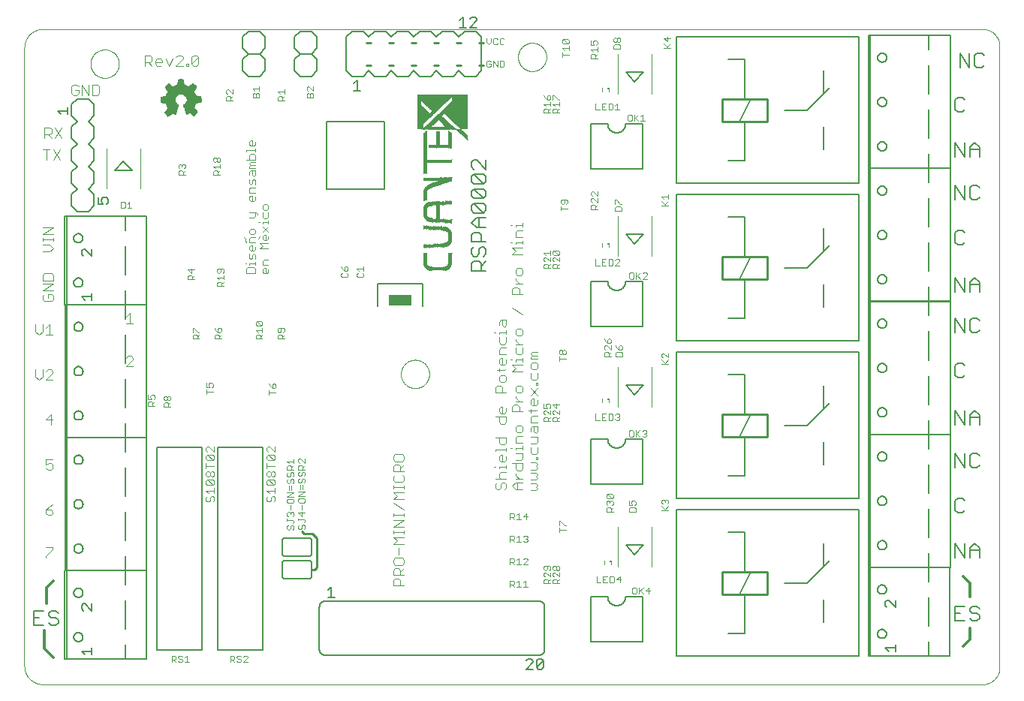
<source format=gto>
G75*
%MOIN*%
%OFA0B0*%
%FSLAX25Y25*%
%IPPOS*%
%LPD*%
%AMOC8*
5,1,8,0,0,1.08239X$1,22.5*
%
%ADD10C,0.00400*%
%ADD11C,0.00000*%
%ADD12C,0.00600*%
%ADD13C,0.01200*%
%ADD14C,0.00300*%
%ADD15C,0.01000*%
%ADD16R,0.10000X0.05000*%
%ADD17C,0.00500*%
%ADD18C,0.00800*%
%ADD19R,0.00886X0.00984*%
%ADD20R,0.00045X0.00015*%
%ADD21R,0.00105X0.00015*%
%ADD22R,0.00165X0.00015*%
%ADD23R,0.00225X0.00015*%
%ADD24R,0.00285X0.00015*%
%ADD25R,0.00345X0.00015*%
%ADD26R,0.00405X0.00015*%
%ADD27R,0.00435X0.00015*%
%ADD28R,0.00465X0.00015*%
%ADD29R,0.00495X0.00015*%
%ADD30R,0.00540X0.00015*%
%ADD31R,0.00585X0.00015*%
%ADD32R,0.00645X0.00015*%
%ADD33R,0.00150X0.00015*%
%ADD34R,0.00675X0.00015*%
%ADD35R,0.00195X0.00015*%
%ADD36R,0.00705X0.00015*%
%ADD37R,0.00240X0.00015*%
%ADD38R,0.00735X0.00015*%
%ADD39R,0.00270X0.00015*%
%ADD40R,0.00765X0.00015*%
%ADD41R,0.00300X0.00015*%
%ADD42R,0.00810X0.00015*%
%ADD43R,0.00360X0.00015*%
%ADD44R,0.00855X0.00015*%
%ADD45R,0.00435X0.00015*%
%ADD46R,0.00915X0.00015*%
%ADD47R,0.00465X0.00015*%
%ADD48R,0.00945X0.00015*%
%ADD49R,0.00960X0.00015*%
%ADD50R,0.00525X0.00015*%
%ADD51R,0.00990X0.00015*%
%ADD52R,0.00555X0.00015*%
%ADD53R,0.01035X0.00015*%
%ADD54R,0.00600X0.00015*%
%ADD55R,0.01080X0.00015*%
%ADD56R,0.01125X0.00015*%
%ADD57R,0.01170X0.00015*%
%ADD58R,0.00720X0.00015*%
%ADD59R,0.01200X0.00015*%
%ADD60R,0.00750X0.00015*%
%ADD61R,0.01230X0.00015*%
%ADD62R,0.00780X0.00015*%
%ADD63R,0.01260X0.00015*%
%ADD64R,0.00810X0.00015*%
%ADD65R,0.01305X0.00015*%
%ADD66R,0.01365X0.00015*%
%ADD67R,0.00900X0.00015*%
%ADD68R,0.01395X0.00015*%
%ADD69R,0.01440X0.00015*%
%ADD70R,0.01470X0.00015*%
%ADD71R,0.01005X0.00015*%
%ADD72R,0.01500X0.00015*%
%ADD73R,0.01020X0.00015*%
%ADD74R,0.01530X0.00015*%
%ADD75R,0.01065X0.00015*%
%ADD76R,0.01575X0.00015*%
%ADD77R,0.01095X0.00015*%
%ADD78R,0.01635X0.00015*%
%ADD79R,0.01155X0.00015*%
%ADD80R,0.01680X0.00015*%
%ADD81R,0.01200X0.00015*%
%ADD82R,0.01710X0.00015*%
%ADD83R,0.01230X0.00015*%
%ADD84R,0.01725X0.00015*%
%ADD85R,0.01245X0.00015*%
%ADD86R,0.01755X0.00015*%
%ADD87R,0.01275X0.00015*%
%ADD88R,0.01800X0.00015*%
%ADD89R,0.01320X0.00015*%
%ADD90R,0.01860X0.00015*%
%ADD91R,0.01905X0.00015*%
%ADD92R,0.01410X0.00015*%
%ADD93R,0.01935X0.00015*%
%ADD94R,0.01455X0.00015*%
%ADD95R,0.01965X0.00015*%
%ADD96R,0.01485X0.00015*%
%ADD97R,0.01995X0.00015*%
%ADD98R,0.01515X0.00015*%
%ADD99R,0.02040X0.00015*%
%ADD100R,0.01530X0.00015*%
%ADD101R,0.02070X0.00015*%
%ADD102R,0.01575X0.00015*%
%ADD103R,0.02115X0.00015*%
%ADD104R,0.01620X0.00015*%
%ADD105R,0.02160X0.00015*%
%ADD106R,0.01665X0.00015*%
%ADD107R,0.02190X0.00015*%
%ADD108R,0.00075X0.00015*%
%ADD109R,0.01695X0.00015*%
%ADD110R,0.02220X0.00015*%
%ADD111R,0.00105X0.00015*%
%ADD112R,0.02235X0.00015*%
%ADD113R,0.00135X0.00015*%
%ADD114R,0.01755X0.00015*%
%ADD115R,0.02280X0.00015*%
%ADD116R,0.00180X0.00015*%
%ADD117R,0.01785X0.00015*%
%ADD118R,0.02340X0.00015*%
%ADD119R,0.00240X0.00015*%
%ADD120R,0.01830X0.00015*%
%ADD121R,0.02385X0.00015*%
%ADD122R,0.01890X0.00015*%
%ADD123R,0.02415X0.00015*%
%ADD124R,0.00330X0.00015*%
%ADD125R,0.00120X0.00015*%
%ADD126R,0.01920X0.00015*%
%ADD127R,0.02430X0.00015*%
%ADD128R,0.00375X0.00015*%
%ADD129R,0.02460X0.00015*%
%ADD130R,0.00405X0.00015*%
%ADD131R,0.00195X0.00015*%
%ADD132R,0.01965X0.00015*%
%ADD133R,0.02505X0.00015*%
%ADD134R,0.00210X0.00015*%
%ADD135R,0.02010X0.00015*%
%ADD136R,0.02535X0.00015*%
%ADD137R,0.00480X0.00015*%
%ADD138R,0.02580X0.00015*%
%ADD139R,0.00540X0.00015*%
%ADD140R,0.02085X0.00015*%
%ADD141R,0.02625X0.00015*%
%ADD142R,0.02130X0.00015*%
%ADD143R,0.02670X0.00015*%
%ADD144R,0.00630X0.00015*%
%ADD145R,0.02700X0.00015*%
%ADD146R,0.00660X0.00015*%
%ADD147R,0.00450X0.00015*%
%ADD148R,0.02190X0.00015*%
%ADD149R,0.02715X0.00015*%
%ADD150R,0.02205X0.00015*%
%ADD151R,0.02745X0.00015*%
%ADD152R,0.00510X0.00015*%
%ADD153R,0.02235X0.00015*%
%ADD154R,0.02775X0.00015*%
%ADD155R,0.02820X0.00015*%
%ADD156R,0.02310X0.00015*%
%ADD157R,0.02880X0.00015*%
%ADD158R,0.00855X0.00015*%
%ADD159R,0.02355X0.00015*%
%ADD160R,0.02895X0.00015*%
%ADD161R,0.00870X0.00015*%
%ADD162R,0.00660X0.00015*%
%ADD163R,0.02925X0.00015*%
%ADD164R,0.00690X0.00015*%
%ADD165R,0.02970X0.00015*%
%ADD166R,0.03000X0.00015*%
%ADD167R,0.00750X0.00015*%
%ADD168R,0.03045X0.00015*%
%ADD169R,0.01005X0.00015*%
%ADD170R,0.00780X0.00015*%
%ADD171R,0.02505X0.00015*%
%ADD172R,0.03090X0.00015*%
%ADD173R,0.01050X0.00015*%
%ADD174R,0.00825X0.00015*%
%ADD175R,0.02550X0.00015*%
%ADD176R,0.03135X0.00015*%
%ADD177R,0.01095X0.00015*%
%ADD178R,0.00870X0.00015*%
%ADD179R,0.03165X0.00015*%
%ADD180R,0.01125X0.00015*%
%ADD181R,0.02625X0.00015*%
%ADD182R,0.03195X0.00015*%
%ADD183R,0.01140X0.00015*%
%ADD184R,0.00930X0.00015*%
%ADD185R,0.02655X0.00015*%
%ADD186R,0.03210X0.00015*%
%ADD187R,0.00960X0.00015*%
%ADD188R,0.03240X0.00015*%
%ADD189R,0.02700X0.00015*%
%ADD190R,0.03285X0.00015*%
%ADD191R,0.01245X0.00015*%
%ADD192R,0.02745X0.00015*%
%ADD193R,0.03330X0.00015*%
%ADD194R,0.02790X0.00015*%
%ADD195R,0.03360X0.00015*%
%ADD196R,0.01110X0.00015*%
%ADD197R,0.02835X0.00015*%
%ADD198R,0.03390X0.00015*%
%ADD199R,0.01335X0.00015*%
%ADD200R,0.01140X0.00015*%
%ADD201R,0.02865X0.00015*%
%ADD202R,0.03420X0.00015*%
%ADD203R,0.01155X0.00015*%
%ADD204R,0.04905X0.00015*%
%ADD205R,0.04920X0.00015*%
%ADD206R,0.02940X0.00015*%
%ADD207R,0.04950X0.00015*%
%ADD208R,0.02985X0.00015*%
%ADD209R,0.04965X0.00015*%
%ADD210R,0.01275X0.00015*%
%ADD211R,0.03015X0.00015*%
%ADD212R,0.04980X0.00015*%
%ADD213R,0.03045X0.00015*%
%ADD214R,0.05010X0.00015*%
%ADD215R,0.01335X0.00015*%
%ADD216R,0.03075X0.00015*%
%ADD217R,0.01350X0.00015*%
%ADD218R,0.03105X0.00015*%
%ADD219R,0.05040X0.00015*%
%ADD220R,0.01380X0.00015*%
%ADD221R,0.05040X0.00015*%
%ADD222R,0.01410X0.00015*%
%ADD223R,0.03180X0.00015*%
%ADD224R,0.05070X0.00015*%
%ADD225R,0.03225X0.00015*%
%ADD226R,0.03255X0.00015*%
%ADD227R,0.05085X0.00015*%
%ADD228R,0.01515X0.00015*%
%ADD229R,0.03300X0.00015*%
%ADD230R,0.05100X0.00015*%
%ADD231R,0.04935X0.00015*%
%ADD232R,0.05115X0.00015*%
%ADD233R,0.04995X0.00015*%
%ADD234R,0.05130X0.00015*%
%ADD235R,0.05010X0.00015*%
%ADD236R,0.05130X0.00015*%
%ADD237R,0.05010X0.00015*%
%ADD238R,0.05025X0.00015*%
%ADD239R,0.05040X0.00015*%
%ADD240R,0.05055X0.00015*%
%ADD241R,0.05130X0.00015*%
%ADD242R,0.05085X0.00015*%
%ADD243R,0.05115X0.00015*%
%ADD244R,0.05145X0.00015*%
%ADD245R,0.05160X0.00015*%
%ADD246R,0.05130X0.00015*%
%ADD247R,0.05190X0.00015*%
%ADD248R,0.05190X0.00015*%
%ADD249R,0.05205X0.00015*%
%ADD250R,0.05220X0.00015*%
%ADD251R,0.05070X0.00015*%
%ADD252R,0.05085X0.00015*%
%ADD253R,0.05205X0.00015*%
%ADD254R,0.05220X0.00015*%
%ADD255R,0.05055X0.00015*%
%ADD256R,0.05025X0.00015*%
%ADD257R,0.05205X0.00015*%
%ADD258R,0.05025X0.00015*%
%ADD259R,0.05190X0.00015*%
%ADD260R,0.05190X0.00015*%
%ADD261R,0.04995X0.00015*%
%ADD262R,0.05175X0.00015*%
%ADD263R,0.04950X0.00015*%
%ADD264R,0.05145X0.00015*%
%ADD265R,0.05145X0.00015*%
%ADD266R,0.04920X0.00015*%
%ADD267R,0.04905X0.00015*%
%ADD268R,0.04905X0.00015*%
%ADD269R,0.05115X0.00015*%
%ADD270R,0.04890X0.00015*%
%ADD271R,0.04890X0.00015*%
%ADD272R,0.04875X0.00015*%
%ADD273R,0.04845X0.00015*%
%ADD274R,0.04830X0.00015*%
%ADD275R,0.04830X0.00015*%
%ADD276R,0.05070X0.00015*%
%ADD277R,0.04830X0.00015*%
%ADD278R,0.04815X0.00015*%
%ADD279R,0.04800X0.00015*%
%ADD280R,0.04800X0.00015*%
%ADD281R,0.05010X0.00015*%
%ADD282R,0.04785X0.00015*%
%ADD283R,0.04770X0.00015*%
%ADD284R,0.04770X0.00015*%
%ADD285R,0.04755X0.00015*%
%ADD286R,0.04740X0.00015*%
%ADD287R,0.04725X0.00015*%
%ADD288R,0.04725X0.00015*%
%ADD289R,0.04980X0.00015*%
%ADD290R,0.04710X0.00015*%
%ADD291R,0.04725X0.00015*%
%ADD292R,0.04710X0.00015*%
%ADD293R,0.04695X0.00015*%
%ADD294R,0.04680X0.00015*%
%ADD295R,0.04695X0.00015*%
%ADD296R,0.04680X0.00015*%
%ADD297R,0.04905X0.00015*%
%ADD298R,0.04665X0.00015*%
%ADD299R,0.04650X0.00015*%
%ADD300R,0.04635X0.00015*%
%ADD301R,0.04620X0.00015*%
%ADD302R,0.04620X0.00015*%
%ADD303R,0.04890X0.00015*%
%ADD304R,0.04605X0.00015*%
%ADD305R,0.04605X0.00015*%
%ADD306R,0.04590X0.00015*%
%ADD307R,0.04845X0.00015*%
%ADD308R,0.04575X0.00015*%
%ADD309R,0.04590X0.00015*%
%ADD310R,0.04575X0.00015*%
%ADD311R,0.04845X0.00015*%
%ADD312R,0.04560X0.00015*%
%ADD313R,0.04545X0.00015*%
%ADD314R,0.04530X0.00015*%
%ADD315R,0.04515X0.00015*%
%ADD316R,0.04530X0.00015*%
%ADD317R,0.04500X0.00015*%
%ADD318R,0.04515X0.00015*%
%ADD319R,0.04785X0.00015*%
%ADD320R,0.04485X0.00015*%
%ADD321R,0.04755X0.00015*%
%ADD322R,0.04470X0.00015*%
%ADD323R,0.04740X0.00015*%
%ADD324R,0.04485X0.00015*%
%ADD325R,0.04755X0.00015*%
%ADD326R,0.04545X0.00015*%
%ADD327R,0.04695X0.00015*%
%ADD328R,0.04680X0.00015*%
%ADD329R,0.04665X0.00015*%
%ADD330R,0.04725X0.00015*%
%ADD331R,0.04680X0.00015*%
%ADD332R,0.04860X0.00015*%
%ADD333R,0.04740X0.00015*%
%ADD334R,0.04875X0.00015*%
%ADD335R,0.04965X0.00015*%
%ADD336R,0.04860X0.00015*%
%ADD337R,0.04995X0.00015*%
%ADD338R,0.04875X0.00015*%
%ADD339R,0.04980X0.00015*%
%ADD340R,0.05235X0.00015*%
%ADD341R,0.05235X0.00015*%
%ADD342R,0.05250X0.00015*%
%ADD343R,0.05280X0.00015*%
%ADD344R,0.05295X0.00015*%
%ADD345R,0.05325X0.00015*%
%ADD346R,0.05340X0.00015*%
%ADD347R,0.05235X0.00015*%
%ADD348R,0.05355X0.00015*%
%ADD349R,0.05370X0.00015*%
%ADD350R,0.05265X0.00015*%
%ADD351R,0.05370X0.00015*%
%ADD352R,0.05280X0.00015*%
%ADD353R,0.05385X0.00015*%
%ADD354R,0.05295X0.00015*%
%ADD355R,0.05400X0.00015*%
%ADD356R,0.05415X0.00015*%
%ADD357R,0.05310X0.00015*%
%ADD358R,0.05430X0.00015*%
%ADD359R,0.05445X0.00015*%
%ADD360R,0.05460X0.00015*%
%ADD361R,0.05355X0.00015*%
%ADD362R,0.05475X0.00015*%
%ADD363R,0.05505X0.00015*%
%ADD364R,0.05520X0.00015*%
%ADD365R,0.05535X0.00015*%
%ADD366R,0.05550X0.00015*%
%ADD367R,0.05550X0.00015*%
%ADD368R,0.05475X0.00015*%
%ADD369R,0.05490X0.00015*%
%ADD370R,0.05475X0.00015*%
%ADD371R,0.05385X0.00015*%
%ADD372R,0.05370X0.00015*%
%ADD373R,0.05325X0.00015*%
%ADD374R,0.05310X0.00015*%
%ADD375R,0.05265X0.00015*%
%ADD376R,0.05175X0.00015*%
%ADD377R,0.04980X0.00015*%
%ADD378R,0.04965X0.00015*%
%ADD379R,0.04860X0.00015*%
%ADD380R,0.04845X0.00015*%
%ADD381R,0.04815X0.00015*%
%ADD382R,0.04770X0.00015*%
%ADD383R,0.05295X0.00015*%
%ADD384R,0.04635X0.00015*%
%ADD385R,0.05610X0.00015*%
%ADD386R,0.05700X0.00015*%
%ADD387R,0.05760X0.00015*%
%ADD388R,0.05805X0.00015*%
%ADD389R,0.05850X0.00015*%
%ADD390R,0.05895X0.00015*%
%ADD391R,0.06000X0.00015*%
%ADD392R,0.06135X0.00015*%
%ADD393R,0.06225X0.00015*%
%ADD394R,0.06300X0.00015*%
%ADD395R,0.06330X0.00015*%
%ADD396R,0.06375X0.00015*%
%ADD397R,0.06450X0.00015*%
%ADD398R,0.06570X0.00015*%
%ADD399R,0.05565X0.00015*%
%ADD400R,0.06690X0.00015*%
%ADD401R,0.06735X0.00015*%
%ADD402R,0.05790X0.00015*%
%ADD403R,0.06765X0.00015*%
%ADD404R,0.05850X0.00015*%
%ADD405R,0.06780X0.00015*%
%ADD406R,0.05895X0.00015*%
%ADD407R,0.06795X0.00015*%
%ADD408R,0.05955X0.00015*%
%ADD409R,0.06810X0.00015*%
%ADD410R,0.06060X0.00015*%
%ADD411R,0.06195X0.00015*%
%ADD412R,0.06825X0.00015*%
%ADD413R,0.06330X0.00015*%
%ADD414R,0.06840X0.00015*%
%ADD415R,0.06390X0.00015*%
%ADD416R,0.06495X0.00015*%
%ADD417R,0.06840X0.00015*%
%ADD418R,0.06555X0.00015*%
%ADD419R,0.06825X0.00015*%
%ADD420R,0.06645X0.00015*%
%ADD421R,0.06825X0.00015*%
%ADD422R,0.06705X0.00015*%
%ADD423R,0.06705X0.00015*%
%ADD424R,0.06810X0.00015*%
%ADD425R,0.06720X0.00015*%
%ADD426R,0.06795X0.00015*%
%ADD427R,0.06750X0.00015*%
%ADD428R,0.06765X0.00015*%
%ADD429R,0.06795X0.00015*%
%ADD430R,0.06780X0.00015*%
%ADD431R,0.06780X0.00015*%
%ADD432R,0.06750X0.00015*%
%ADD433R,0.06720X0.00015*%
%ADD434R,0.06720X0.00015*%
%ADD435R,0.06705X0.00015*%
%ADD436R,0.06705X0.00015*%
%ADD437R,0.06690X0.00015*%
%ADD438R,0.06675X0.00015*%
%ADD439R,0.06690X0.00015*%
%ADD440R,0.06675X0.00015*%
%ADD441R,0.06675X0.00015*%
%ADD442R,0.06660X0.00015*%
%ADD443R,0.06675X0.00015*%
%ADD444R,0.06660X0.00015*%
%ADD445R,0.06660X0.00015*%
%ADD446R,0.06645X0.00015*%
%ADD447R,0.06630X0.00015*%
%ADD448R,0.06660X0.00015*%
%ADD449R,0.06630X0.00015*%
%ADD450R,0.06645X0.00015*%
%ADD451R,0.06735X0.00015*%
%ADD452R,0.06765X0.00015*%
%ADD453R,0.06780X0.00015*%
%ADD454R,0.06825X0.00015*%
%ADD455R,0.06855X0.00015*%
%ADD456R,0.06855X0.00015*%
%ADD457R,0.06870X0.00015*%
%ADD458R,0.06885X0.00015*%
%ADD459R,0.06525X0.00015*%
%ADD460R,0.06405X0.00015*%
%ADD461R,0.06255X0.00015*%
%ADD462R,0.06165X0.00015*%
%ADD463R,0.06870X0.00015*%
%ADD464R,0.06120X0.00015*%
%ADD465R,0.06885X0.00015*%
%ADD466R,0.06060X0.00015*%
%ADD467R,0.06015X0.00015*%
%ADD468R,0.05910X0.00015*%
%ADD469R,0.05670X0.00015*%
%ADD470R,0.05595X0.00015*%
%ADD471R,0.06585X0.00015*%
%ADD472R,0.05160X0.00015*%
%ADD473R,0.06390X0.00015*%
%ADD474R,0.05025X0.00015*%
%ADD475R,0.06330X0.00015*%
%ADD476R,0.06075X0.00015*%
%ADD477R,0.05820X0.00015*%
%ADD478R,0.05775X0.00015*%
%ADD479R,0.05685X0.00015*%
%ADD480R,0.05460X0.00015*%
%ADD481R,0.04860X0.00015*%
%ADD482R,0.04935X0.00015*%
%ADD483R,0.05160X0.00015*%
%ADD484R,0.05325X0.00015*%
%ADD485R,0.05340X0.00015*%
%ADD486R,0.05355X0.00015*%
%ADD487R,0.05430X0.00015*%
%ADD488R,0.05535X0.00015*%
%ADD489R,0.05595X0.00015*%
%ADD490R,0.05640X0.00015*%
%ADD491R,0.05640X0.00015*%
%ADD492R,0.05670X0.00015*%
%ADD493R,0.05685X0.00015*%
%ADD494R,0.05700X0.00015*%
%ADD495R,0.05715X0.00015*%
%ADD496R,0.05715X0.00015*%
%ADD497R,0.05730X0.00015*%
%ADD498R,0.05745X0.00015*%
%ADD499R,0.05760X0.00015*%
%ADD500R,0.06000X0.00015*%
%ADD501R,0.06105X0.00015*%
%ADD502R,0.06180X0.00015*%
%ADD503R,0.06210X0.00015*%
%ADD504R,0.12690X0.00015*%
%ADD505R,0.12675X0.00015*%
%ADD506R,0.12660X0.00015*%
%ADD507R,0.12660X0.00015*%
%ADD508R,0.12645X0.00015*%
%ADD509R,0.12615X0.00015*%
%ADD510R,0.12600X0.00015*%
%ADD511R,0.12585X0.00015*%
%ADD512R,0.12555X0.00015*%
%ADD513R,0.12540X0.00015*%
%ADD514R,0.12525X0.00015*%
%ADD515R,0.12510X0.00015*%
%ADD516R,0.12510X0.00015*%
%ADD517R,0.12480X0.00015*%
%ADD518R,0.12450X0.00015*%
%ADD519R,0.12435X0.00015*%
%ADD520R,0.12420X0.00015*%
%ADD521R,0.12390X0.00015*%
%ADD522R,0.12375X0.00015*%
%ADD523R,0.12360X0.00015*%
%ADD524R,0.12330X0.00015*%
%ADD525R,0.12300X0.00015*%
%ADD526R,0.12285X0.00015*%
%ADD527R,0.12270X0.00015*%
%ADD528R,0.12255X0.00015*%
%ADD529R,0.12240X0.00015*%
%ADD530R,0.12225X0.00015*%
%ADD531R,0.12195X0.00015*%
%ADD532R,0.12165X0.00015*%
%ADD533R,0.12150X0.00015*%
%ADD534R,0.12135X0.00015*%
%ADD535R,0.12120X0.00015*%
%ADD536R,0.12090X0.00015*%
%ADD537R,0.12075X0.00015*%
%ADD538R,0.12060X0.00015*%
%ADD539R,0.12045X0.00015*%
%ADD540R,0.12015X0.00015*%
%ADD541R,0.12000X0.00015*%
%ADD542R,0.11985X0.00015*%
%ADD543R,0.11955X0.00015*%
%ADD544R,0.11940X0.00015*%
%ADD545R,0.11925X0.00015*%
%ADD546R,0.11910X0.00015*%
%ADD547R,0.11910X0.00015*%
%ADD548R,0.11880X0.00015*%
%ADD549R,0.11850X0.00015*%
%ADD550R,0.11835X0.00015*%
%ADD551R,0.11805X0.00015*%
%ADD552R,0.11775X0.00015*%
%ADD553R,0.11760X0.00015*%
%ADD554R,0.11745X0.00015*%
%ADD555R,0.11730X0.00015*%
%ADD556R,0.11700X0.00015*%
%ADD557R,0.11700X0.00015*%
%ADD558R,0.11685X0.00015*%
%ADD559R,0.11655X0.00015*%
%ADD560R,0.11640X0.00015*%
%ADD561R,0.11625X0.00015*%
%ADD562R,0.11625X0.00015*%
%ADD563R,0.11670X0.00015*%
%ADD564R,0.11715X0.00015*%
%ADD565R,0.11790X0.00015*%
%ADD566R,0.11820X0.00015*%
%ADD567R,0.11820X0.00015*%
%ADD568R,0.11880X0.00015*%
%ADD569R,0.11895X0.00015*%
%ADD570R,0.11970X0.00015*%
%ADD571R,0.12045X0.00015*%
%ADD572R,0.12075X0.00015*%
%ADD573R,0.12105X0.00015*%
%ADD574R,0.12135X0.00015*%
%ADD575R,0.12165X0.00015*%
%ADD576R,0.12180X0.00015*%
%ADD577R,0.12195X0.00015*%
%ADD578R,0.12210X0.00015*%
%ADD579R,0.12225X0.00015*%
%ADD580R,0.12255X0.00015*%
%ADD581R,0.12360X0.00015*%
%ADD582R,0.12390X0.00015*%
%ADD583R,0.12405X0.00015*%
%ADD584R,0.12435X0.00015*%
%ADD585R,0.12480X0.00015*%
%ADD586R,0.12480X0.00015*%
%ADD587R,0.12510X0.00015*%
%ADD588R,0.12570X0.00015*%
%ADD589R,0.12630X0.00015*%
%ADD590R,0.12675X0.00015*%
%ADD591R,0.12705X0.00015*%
%ADD592R,0.12735X0.00015*%
%ADD593R,0.12750X0.00015*%
%ADD594R,0.12780X0.00015*%
%ADD595R,0.12795X0.00015*%
%ADD596R,0.12810X0.00015*%
%ADD597R,0.12840X0.00015*%
%ADD598R,0.12855X0.00015*%
%ADD599R,0.12885X0.00015*%
%ADD600R,0.12900X0.00015*%
%ADD601R,0.12915X0.00015*%
%ADD602R,0.12945X0.00015*%
%ADD603R,0.12960X0.00015*%
%ADD604R,0.12990X0.00015*%
%ADD605R,0.13005X0.00015*%
%ADD606R,0.13020X0.00015*%
%ADD607R,0.13035X0.00015*%
%ADD608R,0.13065X0.00015*%
%ADD609R,0.13080X0.00015*%
%ADD610R,0.13110X0.00015*%
%ADD611R,0.13125X0.00015*%
%ADD612R,0.13155X0.00015*%
%ADD613R,0.13170X0.00015*%
%ADD614R,0.13200X0.00015*%
%ADD615R,0.13230X0.00015*%
%ADD616R,0.13260X0.00015*%
%ADD617R,0.13290X0.00015*%
%ADD618R,0.13320X0.00015*%
%ADD619R,0.13350X0.00015*%
%ADD620R,0.13365X0.00015*%
%ADD621R,0.13395X0.00015*%
%ADD622R,0.13425X0.00015*%
%ADD623R,0.13455X0.00015*%
%ADD624R,0.13470X0.00015*%
%ADD625R,0.13500X0.00015*%
%ADD626R,0.13530X0.00015*%
%ADD627R,0.13560X0.00015*%
%ADD628R,0.13575X0.00015*%
%ADD629R,0.13605X0.00015*%
%ADD630R,0.13635X0.00015*%
%ADD631R,0.13650X0.00015*%
%ADD632R,0.13680X0.00015*%
%ADD633R,0.13695X0.00015*%
%ADD634R,0.13725X0.00015*%
%ADD635R,0.13740X0.00015*%
%ADD636R,0.13770X0.00015*%
%ADD637R,0.13785X0.00015*%
%ADD638R,0.13800X0.00015*%
%ADD639R,0.13830X0.00015*%
%ADD640R,0.13860X0.00015*%
%ADD641R,0.13875X0.00015*%
%ADD642R,0.13905X0.00015*%
%ADD643R,0.13935X0.00015*%
%ADD644R,0.13950X0.00015*%
%ADD645R,0.13980X0.00015*%
%ADD646R,0.14010X0.00015*%
%ADD647R,0.14025X0.00015*%
%ADD648R,0.14055X0.00015*%
%ADD649R,0.14070X0.00015*%
%ADD650R,0.14085X0.00015*%
%ADD651R,0.14115X0.00015*%
%ADD652R,0.14145X0.00015*%
%ADD653R,0.14160X0.00015*%
%ADD654R,0.14190X0.00015*%
%ADD655R,0.14205X0.00015*%
%ADD656R,0.14220X0.00015*%
%ADD657R,0.14235X0.00015*%
%ADD658R,0.14265X0.00015*%
%ADD659R,0.14280X0.00015*%
%ADD660R,0.14295X0.00015*%
%ADD661R,0.14295X0.00015*%
%ADD662R,0.14250X0.00015*%
%ADD663R,0.14205X0.00015*%
%ADD664R,0.14175X0.00015*%
%ADD665R,0.14160X0.00015*%
%ADD666R,0.14130X0.00015*%
%ADD667R,0.14100X0.00015*%
%ADD668R,0.14040X0.00015*%
%ADD669R,0.14010X0.00015*%
%ADD670R,0.03465X0.00015*%
%ADD671R,0.10440X0.00015*%
%ADD672R,0.03420X0.00015*%
%ADD673R,0.10395X0.00015*%
%ADD674R,0.03375X0.00015*%
%ADD675R,0.10335X0.00015*%
%ADD676R,0.03570X0.00015*%
%ADD677R,0.06600X0.00015*%
%ADD678R,0.03525X0.00015*%
%ADD679R,0.03270X0.00015*%
%ADD680R,0.03495X0.00015*%
%ADD681R,0.03210X0.00015*%
%ADD682R,0.06480X0.00015*%
%ADD683R,0.03435X0.00015*%
%ADD684R,0.03165X0.00015*%
%ADD685R,0.03390X0.00015*%
%ADD686R,0.03120X0.00015*%
%ADD687R,0.06315X0.00015*%
%ADD688R,0.03345X0.00015*%
%ADD689R,0.03090X0.00015*%
%ADD690R,0.03075X0.00015*%
%ADD691R,0.06225X0.00015*%
%ADD692R,0.03270X0.00015*%
%ADD693R,0.06180X0.00015*%
%ADD694R,0.02970X0.00015*%
%ADD695R,0.06075X0.00015*%
%ADD696R,0.03195X0.00015*%
%ADD697R,0.02925X0.00015*%
%ADD698R,0.05985X0.00015*%
%ADD699R,0.03135X0.00015*%
%ADD700R,0.02850X0.00015*%
%ADD701R,0.05835X0.00015*%
%ADD702R,0.03030X0.00015*%
%ADD703R,0.02805X0.00015*%
%ADD704R,0.02730X0.00015*%
%ADD705R,0.05625X0.00015*%
%ADD706R,0.02925X0.00015*%
%ADD707R,0.02640X0.00015*%
%ADD708R,0.02595X0.00015*%
%ADD709R,0.02565X0.00015*%
%ADD710R,0.02760X0.00015*%
%ADD711R,0.02520X0.00015*%
%ADD712R,0.02730X0.00015*%
%ADD713R,0.02475X0.00015*%
%ADD714R,0.02685X0.00015*%
%ADD715R,0.02445X0.00015*%
%ADD716R,0.02400X0.00015*%
%ADD717R,0.02370X0.00015*%
%ADD718R,0.02565X0.00015*%
%ADD719R,0.02340X0.00015*%
%ADD720R,0.02325X0.00015*%
%ADD721R,0.02505X0.00015*%
%ADD722R,0.02280X0.00015*%
%ADD723R,0.02460X0.00015*%
%ADD724R,0.04560X0.00015*%
%ADD725R,0.02190X0.00015*%
%ADD726R,0.04440X0.00015*%
%ADD727R,0.02370X0.00015*%
%ADD728R,0.02145X0.00015*%
%ADD729R,0.04365X0.00015*%
%ADD730R,0.04320X0.00015*%
%ADD731R,0.02310X0.00015*%
%ADD732R,0.02100X0.00015*%
%ADD733R,0.04260X0.00015*%
%ADD734R,0.04200X0.00015*%
%ADD735R,0.02265X0.00015*%
%ADD736R,0.02040X0.00015*%
%ADD737R,0.04095X0.00015*%
%ADD738R,0.02220X0.00015*%
%ADD739R,0.03915X0.00015*%
%ADD740R,0.02175X0.00015*%
%ADD741R,0.03765X0.00015*%
%ADD742R,0.03675X0.00015*%
%ADD743R,0.01890X0.00015*%
%ADD744R,0.03615X0.00015*%
%ADD745R,0.02055X0.00015*%
%ADD746R,0.01860X0.00015*%
%ADD747R,0.03555X0.00015*%
%ADD748R,0.01815X0.00015*%
%ADD749R,0.03450X0.00015*%
%ADD750R,0.01725X0.00015*%
%ADD751R,0.03315X0.00015*%
%ADD752R,0.01905X0.00015*%
%ADD753R,0.01680X0.00015*%
%ADD754R,0.01650X0.00015*%
%ADD755R,0.01620X0.00015*%
%ADD756R,0.01590X0.00015*%
%ADD757R,0.01770X0.00015*%
%ADD758R,0.01560X0.00015*%
%ADD759R,0.03240X0.00015*%
%ADD760R,0.01740X0.00015*%
%ADD761R,0.01665X0.00015*%
%ADD762R,0.01455X0.00015*%
%ADD763R,0.01635X0.00015*%
%ADD764R,0.01410X0.00015*%
%ADD765R,0.01395X0.00015*%
%ADD766R,0.01365X0.00015*%
%ADD767R,0.01335X0.00015*%
%ADD768R,0.01290X0.00015*%
%ADD769R,0.03210X0.00015*%
%ADD770R,0.01455X0.00015*%
%ADD771R,0.01185X0.00015*%
%ADD772R,0.01290X0.00015*%
%ADD773R,0.01110X0.00015*%
%ADD774R,0.01260X0.00015*%
%ADD775R,0.03180X0.00015*%
%ADD776R,0.00975X0.00015*%
%ADD777R,0.03150X0.00015*%
%ADD778R,0.00885X0.00015*%
%ADD779R,0.03150X0.00015*%
%ADD780R,0.01050X0.00015*%
%ADD781R,0.00795X0.00015*%
%ADD782R,0.00885X0.00015*%
%ADD783R,0.00690X0.00015*%
%ADD784R,0.00840X0.00015*%
%ADD785R,0.00570X0.00015*%
%ADD786R,0.00525X0.00015*%
%ADD787R,0.03105X0.00015*%
%ADD788R,0.00660X0.00015*%
%ADD789R,0.00615X0.00015*%
%ADD790R,0.00420X0.00015*%
%ADD791R,0.00555X0.00015*%
%ADD792R,0.00390X0.00015*%
%ADD793R,0.00525X0.00015*%
%ADD794R,0.00360X0.00015*%
%ADD795R,0.00495X0.00015*%
%ADD796R,0.03075X0.00015*%
%ADD797R,0.00450X0.00015*%
%ADD798R,0.00225X0.00015*%
%ADD799R,0.00345X0.00015*%
%ADD800R,0.00255X0.00015*%
%ADD801R,0.03060X0.00015*%
%ADD802R,0.00180X0.00015*%
%ADD803R,0.00075X0.00015*%
%ADD804R,0.03000X0.00015*%
%ADD805R,0.02955X0.00015*%
%ADD806R,0.02940X0.00015*%
%ADD807R,0.02940X0.00015*%
%ADD808R,0.02910X0.00015*%
%ADD809R,0.02910X0.00015*%
%ADD810R,0.02865X0.00015*%
%ADD811R,0.02805X0.00015*%
%ADD812R,0.02775X0.00015*%
%ADD813R,0.02760X0.00015*%
%ADD814R,0.02655X0.00015*%
%ADD815R,0.02640X0.00015*%
%ADD816R,0.02610X0.00015*%
%ADD817R,0.02595X0.00015*%
%ADD818R,0.02535X0.00015*%
%ADD819R,0.02475X0.00015*%
%ADD820R,0.02175X0.00015*%
%ADD821R,0.01575X0.00015*%
%ADD822R,0.00044X0.00044*%
%ADD823R,0.00044X0.02161*%
%ADD824R,0.00044X0.15345*%
%ADD825R,0.00044X0.02117*%
%ADD826R,0.00044X0.17506*%
%ADD827R,0.00044X0.17461*%
%ADD828R,0.00044X0.02072*%
%ADD829R,0.00044X0.15301*%
%ADD830R,0.00044X0.02028*%
%ADD831R,0.00044X0.15257*%
%ADD832R,0.00044X0.01984*%
%ADD833R,0.00044X0.15213*%
%ADD834R,0.00044X0.01940*%
%ADD835R,0.00044X0.15169*%
%ADD836R,0.00044X0.01896*%
%ADD837R,0.00044X0.15124*%
%ADD838R,0.00044X0.01852*%
%ADD839R,0.00044X0.15080*%
%ADD840R,0.00044X0.01808*%
%ADD841R,0.00044X0.15036*%
%ADD842R,0.00044X0.01764*%
%ADD843R,0.00044X0.14992*%
%ADD844R,0.00044X0.01720*%
%ADD845R,0.00044X0.14948*%
%ADD846R,0.00044X0.01676*%
%ADD847R,0.00044X0.14904*%
%ADD848R,0.00044X0.01631*%
%ADD849R,0.00044X0.14860*%
%ADD850R,0.00044X0.14816*%
%ADD851R,0.00044X0.01543*%
%ADD852R,0.00044X0.14772*%
%ADD853R,0.00044X0.14728*%
%ADD854R,0.00044X0.01499*%
%ADD855R,0.00044X0.14683*%
%ADD856R,0.00044X0.01455*%
%ADD857R,0.00044X0.01411*%
%ADD858R,0.00044X0.14639*%
%ADD859R,0.00044X0.01367*%
%ADD860R,0.00044X0.14595*%
%ADD861R,0.00044X0.01323*%
%ADD862R,0.00044X0.14551*%
%ADD863R,0.00044X0.01279*%
%ADD864R,0.00044X0.14507*%
%ADD865R,0.00044X0.01235*%
%ADD866R,0.00044X0.14463*%
%ADD867R,0.00044X0.01191*%
%ADD868R,0.00044X0.14419*%
%ADD869R,0.00044X0.01146*%
%ADD870R,0.00044X0.14375*%
%ADD871R,0.00044X0.01102*%
%ADD872R,0.00044X0.14331*%
%ADD873R,0.00044X0.01058*%
%ADD874R,0.00044X0.14287*%
%ADD875R,0.00044X0.01014*%
%ADD876R,0.00044X0.14243*%
%ADD877R,0.00044X0.00970*%
%ADD878R,0.00044X0.14198*%
%ADD879R,0.00044X0.14154*%
%ADD880R,0.00044X0.00926*%
%ADD881R,0.00044X0.14110*%
%ADD882R,0.00044X0.00882*%
%ADD883R,0.00044X0.14066*%
%ADD884R,0.00044X0.00838*%
%ADD885R,0.00044X0.14022*%
%ADD886R,0.00044X0.00794*%
%ADD887R,0.00044X0.00750*%
%ADD888R,0.00044X0.13978*%
%ADD889R,0.00044X0.00706*%
%ADD890R,0.00044X0.13934*%
%ADD891R,0.00044X0.00661*%
%ADD892R,0.00044X0.13890*%
%ADD893R,0.00044X0.00617*%
%ADD894R,0.00044X0.13846*%
%ADD895R,0.00044X0.00573*%
%ADD896R,0.00044X0.13802*%
%ADD897R,0.00044X0.00529*%
%ADD898R,0.00044X0.13757*%
%ADD899R,0.00044X0.00485*%
%ADD900R,0.00044X0.13713*%
%ADD901R,0.00044X0.00441*%
%ADD902R,0.00044X0.13669*%
%ADD903R,0.00044X0.00397*%
%ADD904R,0.00044X0.13625*%
%ADD905R,0.00044X0.00353*%
%ADD906R,0.00044X0.13581*%
%ADD907R,0.00044X0.00309*%
%ADD908R,0.00044X0.13537*%
%ADD909R,0.00044X0.00265*%
%ADD910R,0.00044X0.13493*%
%ADD911R,0.00044X0.13449*%
%ADD912R,0.00044X0.00220*%
%ADD913R,0.00044X0.13405*%
%ADD914R,0.00044X0.00132*%
%ADD915R,0.00044X0.13361*%
%ADD916R,0.00044X0.00088*%
%ADD917R,0.00044X0.13317*%
%ADD918R,0.00044X0.13272*%
%ADD919R,0.00044X0.13228*%
%ADD920R,0.00044X0.13184*%
%ADD921R,0.00044X0.13140*%
%ADD922R,0.00044X0.13096*%
%ADD923R,0.00044X0.00176*%
%ADD924R,0.00044X0.13052*%
%ADD925R,0.00044X0.13008*%
%ADD926R,0.00044X0.12964*%
%ADD927R,0.00044X0.12920*%
%ADD928R,0.00044X0.12876*%
%ADD929R,0.00044X0.12831*%
%ADD930R,0.00044X0.12787*%
%ADD931R,0.00044X0.12743*%
%ADD932R,0.00044X0.12699*%
%ADD933R,0.00044X0.12655*%
%ADD934R,0.00044X0.12611*%
%ADD935R,0.00044X0.12567*%
%ADD936R,0.00044X0.12523*%
%ADD937R,0.00044X0.12479*%
%ADD938R,0.00044X0.12435*%
%ADD939R,0.00044X0.12391*%
%ADD940R,0.00044X0.12346*%
%ADD941R,0.00044X0.12302*%
%ADD942R,0.00044X0.12258*%
%ADD943R,0.00044X0.12214*%
%ADD944R,0.00044X0.12170*%
%ADD945R,0.00044X0.12126*%
%ADD946R,0.00044X0.12082*%
%ADD947R,0.00044X0.12038*%
%ADD948R,0.00044X0.11950*%
%ADD949R,0.00044X0.11906*%
%ADD950R,0.00044X0.11861*%
%ADD951R,0.00044X0.11817*%
%ADD952R,0.00044X0.11773*%
%ADD953R,0.00044X0.11729*%
%ADD954R,0.00044X0.11685*%
%ADD955R,0.00044X0.01587*%
%ADD956R,0.00044X0.11641*%
%ADD957R,0.00044X0.11597*%
%ADD958R,0.00044X0.10539*%
%ADD959R,0.00044X0.03704*%
%ADD960R,0.00044X0.06570*%
%ADD961R,0.00044X0.08422*%
%ADD962R,0.00044X0.04189*%
%ADD963R,0.00044X0.02734*%
%ADD964R,0.00044X0.08334*%
%ADD965R,0.00044X0.04586*%
%ADD966R,0.00044X0.03263*%
%ADD967R,0.00044X0.06614*%
%ADD968R,0.00044X0.08246*%
%ADD969R,0.00044X0.04850*%
%ADD970R,0.00044X0.03748*%
%ADD971R,0.00044X0.06658*%
%ADD972R,0.00044X0.08202*%
%ADD973R,0.00044X0.04983*%
%ADD974R,0.00044X0.03969*%
%ADD975R,0.00044X0.06702*%
%ADD976R,0.00044X0.08113*%
%ADD977R,0.00044X0.05247*%
%ADD978R,0.00044X0.04321*%
%ADD979R,0.00044X0.06746*%
%ADD980R,0.00044X0.08025*%
%ADD981R,0.00044X0.05380*%
%ADD982R,0.00044X0.07937*%
%ADD983R,0.00044X0.05512*%
%ADD984R,0.00044X0.04806*%
%ADD985R,0.00044X0.06835*%
%ADD986R,0.00044X0.07893*%
%ADD987R,0.00044X0.05644*%
%ADD988R,0.00044X0.05027*%
%ADD989R,0.00044X0.07805*%
%ADD990R,0.00044X0.05776*%
%ADD991R,0.00044X0.05203*%
%ADD992R,0.00044X0.06879*%
%ADD993R,0.00044X0.07717*%
%ADD994R,0.00044X0.05865*%
%ADD995R,0.00044X0.06923*%
%ADD996R,0.00044X0.07628*%
%ADD997R,0.00044X0.05953*%
%ADD998R,0.00044X0.05556*%
%ADD999R,0.00044X0.06967*%
%ADD1000R,0.00044X0.07540*%
%ADD1001R,0.00044X0.06041*%
%ADD1002R,0.00044X0.05732*%
%ADD1003R,0.00044X0.07011*%
%ADD1004R,0.00044X0.02205*%
%ADD1005R,0.00044X0.07452*%
%ADD1006R,0.00044X0.06129*%
%ADD1007R,0.00044X0.07055*%
%ADD1008R,0.00044X0.02249*%
%ADD1009R,0.00044X0.07364*%
%ADD1010R,0.00044X0.06217*%
%ADD1011R,0.00044X0.05997*%
%ADD1012R,0.00044X0.07099*%
%ADD1013R,0.00044X0.02293*%
%ADD1014R,0.00044X0.07276*%
%ADD1015R,0.00044X0.06306*%
%ADD1016R,0.00044X0.06173*%
%ADD1017R,0.00044X0.02337*%
%ADD1018R,0.00044X0.07187*%
%ADD1019R,0.00044X0.06350*%
%ADD1020R,0.00044X0.06261*%
%ADD1021R,0.00044X0.07143*%
%ADD1022R,0.00044X0.02381*%
%ADD1023R,0.00044X0.06438*%
%ADD1024R,0.00044X0.06394*%
%ADD1025R,0.00044X0.02425*%
%ADD1026R,0.00044X0.06482*%
%ADD1027R,0.00044X0.06526*%
%ADD1028R,0.00044X0.07231*%
%ADD1029R,0.00044X0.02469*%
%ADD1030R,0.00044X0.07320*%
%ADD1031R,0.00044X0.02513*%
%ADD1032R,0.00044X0.06791*%
%ADD1033R,0.00044X0.02557*%
%ADD1034R,0.00044X0.07408*%
%ADD1035R,0.00044X0.02602*%
%ADD1036R,0.00044X0.02646*%
%ADD1037R,0.00044X0.02690*%
%ADD1038R,0.00044X0.07496*%
%ADD1039R,0.00044X0.02778*%
%ADD1040R,0.00044X0.07584*%
%ADD1041R,0.00044X0.02822*%
%ADD1042R,0.00044X0.02866*%
%ADD1043R,0.00044X0.02910*%
%ADD1044R,0.00044X0.07672*%
%ADD1045R,0.00044X0.02954*%
%ADD1046R,0.00044X0.02998*%
%ADD1047R,0.00044X0.04277*%
%ADD1048R,0.00044X0.03439*%
%ADD1049R,0.00044X0.03395*%
%ADD1050R,0.00044X0.03043*%
%ADD1051R,0.00044X0.03351*%
%ADD1052R,0.00044X0.03087*%
%ADD1053R,0.00044X0.05688*%
%ADD1054R,0.00044X0.03131*%
%ADD1055R,0.00044X0.05600*%
%ADD1056R,0.00044X0.03175*%
%ADD1057R,0.00044X0.05468*%
%ADD1058R,0.00044X0.03219*%
%ADD1059R,0.00044X0.05291*%
%ADD1060R,0.00044X0.03307*%
%ADD1061R,0.00044X0.05159*%
%ADD1062R,0.00044X0.05071*%
%ADD1063R,0.00044X0.03483*%
%ADD1064R,0.00044X0.04894*%
%ADD1065R,0.00044X0.03528*%
%ADD1066R,0.00044X0.03572*%
%ADD1067R,0.00044X0.04718*%
%ADD1068R,0.00044X0.03616*%
%ADD1069R,0.00044X0.04630*%
%ADD1070R,0.00044X0.03660*%
%ADD1071R,0.00044X0.04542*%
%ADD1072R,0.00044X0.04454*%
%ADD1073R,0.00044X0.04365*%
%ADD1074R,0.00044X0.03792*%
%ADD1075R,0.00044X0.03836*%
%ADD1076R,0.00044X0.03880*%
%ADD1077R,0.00044X0.04145*%
%ADD1078R,0.00044X0.04057*%
%ADD1079R,0.00044X0.03924*%
%ADD1080R,0.00044X0.04013*%
%ADD1081R,0.00044X0.04101*%
%ADD1082R,0.00044X0.04233*%
%ADD1083R,0.00044X0.04409*%
%ADD1084R,0.00044X0.04498*%
%ADD1085R,0.00044X0.04674*%
%ADD1086R,0.00044X0.04762*%
%ADD1087R,0.00044X0.05115*%
%ADD1088R,0.00044X0.05335*%
%ADD1089R,0.00044X0.05424*%
%ADD1090R,0.00044X0.05820*%
%ADD1091R,0.00044X0.05909*%
%ADD1092R,0.00044X0.09436*%
%ADD1093R,0.00044X0.06085*%
%ADD1094R,0.00044X0.09348*%
%ADD1095R,0.00044X0.09304*%
%ADD1096R,0.00044X0.09260*%
%ADD1097R,0.00044X0.07849*%
%ADD1098R,0.00044X0.07981*%
%ADD1099R,0.00044X0.08069*%
%ADD1100R,0.00044X0.08157*%
%ADD1101R,0.00044X0.08290*%
%ADD1102R,0.00044X0.08378*%
%ADD1103R,0.00044X0.08466*%
%ADD1104R,0.00044X0.08510*%
%ADD1105R,0.00044X0.08554*%
%ADD1106R,0.00044X0.08598*%
%ADD1107R,0.00044X0.08643*%
%ADD1108R,0.00044X0.08687*%
%ADD1109R,0.00044X0.08731*%
%ADD1110R,0.00044X0.08775*%
%ADD1111R,0.00044X0.08819*%
%ADD1112R,0.00044X0.08863*%
%ADD1113R,0.00044X0.08907*%
%ADD1114R,0.00044X0.08951*%
%ADD1115R,0.00044X0.08995*%
%ADD1116R,0.00044X0.09039*%
%ADD1117R,0.00044X0.09083*%
%ADD1118R,0.00044X0.04939*%
%ADD1119R,0.00044X0.19005*%
%ADD1120R,0.00044X0.18961*%
%ADD1121R,0.00044X0.18917*%
%ADD1122R,0.00044X0.18872*%
%ADD1123R,0.00044X0.18828*%
%ADD1124R,0.00044X0.18784*%
%ADD1125R,0.00044X0.18740*%
%ADD1126R,0.00044X0.18696*%
%ADD1127R,0.00044X0.18652*%
%ADD1128R,0.00044X0.18608*%
%ADD1129R,0.00044X0.18564*%
%ADD1130R,0.00044X0.18520*%
%ADD1131R,0.00044X0.18476*%
%ADD1132R,0.00044X0.18431*%
%ADD1133R,0.00044X0.18387*%
%ADD1134R,0.00044X0.18343*%
%ADD1135R,0.00044X0.18299*%
%ADD1136R,0.00044X0.18255*%
%ADD1137R,0.00044X0.18211*%
%ADD1138R,0.00044X0.18167*%
%ADD1139R,0.00044X0.18123*%
%ADD1140R,0.00044X0.18079*%
%ADD1141R,0.00044X0.17991*%
%ADD1142R,0.00044X0.17946*%
%ADD1143R,0.00044X0.17902*%
%ADD1144R,0.00044X0.17858*%
%ADD1145R,0.00044X0.17814*%
%ADD1146R,0.00044X0.17770*%
%ADD1147R,0.00044X0.17682*%
%ADD1148R,0.00044X0.09701*%
%ADD1149R,0.00044X0.09745*%
%ADD1150R,0.00044X0.09789*%
%ADD1151R,0.00044X0.09833*%
%ADD1152R,0.00044X0.09877*%
%ADD1153R,0.00044X0.09921*%
%ADD1154R,0.00044X0.09965*%
%ADD1155R,0.00044X0.10009*%
%ADD1156R,0.00044X0.10054*%
%ADD1157R,0.00044X0.10098*%
%ADD1158R,0.00044X0.10142*%
%ADD1159R,0.00044X0.10186*%
%ADD1160R,0.00044X0.10230*%
%ADD1161R,0.00044X0.10274*%
%ADD1162R,0.00044X0.10318*%
%ADD1163R,0.00044X0.10362*%
%ADD1164R,0.00044X0.10406*%
%ADD1165R,0.00044X0.10450*%
%ADD1166R,0.00044X0.10494*%
%ADD1167R,0.00044X0.10583*%
%ADD1168R,0.00044X0.10627*%
%ADD1169R,0.00044X0.10671*%
%ADD1170R,0.00044X0.10715*%
%ADD1171R,0.00044X0.10759*%
%ADD1172R,0.00044X0.10803*%
%ADD1173R,0.00044X0.10847*%
D10*
X0010844Y0057700D02*
X0010844Y0058467D01*
X0013913Y0061537D01*
X0013913Y0062304D01*
X0010844Y0062304D01*
X0011611Y0076700D02*
X0013146Y0076700D01*
X0013913Y0077467D01*
X0013913Y0078235D01*
X0013146Y0079002D01*
X0010844Y0079002D01*
X0010844Y0077467D01*
X0011611Y0076700D01*
X0010844Y0079002D02*
X0012379Y0080537D01*
X0013913Y0081304D01*
X0013146Y0096700D02*
X0011611Y0096700D01*
X0010844Y0097467D01*
X0010844Y0099002D02*
X0012379Y0099769D01*
X0013146Y0099769D01*
X0013913Y0099002D01*
X0013913Y0097467D01*
X0013146Y0096700D01*
X0010844Y0099002D02*
X0010844Y0101304D01*
X0013913Y0101304D01*
X0013146Y0116700D02*
X0013146Y0121304D01*
X0010844Y0119002D01*
X0013913Y0119002D01*
X0013913Y0136700D02*
X0010844Y0136700D01*
X0013913Y0139769D01*
X0013913Y0140537D01*
X0013146Y0141304D01*
X0011611Y0141304D01*
X0010844Y0140537D01*
X0009309Y0141304D02*
X0009309Y0138235D01*
X0007775Y0136700D01*
X0006240Y0138235D01*
X0006240Y0141304D01*
X0007775Y0156700D02*
X0009309Y0158235D01*
X0009309Y0161304D01*
X0010844Y0159769D02*
X0012379Y0161304D01*
X0012379Y0156700D01*
X0013913Y0156700D02*
X0010844Y0156700D01*
X0007775Y0156700D02*
X0006240Y0158235D01*
X0006240Y0161304D01*
X0010211Y0171700D02*
X0013281Y0171700D01*
X0014048Y0172467D01*
X0014048Y0174002D01*
X0013281Y0174769D01*
X0011746Y0174769D01*
X0011746Y0173235D01*
X0010211Y0174769D02*
X0009444Y0174002D01*
X0009444Y0172467D01*
X0010211Y0171700D01*
X0009444Y0176304D02*
X0014048Y0179373D01*
X0009444Y0179373D01*
X0009444Y0180908D02*
X0009444Y0183210D01*
X0010211Y0183977D01*
X0013281Y0183977D01*
X0014048Y0183210D01*
X0014048Y0180908D01*
X0009444Y0180908D01*
X0009444Y0176304D02*
X0014048Y0176304D01*
X0012513Y0193700D02*
X0014048Y0195235D01*
X0012513Y0196769D01*
X0009444Y0196769D01*
X0009444Y0198304D02*
X0009444Y0199839D01*
X0009444Y0199071D02*
X0014048Y0199071D01*
X0014048Y0198304D02*
X0014048Y0199839D01*
X0014048Y0201373D02*
X0009444Y0201373D01*
X0014048Y0204442D01*
X0009444Y0204442D01*
X0009444Y0193700D02*
X0012513Y0193700D01*
X0037748Y0221600D02*
X0037748Y0239400D01*
X0052748Y0239400D02*
X0052748Y0221600D01*
X0017877Y0244146D02*
X0014808Y0248750D01*
X0013273Y0247983D02*
X0013273Y0246448D01*
X0012506Y0245681D01*
X0010204Y0245681D01*
X0011738Y0245681D02*
X0013273Y0244146D01*
X0014808Y0244146D02*
X0017877Y0248750D01*
X0013273Y0247983D02*
X0012506Y0248750D01*
X0010204Y0248750D01*
X0010204Y0244146D01*
X0009512Y0239019D02*
X0012581Y0239019D01*
X0011047Y0239019D02*
X0011047Y0234415D01*
X0014116Y0234415D02*
X0017185Y0239019D01*
X0014116Y0239019D02*
X0017185Y0234415D01*
X0022979Y0263172D02*
X0024513Y0263172D01*
X0025281Y0263939D01*
X0025281Y0265474D01*
X0023746Y0265474D01*
X0025281Y0267008D02*
X0024513Y0267776D01*
X0022979Y0267776D01*
X0022211Y0267008D01*
X0022211Y0263939D01*
X0022979Y0263172D01*
X0026815Y0263172D02*
X0026815Y0267776D01*
X0029885Y0263172D01*
X0029885Y0267776D01*
X0031419Y0267776D02*
X0033721Y0267776D01*
X0034488Y0267008D01*
X0034488Y0263939D01*
X0033721Y0263172D01*
X0031419Y0263172D01*
X0031419Y0267776D01*
X0054770Y0276238D02*
X0054770Y0280842D01*
X0057072Y0280842D01*
X0057840Y0280075D01*
X0057840Y0278540D01*
X0057072Y0277773D01*
X0054770Y0277773D01*
X0056305Y0277773D02*
X0057840Y0276238D01*
X0059374Y0277005D02*
X0060142Y0276238D01*
X0061676Y0276238D01*
X0062444Y0277773D02*
X0059374Y0277773D01*
X0059374Y0278540D02*
X0060142Y0279307D01*
X0061676Y0279307D01*
X0062444Y0278540D01*
X0062444Y0277773D01*
X0063978Y0279307D02*
X0065513Y0276238D01*
X0067048Y0279307D01*
X0068582Y0280075D02*
X0069350Y0280842D01*
X0070884Y0280842D01*
X0071652Y0280075D01*
X0071652Y0279307D01*
X0068582Y0276238D01*
X0071652Y0276238D01*
X0073186Y0276238D02*
X0073954Y0276238D01*
X0073954Y0277005D01*
X0073186Y0277005D01*
X0073186Y0276238D01*
X0075488Y0277005D02*
X0078557Y0280075D01*
X0078557Y0277005D01*
X0077790Y0276238D01*
X0076255Y0276238D01*
X0075488Y0277005D01*
X0075488Y0280075D01*
X0076255Y0280842D01*
X0077790Y0280842D01*
X0078557Y0280075D01*
X0059374Y0278540D02*
X0059374Y0277005D01*
X0217150Y0205486D02*
X0217918Y0205486D01*
X0219452Y0205486D02*
X0222522Y0205486D01*
X0222522Y0204719D02*
X0222522Y0206254D01*
X0222522Y0203184D02*
X0220220Y0203184D01*
X0219452Y0202417D01*
X0219452Y0200115D01*
X0222522Y0200115D01*
X0222522Y0198580D02*
X0222522Y0197046D01*
X0222522Y0197813D02*
X0219452Y0197813D01*
X0219452Y0197046D01*
X0217918Y0197813D02*
X0217150Y0197813D01*
X0217918Y0195511D02*
X0219452Y0193977D01*
X0217918Y0192442D01*
X0222522Y0192442D01*
X0222522Y0195511D02*
X0217918Y0195511D01*
X0219452Y0204719D02*
X0219452Y0205486D01*
X0220220Y0186303D02*
X0219452Y0185536D01*
X0219452Y0184001D01*
X0220220Y0183234D01*
X0221754Y0183234D01*
X0222522Y0184001D01*
X0222522Y0185536D01*
X0221754Y0186303D01*
X0220220Y0186303D01*
X0219452Y0181699D02*
X0219452Y0180932D01*
X0220987Y0179397D01*
X0222522Y0179397D02*
X0219452Y0179397D01*
X0218685Y0177863D02*
X0220220Y0177863D01*
X0220987Y0177096D01*
X0220987Y0174794D01*
X0222522Y0174794D02*
X0217918Y0174794D01*
X0217918Y0177096D01*
X0218685Y0177863D01*
X0217918Y0168655D02*
X0222522Y0165586D01*
X0221754Y0159447D02*
X0220220Y0159447D01*
X0219452Y0158680D01*
X0219452Y0157145D01*
X0220220Y0156378D01*
X0221754Y0156378D01*
X0222522Y0157145D01*
X0222522Y0158680D01*
X0221754Y0159447D01*
X0215022Y0158680D02*
X0215022Y0157145D01*
X0215022Y0157912D02*
X0211952Y0157912D01*
X0211952Y0157145D01*
X0211952Y0155611D02*
X0211952Y0153309D01*
X0212720Y0152541D01*
X0214254Y0152541D01*
X0215022Y0153309D01*
X0215022Y0155611D01*
X0219452Y0154843D02*
X0219452Y0154076D01*
X0220987Y0152541D01*
X0222522Y0152541D02*
X0219452Y0152541D01*
X0219452Y0151007D02*
X0219452Y0148705D01*
X0220220Y0147937D01*
X0221754Y0147937D01*
X0222522Y0148705D01*
X0222522Y0151007D01*
X0225979Y0148318D02*
X0226746Y0149086D01*
X0229048Y0149086D01*
X0229048Y0147551D02*
X0226746Y0147551D01*
X0225979Y0148318D01*
X0226746Y0147551D02*
X0225979Y0146784D01*
X0225979Y0146016D01*
X0229048Y0146016D01*
X0228281Y0144482D02*
X0226746Y0144482D01*
X0225979Y0143714D01*
X0225979Y0142180D01*
X0226746Y0141412D01*
X0228281Y0141412D01*
X0229048Y0142180D01*
X0229048Y0143714D01*
X0228281Y0144482D01*
X0222522Y0144868D02*
X0222522Y0146403D01*
X0222522Y0145635D02*
X0219452Y0145635D01*
X0219452Y0144868D01*
X0217918Y0145635D02*
X0217150Y0145635D01*
X0215022Y0145635D02*
X0215022Y0144101D01*
X0214254Y0143333D01*
X0212720Y0143333D01*
X0211952Y0144101D01*
X0211952Y0145635D01*
X0212720Y0146403D01*
X0213487Y0146403D01*
X0213487Y0143333D01*
X0215022Y0141799D02*
X0214254Y0141031D01*
X0211185Y0141031D01*
X0211952Y0140264D02*
X0211952Y0141799D01*
X0212720Y0138729D02*
X0211952Y0137962D01*
X0211952Y0136428D01*
X0212720Y0135660D01*
X0214254Y0135660D01*
X0215022Y0136428D01*
X0215022Y0137962D01*
X0214254Y0138729D01*
X0212720Y0138729D01*
X0212720Y0134126D02*
X0213487Y0133358D01*
X0213487Y0131056D01*
X0215022Y0131056D02*
X0210418Y0131056D01*
X0210418Y0133358D01*
X0211185Y0134126D01*
X0212720Y0134126D01*
X0219452Y0133358D02*
X0219452Y0131824D01*
X0220220Y0131056D01*
X0221754Y0131056D01*
X0222522Y0131824D01*
X0222522Y0133358D01*
X0221754Y0134126D01*
X0220220Y0134126D01*
X0219452Y0133358D01*
X0219452Y0129522D02*
X0219452Y0128754D01*
X0220987Y0127220D01*
X0222522Y0127220D02*
X0219452Y0127220D01*
X0218685Y0125685D02*
X0220220Y0125685D01*
X0220987Y0124918D01*
X0220987Y0122616D01*
X0222522Y0122616D02*
X0217918Y0122616D01*
X0217918Y0124918D01*
X0218685Y0125685D01*
X0215022Y0124150D02*
X0215022Y0122616D01*
X0214254Y0121848D01*
X0212720Y0121848D01*
X0211952Y0122616D01*
X0211952Y0124150D01*
X0212720Y0124918D01*
X0213487Y0124918D01*
X0213487Y0121848D01*
X0215022Y0120314D02*
X0215022Y0118012D01*
X0214254Y0117245D01*
X0212720Y0117245D01*
X0211952Y0118012D01*
X0211952Y0120314D01*
X0210418Y0120314D02*
X0215022Y0120314D01*
X0219452Y0115710D02*
X0219452Y0114175D01*
X0220220Y0113408D01*
X0221754Y0113408D01*
X0222522Y0114175D01*
X0222522Y0115710D01*
X0221754Y0116477D01*
X0220220Y0116477D01*
X0219452Y0115710D01*
X0220220Y0111873D02*
X0222522Y0111873D01*
X0220220Y0111873D02*
X0219452Y0111106D01*
X0219452Y0108804D01*
X0222522Y0108804D01*
X0222522Y0107269D02*
X0222522Y0105735D01*
X0222522Y0106502D02*
X0219452Y0106502D01*
X0219452Y0105735D01*
X0219452Y0104200D02*
X0222522Y0104200D01*
X0222522Y0101898D01*
X0221754Y0101131D01*
X0219452Y0101131D01*
X0219452Y0099596D02*
X0219452Y0097294D01*
X0220220Y0096527D01*
X0221754Y0096527D01*
X0222522Y0097294D01*
X0222522Y0099596D01*
X0217918Y0099596D01*
X0215022Y0098829D02*
X0215022Y0097294D01*
X0215022Y0098061D02*
X0211952Y0098061D01*
X0211952Y0097294D01*
X0210418Y0098061D02*
X0209650Y0098061D01*
X0211952Y0094992D02*
X0212720Y0095760D01*
X0215022Y0095760D01*
X0215022Y0092690D02*
X0210418Y0092690D01*
X0211185Y0091156D02*
X0210418Y0090388D01*
X0210418Y0088854D01*
X0211185Y0088086D01*
X0211952Y0088086D01*
X0212720Y0088854D01*
X0212720Y0090388D01*
X0213487Y0091156D01*
X0214254Y0091156D01*
X0215022Y0090388D01*
X0215022Y0088854D01*
X0214254Y0088086D01*
X0217918Y0089621D02*
X0219452Y0091156D01*
X0222522Y0091156D01*
X0222522Y0092690D02*
X0219452Y0092690D01*
X0220987Y0092690D02*
X0219452Y0094225D01*
X0219452Y0094992D01*
X0220220Y0091156D02*
X0220220Y0088086D01*
X0219452Y0088086D02*
X0217918Y0089621D01*
X0219452Y0088086D02*
X0222522Y0088086D01*
X0225979Y0087700D02*
X0228281Y0087700D01*
X0229048Y0088467D01*
X0228281Y0089235D01*
X0229048Y0090002D01*
X0228281Y0090769D01*
X0225979Y0090769D01*
X0225979Y0092304D02*
X0228281Y0092304D01*
X0229048Y0093071D01*
X0228281Y0093839D01*
X0229048Y0094606D01*
X0228281Y0095373D01*
X0225979Y0095373D01*
X0225979Y0096908D02*
X0228281Y0096908D01*
X0229048Y0097675D01*
X0228281Y0098442D01*
X0229048Y0099210D01*
X0228281Y0099977D01*
X0225979Y0099977D01*
X0228281Y0101512D02*
X0228281Y0102279D01*
X0229048Y0102279D01*
X0229048Y0101512D01*
X0228281Y0101512D01*
X0228281Y0103814D02*
X0229048Y0104581D01*
X0229048Y0106883D01*
X0228281Y0108418D02*
X0225979Y0108418D01*
X0225979Y0106883D02*
X0225979Y0104581D01*
X0226746Y0103814D01*
X0228281Y0103814D01*
X0228281Y0108418D02*
X0229048Y0109185D01*
X0229048Y0111487D01*
X0225979Y0111487D01*
X0225979Y0113789D02*
X0225979Y0115324D01*
X0226746Y0116091D01*
X0229048Y0116091D01*
X0229048Y0113789D01*
X0228281Y0113022D01*
X0227513Y0113789D01*
X0227513Y0116091D01*
X0225979Y0117626D02*
X0225979Y0119927D01*
X0226746Y0120695D01*
X0229048Y0120695D01*
X0228281Y0122997D02*
X0229048Y0123764D01*
X0228281Y0122997D02*
X0225211Y0122997D01*
X0225979Y0123764D02*
X0225979Y0122229D01*
X0226746Y0125299D02*
X0225979Y0126066D01*
X0225979Y0127601D01*
X0226746Y0128368D01*
X0227513Y0128368D01*
X0227513Y0125299D01*
X0226746Y0125299D02*
X0228281Y0125299D01*
X0229048Y0126066D01*
X0229048Y0127601D01*
X0229048Y0129903D02*
X0225979Y0132972D01*
X0228281Y0134507D02*
X0228281Y0135274D01*
X0229048Y0135274D01*
X0229048Y0134507D01*
X0228281Y0134507D01*
X0229048Y0132972D02*
X0225979Y0129903D01*
X0226746Y0136809D02*
X0225979Y0137576D01*
X0225979Y0139878D01*
X0229048Y0139878D02*
X0229048Y0137576D01*
X0228281Y0136809D01*
X0226746Y0136809D01*
X0222522Y0140264D02*
X0217918Y0140264D01*
X0219452Y0141799D01*
X0217918Y0143333D01*
X0222522Y0143333D01*
X0215022Y0147937D02*
X0211952Y0147937D01*
X0211952Y0150239D01*
X0212720Y0151007D01*
X0215022Y0151007D01*
X0210418Y0157912D02*
X0209650Y0157912D01*
X0211952Y0160982D02*
X0211952Y0162516D01*
X0212720Y0163284D01*
X0215022Y0163284D01*
X0215022Y0160982D01*
X0214254Y0160214D01*
X0213487Y0160982D01*
X0213487Y0163284D01*
X0257870Y0195713D02*
X0257870Y0197287D01*
X0260626Y0197287D02*
X0260626Y0195713D01*
X0264748Y0191600D02*
X0264748Y0209400D01*
X0279748Y0209400D02*
X0279748Y0191600D01*
X0279748Y0142400D02*
X0279748Y0124600D01*
X0264748Y0124600D02*
X0264748Y0142400D01*
X0260626Y0128287D02*
X0260626Y0126713D01*
X0257870Y0126713D02*
X0257870Y0128287D01*
X0229048Y0117626D02*
X0225979Y0117626D01*
X0215022Y0111106D02*
X0210418Y0111106D01*
X0211952Y0111106D02*
X0211952Y0108804D01*
X0212720Y0108037D01*
X0214254Y0108037D01*
X0215022Y0108804D01*
X0215022Y0111106D01*
X0215022Y0106502D02*
X0215022Y0104967D01*
X0215022Y0105735D02*
X0210418Y0105735D01*
X0210418Y0104967D01*
X0212720Y0103433D02*
X0213487Y0103433D01*
X0213487Y0100363D01*
X0214254Y0100363D02*
X0212720Y0100363D01*
X0211952Y0101131D01*
X0211952Y0102665D01*
X0212720Y0103433D01*
X0215022Y0102665D02*
X0215022Y0101131D01*
X0214254Y0100363D01*
X0211952Y0094992D02*
X0211952Y0093458D01*
X0212720Y0092690D01*
X0217150Y0106502D02*
X0217918Y0106502D01*
X0169730Y0102878D02*
X0169730Y0101343D01*
X0168963Y0100576D01*
X0165894Y0100576D01*
X0165126Y0101343D01*
X0165126Y0102878D01*
X0165894Y0103645D01*
X0168963Y0103645D01*
X0169730Y0102878D01*
X0169730Y0099041D02*
X0168196Y0097506D01*
X0168196Y0098274D02*
X0168196Y0095972D01*
X0169730Y0095972D02*
X0165126Y0095972D01*
X0165126Y0098274D01*
X0165894Y0099041D01*
X0167428Y0099041D01*
X0168196Y0098274D01*
X0168963Y0094437D02*
X0169730Y0093670D01*
X0169730Y0092135D01*
X0168963Y0091368D01*
X0165894Y0091368D01*
X0165126Y0092135D01*
X0165126Y0093670D01*
X0165894Y0094437D01*
X0165126Y0089833D02*
X0165126Y0088298D01*
X0165126Y0089066D02*
X0169730Y0089066D01*
X0169730Y0089833D02*
X0169730Y0088298D01*
X0169730Y0086764D02*
X0165126Y0086764D01*
X0166661Y0085229D01*
X0165126Y0083695D01*
X0169730Y0083695D01*
X0169730Y0079091D02*
X0165126Y0082160D01*
X0165126Y0077556D02*
X0165126Y0076021D01*
X0165126Y0076789D02*
X0169730Y0076789D01*
X0169730Y0077556D02*
X0169730Y0076021D01*
X0169730Y0074487D02*
X0165126Y0074487D01*
X0165126Y0071417D02*
X0169730Y0074487D01*
X0169730Y0071417D02*
X0165126Y0071417D01*
X0165126Y0069883D02*
X0165126Y0068348D01*
X0165126Y0069115D02*
X0169730Y0069115D01*
X0169730Y0068348D02*
X0169730Y0069883D01*
X0169730Y0066814D02*
X0165126Y0066814D01*
X0166661Y0065279D01*
X0165126Y0063744D01*
X0169730Y0063744D01*
X0167428Y0062210D02*
X0167428Y0059140D01*
X0165894Y0057606D02*
X0165126Y0056838D01*
X0165126Y0055304D01*
X0165894Y0054536D01*
X0168963Y0054536D01*
X0169730Y0055304D01*
X0169730Y0056838D01*
X0168963Y0057606D01*
X0165894Y0057606D01*
X0165894Y0053002D02*
X0165126Y0052234D01*
X0165126Y0049932D01*
X0169730Y0049932D01*
X0168196Y0049932D02*
X0168196Y0052234D01*
X0167428Y0053002D01*
X0165894Y0053002D01*
X0168196Y0051467D02*
X0169730Y0053002D01*
X0167428Y0048398D02*
X0168196Y0047630D01*
X0168196Y0045329D01*
X0169730Y0045329D02*
X0165126Y0045329D01*
X0165126Y0047630D01*
X0165894Y0048398D01*
X0167428Y0048398D01*
X0258870Y0054713D02*
X0258870Y0056287D01*
X0261626Y0056287D02*
X0261626Y0054713D01*
X0264748Y0053600D02*
X0264748Y0071400D01*
X0279748Y0071400D02*
X0279748Y0053600D01*
X0049517Y0142700D02*
X0046448Y0142700D01*
X0049517Y0145769D01*
X0049517Y0146537D01*
X0048750Y0147304D01*
X0047215Y0147304D01*
X0046448Y0146537D01*
X0046448Y0161700D02*
X0049517Y0161700D01*
X0047983Y0161700D02*
X0047983Y0166304D01*
X0046448Y0164769D01*
X0257870Y0264713D02*
X0257870Y0266287D01*
X0260626Y0266287D02*
X0260626Y0264713D01*
X0264748Y0263600D02*
X0264748Y0281400D01*
X0279748Y0281400D02*
X0279748Y0263600D01*
D11*
X0426697Y0001500D02*
X0009374Y0001500D01*
X0009178Y0001502D01*
X0008981Y0001509D01*
X0008785Y0001521D01*
X0008590Y0001538D01*
X0008395Y0001559D01*
X0008200Y0001585D01*
X0008006Y0001616D01*
X0007813Y0001651D01*
X0007621Y0001691D01*
X0007429Y0001736D01*
X0007239Y0001785D01*
X0007050Y0001839D01*
X0006863Y0001898D01*
X0006677Y0001961D01*
X0006492Y0002028D01*
X0006310Y0002100D01*
X0006129Y0002176D01*
X0005950Y0002257D01*
X0005773Y0002342D01*
X0005598Y0002431D01*
X0005425Y0002524D01*
X0005254Y0002622D01*
X0005086Y0002723D01*
X0004921Y0002829D01*
X0004758Y0002938D01*
X0004598Y0003052D01*
X0004440Y0003169D01*
X0004286Y0003290D01*
X0004134Y0003415D01*
X0003985Y0003544D01*
X0003840Y0003676D01*
X0003698Y0003811D01*
X0003559Y0003950D01*
X0003424Y0004092D01*
X0003292Y0004237D01*
X0003163Y0004386D01*
X0003038Y0004538D01*
X0002917Y0004692D01*
X0002800Y0004850D01*
X0002686Y0005010D01*
X0002577Y0005173D01*
X0002471Y0005338D01*
X0002370Y0005506D01*
X0002272Y0005677D01*
X0002179Y0005850D01*
X0002090Y0006025D01*
X0002005Y0006202D01*
X0001924Y0006381D01*
X0001848Y0006562D01*
X0001776Y0006744D01*
X0001709Y0006929D01*
X0001646Y0007115D01*
X0001587Y0007302D01*
X0001533Y0007491D01*
X0001484Y0007681D01*
X0001439Y0007873D01*
X0001399Y0008065D01*
X0001364Y0008258D01*
X0001333Y0008452D01*
X0001307Y0008647D01*
X0001286Y0008842D01*
X0001269Y0009037D01*
X0001257Y0009233D01*
X0001250Y0009430D01*
X0001248Y0009626D01*
X0001248Y0284367D01*
X0001250Y0284567D01*
X0001258Y0284766D01*
X0001270Y0284965D01*
X0001287Y0285164D01*
X0001309Y0285363D01*
X0001336Y0285560D01*
X0001368Y0285757D01*
X0001404Y0285954D01*
X0001446Y0286149D01*
X0001492Y0286343D01*
X0001543Y0286536D01*
X0001598Y0286728D01*
X0001658Y0286918D01*
X0001723Y0287107D01*
X0001793Y0287294D01*
X0001867Y0287479D01*
X0001946Y0287663D01*
X0002029Y0287844D01*
X0002116Y0288024D01*
X0002208Y0288201D01*
X0002305Y0288376D01*
X0002405Y0288548D01*
X0002510Y0288718D01*
X0002619Y0288885D01*
X0002732Y0289050D01*
X0002849Y0289212D01*
X0002969Y0289371D01*
X0003094Y0289527D01*
X0003223Y0289679D01*
X0003355Y0289829D01*
X0003491Y0289975D01*
X0003630Y0290118D01*
X0003773Y0290257D01*
X0003919Y0290393D01*
X0004069Y0290525D01*
X0004221Y0290654D01*
X0004377Y0290779D01*
X0004536Y0290899D01*
X0004698Y0291016D01*
X0004863Y0291129D01*
X0005030Y0291238D01*
X0005200Y0291343D01*
X0005372Y0291443D01*
X0005547Y0291540D01*
X0005724Y0291632D01*
X0005904Y0291719D01*
X0006085Y0291802D01*
X0006269Y0291881D01*
X0006454Y0291955D01*
X0006641Y0292025D01*
X0006830Y0292090D01*
X0007020Y0292150D01*
X0007212Y0292205D01*
X0007405Y0292256D01*
X0007599Y0292302D01*
X0007794Y0292344D01*
X0007991Y0292380D01*
X0008188Y0292412D01*
X0008385Y0292439D01*
X0008584Y0292461D01*
X0008783Y0292478D01*
X0008982Y0292490D01*
X0009181Y0292498D01*
X0009381Y0292500D01*
X0426689Y0292500D01*
X0426872Y0292498D01*
X0427054Y0292491D01*
X0427237Y0292480D01*
X0427419Y0292465D01*
X0427600Y0292445D01*
X0427781Y0292421D01*
X0427962Y0292392D01*
X0428141Y0292359D01*
X0428320Y0292322D01*
X0428498Y0292280D01*
X0428675Y0292234D01*
X0428850Y0292184D01*
X0429025Y0292130D01*
X0429198Y0292071D01*
X0429369Y0292009D01*
X0429539Y0291942D01*
X0429708Y0291871D01*
X0429874Y0291796D01*
X0430039Y0291717D01*
X0430202Y0291634D01*
X0430363Y0291547D01*
X0430521Y0291457D01*
X0430677Y0291362D01*
X0430831Y0291264D01*
X0430983Y0291162D01*
X0431132Y0291056D01*
X0431279Y0290947D01*
X0431422Y0290835D01*
X0431563Y0290718D01*
X0431702Y0290599D01*
X0431837Y0290476D01*
X0431969Y0290350D01*
X0432098Y0290221D01*
X0432224Y0290089D01*
X0432347Y0289954D01*
X0432466Y0289815D01*
X0432583Y0289674D01*
X0432695Y0289531D01*
X0432804Y0289384D01*
X0432910Y0289235D01*
X0433012Y0289083D01*
X0433110Y0288929D01*
X0433205Y0288773D01*
X0433295Y0288615D01*
X0433382Y0288454D01*
X0433465Y0288291D01*
X0433544Y0288126D01*
X0433619Y0287960D01*
X0433690Y0287791D01*
X0433757Y0287621D01*
X0433819Y0287450D01*
X0433878Y0287277D01*
X0433932Y0287102D01*
X0433982Y0286927D01*
X0434028Y0286750D01*
X0434070Y0286572D01*
X0434107Y0286393D01*
X0434140Y0286214D01*
X0434169Y0286033D01*
X0434193Y0285852D01*
X0434213Y0285671D01*
X0434228Y0285489D01*
X0434239Y0285306D01*
X0434246Y0285124D01*
X0434248Y0284941D01*
X0434248Y0009051D01*
X0434246Y0008869D01*
X0434239Y0008686D01*
X0434228Y0008504D01*
X0434213Y0008322D01*
X0434193Y0008141D01*
X0434169Y0007960D01*
X0434140Y0007780D01*
X0434107Y0007600D01*
X0434070Y0007422D01*
X0434029Y0007244D01*
X0433983Y0007067D01*
X0433933Y0006892D01*
X0433878Y0006718D01*
X0433820Y0006545D01*
X0433757Y0006373D01*
X0433691Y0006204D01*
X0433620Y0006035D01*
X0433545Y0005869D01*
X0433466Y0005704D01*
X0433383Y0005542D01*
X0433296Y0005381D01*
X0433206Y0005223D01*
X0433111Y0005067D01*
X0433013Y0004913D01*
X0432911Y0004762D01*
X0432806Y0004613D01*
X0432697Y0004466D01*
X0432584Y0004323D01*
X0432468Y0004182D01*
X0432349Y0004044D01*
X0432226Y0003909D01*
X0432100Y0003777D01*
X0431971Y0003648D01*
X0431839Y0003522D01*
X0431704Y0003399D01*
X0431566Y0003280D01*
X0431425Y0003164D01*
X0431282Y0003051D01*
X0431135Y0002942D01*
X0430986Y0002837D01*
X0430835Y0002735D01*
X0430681Y0002637D01*
X0430525Y0002542D01*
X0430367Y0002452D01*
X0430206Y0002365D01*
X0430044Y0002282D01*
X0429879Y0002203D01*
X0429713Y0002128D01*
X0429544Y0002057D01*
X0429375Y0001991D01*
X0429203Y0001928D01*
X0429030Y0001870D01*
X0428856Y0001815D01*
X0428681Y0001765D01*
X0428504Y0001719D01*
X0428326Y0001678D01*
X0428148Y0001641D01*
X0427968Y0001608D01*
X0427788Y0001579D01*
X0427607Y0001555D01*
X0427426Y0001535D01*
X0427244Y0001520D01*
X0427062Y0001509D01*
X0426879Y0001502D01*
X0426697Y0001500D01*
X0168429Y0139295D02*
X0168431Y0139453D01*
X0168437Y0139611D01*
X0168447Y0139769D01*
X0168461Y0139927D01*
X0168479Y0140084D01*
X0168500Y0140241D01*
X0168526Y0140397D01*
X0168556Y0140553D01*
X0168589Y0140708D01*
X0168627Y0140861D01*
X0168668Y0141014D01*
X0168713Y0141166D01*
X0168762Y0141317D01*
X0168815Y0141466D01*
X0168871Y0141614D01*
X0168931Y0141760D01*
X0168995Y0141905D01*
X0169063Y0142048D01*
X0169134Y0142190D01*
X0169208Y0142330D01*
X0169286Y0142467D01*
X0169368Y0142603D01*
X0169452Y0142737D01*
X0169541Y0142868D01*
X0169632Y0142997D01*
X0169727Y0143124D01*
X0169824Y0143249D01*
X0169925Y0143371D01*
X0170029Y0143490D01*
X0170136Y0143607D01*
X0170246Y0143721D01*
X0170359Y0143832D01*
X0170474Y0143941D01*
X0170592Y0144046D01*
X0170713Y0144148D01*
X0170836Y0144248D01*
X0170962Y0144344D01*
X0171090Y0144437D01*
X0171220Y0144527D01*
X0171353Y0144613D01*
X0171488Y0144697D01*
X0171624Y0144776D01*
X0171763Y0144853D01*
X0171904Y0144925D01*
X0172046Y0144995D01*
X0172190Y0145060D01*
X0172336Y0145122D01*
X0172483Y0145180D01*
X0172632Y0145235D01*
X0172782Y0145286D01*
X0172933Y0145333D01*
X0173085Y0145376D01*
X0173238Y0145415D01*
X0173393Y0145451D01*
X0173548Y0145482D01*
X0173704Y0145510D01*
X0173860Y0145534D01*
X0174017Y0145554D01*
X0174175Y0145570D01*
X0174332Y0145582D01*
X0174491Y0145590D01*
X0174649Y0145594D01*
X0174807Y0145594D01*
X0174965Y0145590D01*
X0175124Y0145582D01*
X0175281Y0145570D01*
X0175439Y0145554D01*
X0175596Y0145534D01*
X0175752Y0145510D01*
X0175908Y0145482D01*
X0176063Y0145451D01*
X0176218Y0145415D01*
X0176371Y0145376D01*
X0176523Y0145333D01*
X0176674Y0145286D01*
X0176824Y0145235D01*
X0176973Y0145180D01*
X0177120Y0145122D01*
X0177266Y0145060D01*
X0177410Y0144995D01*
X0177552Y0144925D01*
X0177693Y0144853D01*
X0177832Y0144776D01*
X0177968Y0144697D01*
X0178103Y0144613D01*
X0178236Y0144527D01*
X0178366Y0144437D01*
X0178494Y0144344D01*
X0178620Y0144248D01*
X0178743Y0144148D01*
X0178864Y0144046D01*
X0178982Y0143941D01*
X0179097Y0143832D01*
X0179210Y0143721D01*
X0179320Y0143607D01*
X0179427Y0143490D01*
X0179531Y0143371D01*
X0179632Y0143249D01*
X0179729Y0143124D01*
X0179824Y0142997D01*
X0179915Y0142868D01*
X0180004Y0142737D01*
X0180088Y0142603D01*
X0180170Y0142467D01*
X0180248Y0142330D01*
X0180322Y0142190D01*
X0180393Y0142048D01*
X0180461Y0141905D01*
X0180525Y0141760D01*
X0180585Y0141614D01*
X0180641Y0141466D01*
X0180694Y0141317D01*
X0180743Y0141166D01*
X0180788Y0141014D01*
X0180829Y0140861D01*
X0180867Y0140708D01*
X0180900Y0140553D01*
X0180930Y0140397D01*
X0180956Y0140241D01*
X0180977Y0140084D01*
X0180995Y0139927D01*
X0181009Y0139769D01*
X0181019Y0139611D01*
X0181025Y0139453D01*
X0181027Y0139295D01*
X0181025Y0139137D01*
X0181019Y0138979D01*
X0181009Y0138821D01*
X0180995Y0138663D01*
X0180977Y0138506D01*
X0180956Y0138349D01*
X0180930Y0138193D01*
X0180900Y0138037D01*
X0180867Y0137882D01*
X0180829Y0137729D01*
X0180788Y0137576D01*
X0180743Y0137424D01*
X0180694Y0137273D01*
X0180641Y0137124D01*
X0180585Y0136976D01*
X0180525Y0136830D01*
X0180461Y0136685D01*
X0180393Y0136542D01*
X0180322Y0136400D01*
X0180248Y0136260D01*
X0180170Y0136123D01*
X0180088Y0135987D01*
X0180004Y0135853D01*
X0179915Y0135722D01*
X0179824Y0135593D01*
X0179729Y0135466D01*
X0179632Y0135341D01*
X0179531Y0135219D01*
X0179427Y0135100D01*
X0179320Y0134983D01*
X0179210Y0134869D01*
X0179097Y0134758D01*
X0178982Y0134649D01*
X0178864Y0134544D01*
X0178743Y0134442D01*
X0178620Y0134342D01*
X0178494Y0134246D01*
X0178366Y0134153D01*
X0178236Y0134063D01*
X0178103Y0133977D01*
X0177968Y0133893D01*
X0177832Y0133814D01*
X0177693Y0133737D01*
X0177552Y0133665D01*
X0177410Y0133595D01*
X0177266Y0133530D01*
X0177120Y0133468D01*
X0176973Y0133410D01*
X0176824Y0133355D01*
X0176674Y0133304D01*
X0176523Y0133257D01*
X0176371Y0133214D01*
X0176218Y0133175D01*
X0176063Y0133139D01*
X0175908Y0133108D01*
X0175752Y0133080D01*
X0175596Y0133056D01*
X0175439Y0133036D01*
X0175281Y0133020D01*
X0175124Y0133008D01*
X0174965Y0133000D01*
X0174807Y0132996D01*
X0174649Y0132996D01*
X0174491Y0133000D01*
X0174332Y0133008D01*
X0174175Y0133020D01*
X0174017Y0133036D01*
X0173860Y0133056D01*
X0173704Y0133080D01*
X0173548Y0133108D01*
X0173393Y0133139D01*
X0173238Y0133175D01*
X0173085Y0133214D01*
X0172933Y0133257D01*
X0172782Y0133304D01*
X0172632Y0133355D01*
X0172483Y0133410D01*
X0172336Y0133468D01*
X0172190Y0133530D01*
X0172046Y0133595D01*
X0171904Y0133665D01*
X0171763Y0133737D01*
X0171624Y0133814D01*
X0171488Y0133893D01*
X0171353Y0133977D01*
X0171220Y0134063D01*
X0171090Y0134153D01*
X0170962Y0134246D01*
X0170836Y0134342D01*
X0170713Y0134442D01*
X0170592Y0134544D01*
X0170474Y0134649D01*
X0170359Y0134758D01*
X0170246Y0134869D01*
X0170136Y0134983D01*
X0170029Y0135100D01*
X0169925Y0135219D01*
X0169824Y0135341D01*
X0169727Y0135466D01*
X0169632Y0135593D01*
X0169541Y0135722D01*
X0169452Y0135853D01*
X0169368Y0135987D01*
X0169286Y0136123D01*
X0169208Y0136260D01*
X0169134Y0136400D01*
X0169063Y0136542D01*
X0168995Y0136685D01*
X0168931Y0136830D01*
X0168871Y0136976D01*
X0168815Y0137124D01*
X0168762Y0137273D01*
X0168713Y0137424D01*
X0168668Y0137576D01*
X0168627Y0137729D01*
X0168589Y0137882D01*
X0168556Y0138037D01*
X0168526Y0138193D01*
X0168500Y0138349D01*
X0168479Y0138506D01*
X0168461Y0138663D01*
X0168447Y0138821D01*
X0168437Y0138979D01*
X0168431Y0139137D01*
X0168429Y0139295D01*
X0030634Y0277091D02*
X0030636Y0277249D01*
X0030642Y0277407D01*
X0030652Y0277565D01*
X0030666Y0277723D01*
X0030684Y0277880D01*
X0030705Y0278037D01*
X0030731Y0278193D01*
X0030761Y0278349D01*
X0030794Y0278504D01*
X0030832Y0278657D01*
X0030873Y0278810D01*
X0030918Y0278962D01*
X0030967Y0279113D01*
X0031020Y0279262D01*
X0031076Y0279410D01*
X0031136Y0279556D01*
X0031200Y0279701D01*
X0031268Y0279844D01*
X0031339Y0279986D01*
X0031413Y0280126D01*
X0031491Y0280263D01*
X0031573Y0280399D01*
X0031657Y0280533D01*
X0031746Y0280664D01*
X0031837Y0280793D01*
X0031932Y0280920D01*
X0032029Y0281045D01*
X0032130Y0281167D01*
X0032234Y0281286D01*
X0032341Y0281403D01*
X0032451Y0281517D01*
X0032564Y0281628D01*
X0032679Y0281737D01*
X0032797Y0281842D01*
X0032918Y0281944D01*
X0033041Y0282044D01*
X0033167Y0282140D01*
X0033295Y0282233D01*
X0033425Y0282323D01*
X0033558Y0282409D01*
X0033693Y0282493D01*
X0033829Y0282572D01*
X0033968Y0282649D01*
X0034109Y0282721D01*
X0034251Y0282791D01*
X0034395Y0282856D01*
X0034541Y0282918D01*
X0034688Y0282976D01*
X0034837Y0283031D01*
X0034987Y0283082D01*
X0035138Y0283129D01*
X0035290Y0283172D01*
X0035443Y0283211D01*
X0035598Y0283247D01*
X0035753Y0283278D01*
X0035909Y0283306D01*
X0036065Y0283330D01*
X0036222Y0283350D01*
X0036380Y0283366D01*
X0036537Y0283378D01*
X0036696Y0283386D01*
X0036854Y0283390D01*
X0037012Y0283390D01*
X0037170Y0283386D01*
X0037329Y0283378D01*
X0037486Y0283366D01*
X0037644Y0283350D01*
X0037801Y0283330D01*
X0037957Y0283306D01*
X0038113Y0283278D01*
X0038268Y0283247D01*
X0038423Y0283211D01*
X0038576Y0283172D01*
X0038728Y0283129D01*
X0038879Y0283082D01*
X0039029Y0283031D01*
X0039178Y0282976D01*
X0039325Y0282918D01*
X0039471Y0282856D01*
X0039615Y0282791D01*
X0039757Y0282721D01*
X0039898Y0282649D01*
X0040037Y0282572D01*
X0040173Y0282493D01*
X0040308Y0282409D01*
X0040441Y0282323D01*
X0040571Y0282233D01*
X0040699Y0282140D01*
X0040825Y0282044D01*
X0040948Y0281944D01*
X0041069Y0281842D01*
X0041187Y0281737D01*
X0041302Y0281628D01*
X0041415Y0281517D01*
X0041525Y0281403D01*
X0041632Y0281286D01*
X0041736Y0281167D01*
X0041837Y0281045D01*
X0041934Y0280920D01*
X0042029Y0280793D01*
X0042120Y0280664D01*
X0042209Y0280533D01*
X0042293Y0280399D01*
X0042375Y0280263D01*
X0042453Y0280126D01*
X0042527Y0279986D01*
X0042598Y0279844D01*
X0042666Y0279701D01*
X0042730Y0279556D01*
X0042790Y0279410D01*
X0042846Y0279262D01*
X0042899Y0279113D01*
X0042948Y0278962D01*
X0042993Y0278810D01*
X0043034Y0278657D01*
X0043072Y0278504D01*
X0043105Y0278349D01*
X0043135Y0278193D01*
X0043161Y0278037D01*
X0043182Y0277880D01*
X0043200Y0277723D01*
X0043214Y0277565D01*
X0043224Y0277407D01*
X0043230Y0277249D01*
X0043232Y0277091D01*
X0043230Y0276933D01*
X0043224Y0276775D01*
X0043214Y0276617D01*
X0043200Y0276459D01*
X0043182Y0276302D01*
X0043161Y0276145D01*
X0043135Y0275989D01*
X0043105Y0275833D01*
X0043072Y0275678D01*
X0043034Y0275525D01*
X0042993Y0275372D01*
X0042948Y0275220D01*
X0042899Y0275069D01*
X0042846Y0274920D01*
X0042790Y0274772D01*
X0042730Y0274626D01*
X0042666Y0274481D01*
X0042598Y0274338D01*
X0042527Y0274196D01*
X0042453Y0274056D01*
X0042375Y0273919D01*
X0042293Y0273783D01*
X0042209Y0273649D01*
X0042120Y0273518D01*
X0042029Y0273389D01*
X0041934Y0273262D01*
X0041837Y0273137D01*
X0041736Y0273015D01*
X0041632Y0272896D01*
X0041525Y0272779D01*
X0041415Y0272665D01*
X0041302Y0272554D01*
X0041187Y0272445D01*
X0041069Y0272340D01*
X0040948Y0272238D01*
X0040825Y0272138D01*
X0040699Y0272042D01*
X0040571Y0271949D01*
X0040441Y0271859D01*
X0040308Y0271773D01*
X0040173Y0271689D01*
X0040037Y0271610D01*
X0039898Y0271533D01*
X0039757Y0271461D01*
X0039615Y0271391D01*
X0039471Y0271326D01*
X0039325Y0271264D01*
X0039178Y0271206D01*
X0039029Y0271151D01*
X0038879Y0271100D01*
X0038728Y0271053D01*
X0038576Y0271010D01*
X0038423Y0270971D01*
X0038268Y0270935D01*
X0038113Y0270904D01*
X0037957Y0270876D01*
X0037801Y0270852D01*
X0037644Y0270832D01*
X0037486Y0270816D01*
X0037329Y0270804D01*
X0037170Y0270796D01*
X0037012Y0270792D01*
X0036854Y0270792D01*
X0036696Y0270796D01*
X0036537Y0270804D01*
X0036380Y0270816D01*
X0036222Y0270832D01*
X0036065Y0270852D01*
X0035909Y0270876D01*
X0035753Y0270904D01*
X0035598Y0270935D01*
X0035443Y0270971D01*
X0035290Y0271010D01*
X0035138Y0271053D01*
X0034987Y0271100D01*
X0034837Y0271151D01*
X0034688Y0271206D01*
X0034541Y0271264D01*
X0034395Y0271326D01*
X0034251Y0271391D01*
X0034109Y0271461D01*
X0033968Y0271533D01*
X0033829Y0271610D01*
X0033693Y0271689D01*
X0033558Y0271773D01*
X0033425Y0271859D01*
X0033295Y0271949D01*
X0033167Y0272042D01*
X0033041Y0272138D01*
X0032918Y0272238D01*
X0032797Y0272340D01*
X0032679Y0272445D01*
X0032564Y0272554D01*
X0032451Y0272665D01*
X0032341Y0272779D01*
X0032234Y0272896D01*
X0032130Y0273015D01*
X0032029Y0273137D01*
X0031932Y0273262D01*
X0031837Y0273389D01*
X0031746Y0273518D01*
X0031657Y0273649D01*
X0031573Y0273783D01*
X0031491Y0273919D01*
X0031413Y0274056D01*
X0031339Y0274196D01*
X0031268Y0274338D01*
X0031200Y0274481D01*
X0031136Y0274626D01*
X0031076Y0274772D01*
X0031020Y0274920D01*
X0030967Y0275069D01*
X0030918Y0275220D01*
X0030873Y0275372D01*
X0030832Y0275525D01*
X0030794Y0275678D01*
X0030761Y0275833D01*
X0030731Y0275989D01*
X0030705Y0276145D01*
X0030684Y0276302D01*
X0030666Y0276459D01*
X0030652Y0276617D01*
X0030642Y0276775D01*
X0030636Y0276933D01*
X0030634Y0277091D01*
X0220429Y0280091D02*
X0220431Y0280249D01*
X0220437Y0280407D01*
X0220447Y0280565D01*
X0220461Y0280723D01*
X0220479Y0280880D01*
X0220500Y0281037D01*
X0220526Y0281193D01*
X0220556Y0281349D01*
X0220589Y0281504D01*
X0220627Y0281657D01*
X0220668Y0281810D01*
X0220713Y0281962D01*
X0220762Y0282113D01*
X0220815Y0282262D01*
X0220871Y0282410D01*
X0220931Y0282556D01*
X0220995Y0282701D01*
X0221063Y0282844D01*
X0221134Y0282986D01*
X0221208Y0283126D01*
X0221286Y0283263D01*
X0221368Y0283399D01*
X0221452Y0283533D01*
X0221541Y0283664D01*
X0221632Y0283793D01*
X0221727Y0283920D01*
X0221824Y0284045D01*
X0221925Y0284167D01*
X0222029Y0284286D01*
X0222136Y0284403D01*
X0222246Y0284517D01*
X0222359Y0284628D01*
X0222474Y0284737D01*
X0222592Y0284842D01*
X0222713Y0284944D01*
X0222836Y0285044D01*
X0222962Y0285140D01*
X0223090Y0285233D01*
X0223220Y0285323D01*
X0223353Y0285409D01*
X0223488Y0285493D01*
X0223624Y0285572D01*
X0223763Y0285649D01*
X0223904Y0285721D01*
X0224046Y0285791D01*
X0224190Y0285856D01*
X0224336Y0285918D01*
X0224483Y0285976D01*
X0224632Y0286031D01*
X0224782Y0286082D01*
X0224933Y0286129D01*
X0225085Y0286172D01*
X0225238Y0286211D01*
X0225393Y0286247D01*
X0225548Y0286278D01*
X0225704Y0286306D01*
X0225860Y0286330D01*
X0226017Y0286350D01*
X0226175Y0286366D01*
X0226332Y0286378D01*
X0226491Y0286386D01*
X0226649Y0286390D01*
X0226807Y0286390D01*
X0226965Y0286386D01*
X0227124Y0286378D01*
X0227281Y0286366D01*
X0227439Y0286350D01*
X0227596Y0286330D01*
X0227752Y0286306D01*
X0227908Y0286278D01*
X0228063Y0286247D01*
X0228218Y0286211D01*
X0228371Y0286172D01*
X0228523Y0286129D01*
X0228674Y0286082D01*
X0228824Y0286031D01*
X0228973Y0285976D01*
X0229120Y0285918D01*
X0229266Y0285856D01*
X0229410Y0285791D01*
X0229552Y0285721D01*
X0229693Y0285649D01*
X0229832Y0285572D01*
X0229968Y0285493D01*
X0230103Y0285409D01*
X0230236Y0285323D01*
X0230366Y0285233D01*
X0230494Y0285140D01*
X0230620Y0285044D01*
X0230743Y0284944D01*
X0230864Y0284842D01*
X0230982Y0284737D01*
X0231097Y0284628D01*
X0231210Y0284517D01*
X0231320Y0284403D01*
X0231427Y0284286D01*
X0231531Y0284167D01*
X0231632Y0284045D01*
X0231729Y0283920D01*
X0231824Y0283793D01*
X0231915Y0283664D01*
X0232004Y0283533D01*
X0232088Y0283399D01*
X0232170Y0283263D01*
X0232248Y0283126D01*
X0232322Y0282986D01*
X0232393Y0282844D01*
X0232461Y0282701D01*
X0232525Y0282556D01*
X0232585Y0282410D01*
X0232641Y0282262D01*
X0232694Y0282113D01*
X0232743Y0281962D01*
X0232788Y0281810D01*
X0232829Y0281657D01*
X0232867Y0281504D01*
X0232900Y0281349D01*
X0232930Y0281193D01*
X0232956Y0281037D01*
X0232977Y0280880D01*
X0232995Y0280723D01*
X0233009Y0280565D01*
X0233019Y0280407D01*
X0233025Y0280249D01*
X0233027Y0280091D01*
X0233025Y0279933D01*
X0233019Y0279775D01*
X0233009Y0279617D01*
X0232995Y0279459D01*
X0232977Y0279302D01*
X0232956Y0279145D01*
X0232930Y0278989D01*
X0232900Y0278833D01*
X0232867Y0278678D01*
X0232829Y0278525D01*
X0232788Y0278372D01*
X0232743Y0278220D01*
X0232694Y0278069D01*
X0232641Y0277920D01*
X0232585Y0277772D01*
X0232525Y0277626D01*
X0232461Y0277481D01*
X0232393Y0277338D01*
X0232322Y0277196D01*
X0232248Y0277056D01*
X0232170Y0276919D01*
X0232088Y0276783D01*
X0232004Y0276649D01*
X0231915Y0276518D01*
X0231824Y0276389D01*
X0231729Y0276262D01*
X0231632Y0276137D01*
X0231531Y0276015D01*
X0231427Y0275896D01*
X0231320Y0275779D01*
X0231210Y0275665D01*
X0231097Y0275554D01*
X0230982Y0275445D01*
X0230864Y0275340D01*
X0230743Y0275238D01*
X0230620Y0275138D01*
X0230494Y0275042D01*
X0230366Y0274949D01*
X0230236Y0274859D01*
X0230103Y0274773D01*
X0229968Y0274689D01*
X0229832Y0274610D01*
X0229693Y0274533D01*
X0229552Y0274461D01*
X0229410Y0274391D01*
X0229266Y0274326D01*
X0229120Y0274264D01*
X0228973Y0274206D01*
X0228824Y0274151D01*
X0228674Y0274100D01*
X0228523Y0274053D01*
X0228371Y0274010D01*
X0228218Y0273971D01*
X0228063Y0273935D01*
X0227908Y0273904D01*
X0227752Y0273876D01*
X0227596Y0273852D01*
X0227439Y0273832D01*
X0227281Y0273816D01*
X0227124Y0273804D01*
X0226965Y0273796D01*
X0226807Y0273792D01*
X0226649Y0273792D01*
X0226491Y0273796D01*
X0226332Y0273804D01*
X0226175Y0273816D01*
X0226017Y0273832D01*
X0225860Y0273852D01*
X0225704Y0273876D01*
X0225548Y0273904D01*
X0225393Y0273935D01*
X0225238Y0273971D01*
X0225085Y0274010D01*
X0224933Y0274053D01*
X0224782Y0274100D01*
X0224632Y0274151D01*
X0224483Y0274206D01*
X0224336Y0274264D01*
X0224190Y0274326D01*
X0224046Y0274391D01*
X0223904Y0274461D01*
X0223763Y0274533D01*
X0223624Y0274610D01*
X0223488Y0274689D01*
X0223353Y0274773D01*
X0223220Y0274859D01*
X0223090Y0274949D01*
X0222962Y0275042D01*
X0222836Y0275138D01*
X0222713Y0275238D01*
X0222592Y0275340D01*
X0222474Y0275445D01*
X0222359Y0275554D01*
X0222246Y0275665D01*
X0222136Y0275779D01*
X0222029Y0275896D01*
X0221925Y0276015D01*
X0221824Y0276137D01*
X0221727Y0276262D01*
X0221632Y0276389D01*
X0221541Y0276518D01*
X0221452Y0276649D01*
X0221368Y0276783D01*
X0221286Y0276919D01*
X0221208Y0277056D01*
X0221134Y0277196D01*
X0221063Y0277338D01*
X0220995Y0277481D01*
X0220931Y0277626D01*
X0220871Y0277772D01*
X0220815Y0277920D01*
X0220762Y0278069D01*
X0220713Y0278220D01*
X0220668Y0278372D01*
X0220627Y0278525D01*
X0220589Y0278678D01*
X0220556Y0278833D01*
X0220526Y0278989D01*
X0220500Y0279145D01*
X0220479Y0279302D01*
X0220461Y0279459D01*
X0220447Y0279617D01*
X0220437Y0279775D01*
X0220431Y0279933D01*
X0220429Y0280091D01*
D12*
X0204248Y0274000D02*
X0201748Y0271500D01*
X0196748Y0271500D01*
X0194248Y0274000D01*
X0191748Y0271500D01*
X0186748Y0271500D01*
X0184248Y0274000D01*
X0181748Y0271500D01*
X0176748Y0271500D01*
X0174248Y0274000D01*
X0171748Y0271500D01*
X0166748Y0271500D01*
X0164248Y0274000D01*
X0161748Y0271500D01*
X0156748Y0271500D01*
X0154248Y0274000D01*
X0151748Y0271500D01*
X0146748Y0271500D01*
X0144248Y0274000D01*
X0144248Y0289000D01*
X0146748Y0291500D01*
X0151748Y0291500D01*
X0154248Y0289000D01*
X0156748Y0291500D01*
X0161748Y0291500D01*
X0164248Y0289000D01*
X0166748Y0291500D01*
X0171748Y0291500D01*
X0174248Y0289000D01*
X0176748Y0291500D01*
X0181748Y0291500D01*
X0184248Y0289000D01*
X0186748Y0291500D01*
X0191748Y0291500D01*
X0194248Y0289000D01*
X0196748Y0291500D01*
X0201748Y0291500D01*
X0204248Y0289000D01*
X0204248Y0274000D01*
X0252748Y0250500D02*
X0260248Y0250500D01*
X0260250Y0250374D01*
X0260256Y0250249D01*
X0260266Y0250124D01*
X0260280Y0249999D01*
X0260297Y0249874D01*
X0260319Y0249750D01*
X0260344Y0249627D01*
X0260374Y0249505D01*
X0260407Y0249384D01*
X0260444Y0249264D01*
X0260484Y0249145D01*
X0260529Y0249028D01*
X0260577Y0248911D01*
X0260629Y0248797D01*
X0260684Y0248684D01*
X0260743Y0248573D01*
X0260805Y0248464D01*
X0260871Y0248357D01*
X0260940Y0248252D01*
X0261012Y0248149D01*
X0261087Y0248048D01*
X0261166Y0247950D01*
X0261248Y0247855D01*
X0261332Y0247762D01*
X0261420Y0247672D01*
X0261510Y0247584D01*
X0261603Y0247500D01*
X0261698Y0247418D01*
X0261796Y0247339D01*
X0261897Y0247264D01*
X0262000Y0247192D01*
X0262105Y0247123D01*
X0262212Y0247057D01*
X0262321Y0246995D01*
X0262432Y0246936D01*
X0262545Y0246881D01*
X0262659Y0246829D01*
X0262776Y0246781D01*
X0262893Y0246736D01*
X0263012Y0246696D01*
X0263132Y0246659D01*
X0263253Y0246626D01*
X0263375Y0246596D01*
X0263498Y0246571D01*
X0263622Y0246549D01*
X0263747Y0246532D01*
X0263872Y0246518D01*
X0263997Y0246508D01*
X0264122Y0246502D01*
X0264248Y0246500D01*
X0264374Y0246502D01*
X0264499Y0246508D01*
X0264624Y0246518D01*
X0264749Y0246532D01*
X0264874Y0246549D01*
X0264998Y0246571D01*
X0265121Y0246596D01*
X0265243Y0246626D01*
X0265364Y0246659D01*
X0265484Y0246696D01*
X0265603Y0246736D01*
X0265720Y0246781D01*
X0265837Y0246829D01*
X0265951Y0246881D01*
X0266064Y0246936D01*
X0266175Y0246995D01*
X0266284Y0247057D01*
X0266391Y0247123D01*
X0266496Y0247192D01*
X0266599Y0247264D01*
X0266700Y0247339D01*
X0266798Y0247418D01*
X0266893Y0247500D01*
X0266986Y0247584D01*
X0267076Y0247672D01*
X0267164Y0247762D01*
X0267248Y0247855D01*
X0267330Y0247950D01*
X0267409Y0248048D01*
X0267484Y0248149D01*
X0267556Y0248252D01*
X0267625Y0248357D01*
X0267691Y0248464D01*
X0267753Y0248573D01*
X0267812Y0248684D01*
X0267867Y0248797D01*
X0267919Y0248911D01*
X0267967Y0249028D01*
X0268012Y0249145D01*
X0268052Y0249264D01*
X0268089Y0249384D01*
X0268122Y0249505D01*
X0268152Y0249627D01*
X0268177Y0249750D01*
X0268199Y0249874D01*
X0268216Y0249999D01*
X0268230Y0250124D01*
X0268240Y0250249D01*
X0268246Y0250374D01*
X0268248Y0250500D01*
X0275748Y0250500D01*
X0275748Y0230500D01*
X0252748Y0230500D01*
X0252748Y0250500D01*
X0290748Y0224000D02*
X0371748Y0224000D01*
X0371748Y0289000D01*
X0290748Y0289000D01*
X0290748Y0224000D01*
X0290748Y0219000D02*
X0290748Y0154000D01*
X0371748Y0154000D01*
X0371748Y0219000D01*
X0290748Y0219000D01*
X0313748Y0209000D02*
X0321248Y0209000D01*
X0321248Y0191500D01*
X0323748Y0191500D02*
X0318748Y0181500D01*
X0321248Y0181500D02*
X0321248Y0164000D01*
X0313748Y0164000D01*
X0290748Y0149000D02*
X0290748Y0084000D01*
X0371748Y0084000D01*
X0371748Y0149000D01*
X0290748Y0149000D01*
X0275748Y0160500D02*
X0252748Y0160500D01*
X0252748Y0180500D01*
X0260248Y0180500D01*
X0260250Y0180374D01*
X0260256Y0180249D01*
X0260266Y0180124D01*
X0260280Y0179999D01*
X0260297Y0179874D01*
X0260319Y0179750D01*
X0260344Y0179627D01*
X0260374Y0179505D01*
X0260407Y0179384D01*
X0260444Y0179264D01*
X0260484Y0179145D01*
X0260529Y0179028D01*
X0260577Y0178911D01*
X0260629Y0178797D01*
X0260684Y0178684D01*
X0260743Y0178573D01*
X0260805Y0178464D01*
X0260871Y0178357D01*
X0260940Y0178252D01*
X0261012Y0178149D01*
X0261087Y0178048D01*
X0261166Y0177950D01*
X0261248Y0177855D01*
X0261332Y0177762D01*
X0261420Y0177672D01*
X0261510Y0177584D01*
X0261603Y0177500D01*
X0261698Y0177418D01*
X0261796Y0177339D01*
X0261897Y0177264D01*
X0262000Y0177192D01*
X0262105Y0177123D01*
X0262212Y0177057D01*
X0262321Y0176995D01*
X0262432Y0176936D01*
X0262545Y0176881D01*
X0262659Y0176829D01*
X0262776Y0176781D01*
X0262893Y0176736D01*
X0263012Y0176696D01*
X0263132Y0176659D01*
X0263253Y0176626D01*
X0263375Y0176596D01*
X0263498Y0176571D01*
X0263622Y0176549D01*
X0263747Y0176532D01*
X0263872Y0176518D01*
X0263997Y0176508D01*
X0264122Y0176502D01*
X0264248Y0176500D01*
X0264374Y0176502D01*
X0264499Y0176508D01*
X0264624Y0176518D01*
X0264749Y0176532D01*
X0264874Y0176549D01*
X0264998Y0176571D01*
X0265121Y0176596D01*
X0265243Y0176626D01*
X0265364Y0176659D01*
X0265484Y0176696D01*
X0265603Y0176736D01*
X0265720Y0176781D01*
X0265837Y0176829D01*
X0265951Y0176881D01*
X0266064Y0176936D01*
X0266175Y0176995D01*
X0266284Y0177057D01*
X0266391Y0177123D01*
X0266496Y0177192D01*
X0266599Y0177264D01*
X0266700Y0177339D01*
X0266798Y0177418D01*
X0266893Y0177500D01*
X0266986Y0177584D01*
X0267076Y0177672D01*
X0267164Y0177762D01*
X0267248Y0177855D01*
X0267330Y0177950D01*
X0267409Y0178048D01*
X0267484Y0178149D01*
X0267556Y0178252D01*
X0267625Y0178357D01*
X0267691Y0178464D01*
X0267753Y0178573D01*
X0267812Y0178684D01*
X0267867Y0178797D01*
X0267919Y0178911D01*
X0267967Y0179028D01*
X0268012Y0179145D01*
X0268052Y0179264D01*
X0268089Y0179384D01*
X0268122Y0179505D01*
X0268152Y0179627D01*
X0268177Y0179750D01*
X0268199Y0179874D01*
X0268216Y0179999D01*
X0268230Y0180124D01*
X0268240Y0180249D01*
X0268246Y0180374D01*
X0268248Y0180500D01*
X0275748Y0180500D01*
X0275748Y0160500D01*
X0313748Y0139000D02*
X0321248Y0139000D01*
X0321248Y0121500D01*
X0323748Y0121500D02*
X0318748Y0111500D01*
X0321248Y0111500D02*
X0321248Y0094000D01*
X0313748Y0094000D01*
X0290748Y0079000D02*
X0290748Y0014000D01*
X0371748Y0014000D01*
X0371748Y0079000D01*
X0290748Y0079000D01*
X0275748Y0090500D02*
X0252748Y0090500D01*
X0252748Y0110500D01*
X0260248Y0110500D01*
X0260250Y0110374D01*
X0260256Y0110249D01*
X0260266Y0110124D01*
X0260280Y0109999D01*
X0260297Y0109874D01*
X0260319Y0109750D01*
X0260344Y0109627D01*
X0260374Y0109505D01*
X0260407Y0109384D01*
X0260444Y0109264D01*
X0260484Y0109145D01*
X0260529Y0109028D01*
X0260577Y0108911D01*
X0260629Y0108797D01*
X0260684Y0108684D01*
X0260743Y0108573D01*
X0260805Y0108464D01*
X0260871Y0108357D01*
X0260940Y0108252D01*
X0261012Y0108149D01*
X0261087Y0108048D01*
X0261166Y0107950D01*
X0261248Y0107855D01*
X0261332Y0107762D01*
X0261420Y0107672D01*
X0261510Y0107584D01*
X0261603Y0107500D01*
X0261698Y0107418D01*
X0261796Y0107339D01*
X0261897Y0107264D01*
X0262000Y0107192D01*
X0262105Y0107123D01*
X0262212Y0107057D01*
X0262321Y0106995D01*
X0262432Y0106936D01*
X0262545Y0106881D01*
X0262659Y0106829D01*
X0262776Y0106781D01*
X0262893Y0106736D01*
X0263012Y0106696D01*
X0263132Y0106659D01*
X0263253Y0106626D01*
X0263375Y0106596D01*
X0263498Y0106571D01*
X0263622Y0106549D01*
X0263747Y0106532D01*
X0263872Y0106518D01*
X0263997Y0106508D01*
X0264122Y0106502D01*
X0264248Y0106500D01*
X0264374Y0106502D01*
X0264499Y0106508D01*
X0264624Y0106518D01*
X0264749Y0106532D01*
X0264874Y0106549D01*
X0264998Y0106571D01*
X0265121Y0106596D01*
X0265243Y0106626D01*
X0265364Y0106659D01*
X0265484Y0106696D01*
X0265603Y0106736D01*
X0265720Y0106781D01*
X0265837Y0106829D01*
X0265951Y0106881D01*
X0266064Y0106936D01*
X0266175Y0106995D01*
X0266284Y0107057D01*
X0266391Y0107123D01*
X0266496Y0107192D01*
X0266599Y0107264D01*
X0266700Y0107339D01*
X0266798Y0107418D01*
X0266893Y0107500D01*
X0266986Y0107584D01*
X0267076Y0107672D01*
X0267164Y0107762D01*
X0267248Y0107855D01*
X0267330Y0107950D01*
X0267409Y0108048D01*
X0267484Y0108149D01*
X0267556Y0108252D01*
X0267625Y0108357D01*
X0267691Y0108464D01*
X0267753Y0108573D01*
X0267812Y0108684D01*
X0267867Y0108797D01*
X0267919Y0108911D01*
X0267967Y0109028D01*
X0268012Y0109145D01*
X0268052Y0109264D01*
X0268089Y0109384D01*
X0268122Y0109505D01*
X0268152Y0109627D01*
X0268177Y0109750D01*
X0268199Y0109874D01*
X0268216Y0109999D01*
X0268230Y0110124D01*
X0268240Y0110249D01*
X0268246Y0110374D01*
X0268248Y0110500D01*
X0275748Y0110500D01*
X0275748Y0090500D01*
X0313748Y0069000D02*
X0321248Y0069000D01*
X0321248Y0051500D01*
X0323748Y0051500D02*
X0318748Y0041500D01*
X0321248Y0041500D02*
X0321248Y0024000D01*
X0313748Y0024000D01*
X0338748Y0046500D02*
X0348748Y0046500D01*
X0358748Y0056500D01*
X0356248Y0054000D02*
X0356248Y0064000D01*
X0376035Y0053441D02*
X0376035Y0014142D01*
X0376835Y0014142D01*
X0376835Y0053441D01*
X0402835Y0053441D01*
X0412236Y0053441D01*
X0412236Y0014142D01*
X0402835Y0014142D01*
X0376835Y0014142D01*
X0380036Y0023941D02*
X0380038Y0024030D01*
X0380044Y0024119D01*
X0380054Y0024208D01*
X0380068Y0024296D01*
X0380085Y0024383D01*
X0380107Y0024469D01*
X0380133Y0024555D01*
X0380162Y0024639D01*
X0380195Y0024722D01*
X0380231Y0024803D01*
X0380272Y0024883D01*
X0380315Y0024960D01*
X0380362Y0025036D01*
X0380413Y0025109D01*
X0380466Y0025180D01*
X0380523Y0025249D01*
X0380583Y0025315D01*
X0380646Y0025379D01*
X0380711Y0025439D01*
X0380779Y0025497D01*
X0380850Y0025551D01*
X0380923Y0025602D01*
X0380998Y0025650D01*
X0381075Y0025695D01*
X0381154Y0025736D01*
X0381235Y0025773D01*
X0381317Y0025807D01*
X0381401Y0025838D01*
X0381486Y0025864D01*
X0381572Y0025887D01*
X0381659Y0025905D01*
X0381747Y0025920D01*
X0381836Y0025931D01*
X0381925Y0025938D01*
X0382014Y0025941D01*
X0382103Y0025940D01*
X0382192Y0025935D01*
X0382280Y0025926D01*
X0382369Y0025913D01*
X0382456Y0025896D01*
X0382543Y0025876D01*
X0382629Y0025851D01*
X0382713Y0025823D01*
X0382796Y0025791D01*
X0382878Y0025755D01*
X0382958Y0025716D01*
X0383036Y0025673D01*
X0383112Y0025627D01*
X0383186Y0025577D01*
X0383258Y0025524D01*
X0383327Y0025468D01*
X0383394Y0025409D01*
X0383458Y0025347D01*
X0383519Y0025283D01*
X0383578Y0025215D01*
X0383633Y0025145D01*
X0383685Y0025073D01*
X0383734Y0024998D01*
X0383779Y0024922D01*
X0383821Y0024843D01*
X0383859Y0024763D01*
X0383894Y0024681D01*
X0383925Y0024597D01*
X0383953Y0024512D01*
X0383976Y0024426D01*
X0383996Y0024339D01*
X0384012Y0024252D01*
X0384024Y0024163D01*
X0384032Y0024075D01*
X0384036Y0023986D01*
X0384036Y0023896D01*
X0384032Y0023807D01*
X0384024Y0023719D01*
X0384012Y0023630D01*
X0383996Y0023543D01*
X0383976Y0023456D01*
X0383953Y0023370D01*
X0383925Y0023285D01*
X0383894Y0023201D01*
X0383859Y0023119D01*
X0383821Y0023039D01*
X0383779Y0022960D01*
X0383734Y0022884D01*
X0383685Y0022809D01*
X0383633Y0022737D01*
X0383578Y0022667D01*
X0383519Y0022599D01*
X0383458Y0022535D01*
X0383394Y0022473D01*
X0383327Y0022414D01*
X0383258Y0022358D01*
X0383186Y0022305D01*
X0383112Y0022255D01*
X0383036Y0022209D01*
X0382958Y0022166D01*
X0382878Y0022127D01*
X0382796Y0022091D01*
X0382713Y0022059D01*
X0382629Y0022031D01*
X0382543Y0022006D01*
X0382456Y0021986D01*
X0382369Y0021969D01*
X0382280Y0021956D01*
X0382192Y0021947D01*
X0382103Y0021942D01*
X0382014Y0021941D01*
X0381925Y0021944D01*
X0381836Y0021951D01*
X0381747Y0021962D01*
X0381659Y0021977D01*
X0381572Y0021995D01*
X0381486Y0022018D01*
X0381401Y0022044D01*
X0381317Y0022075D01*
X0381235Y0022109D01*
X0381154Y0022146D01*
X0381075Y0022187D01*
X0380998Y0022232D01*
X0380923Y0022280D01*
X0380850Y0022331D01*
X0380779Y0022385D01*
X0380711Y0022443D01*
X0380646Y0022503D01*
X0380583Y0022567D01*
X0380523Y0022633D01*
X0380466Y0022702D01*
X0380413Y0022773D01*
X0380362Y0022846D01*
X0380315Y0022922D01*
X0380272Y0022999D01*
X0380231Y0023079D01*
X0380195Y0023160D01*
X0380162Y0023243D01*
X0380133Y0023327D01*
X0380107Y0023413D01*
X0380085Y0023499D01*
X0380068Y0023586D01*
X0380054Y0023674D01*
X0380044Y0023763D01*
X0380038Y0023852D01*
X0380036Y0023941D01*
X0402835Y0027441D02*
X0402835Y0040142D01*
X0402835Y0047142D02*
X0402835Y0053441D01*
X0402913Y0053512D02*
X0376913Y0053512D01*
X0376114Y0053512D01*
X0376114Y0112512D01*
X0376913Y0112512D01*
X0402913Y0112512D01*
X0412315Y0112512D01*
X0412315Y0053512D01*
X0402913Y0053512D01*
X0402913Y0059811D01*
X0402913Y0066811D02*
X0402913Y0079512D01*
X0402913Y0086512D02*
X0402913Y0099213D01*
X0402913Y0106213D02*
X0402913Y0112512D01*
X0402913Y0112567D02*
X0376913Y0112567D01*
X0376114Y0112567D01*
X0376114Y0171567D01*
X0376913Y0171567D01*
X0402913Y0171567D01*
X0412315Y0171567D01*
X0412315Y0112567D01*
X0402913Y0112567D01*
X0402913Y0118866D01*
X0402913Y0125866D02*
X0402913Y0138567D01*
X0402913Y0145567D02*
X0402913Y0158268D01*
X0402913Y0165268D02*
X0402913Y0171567D01*
X0402913Y0171622D02*
X0376913Y0171622D01*
X0376114Y0171622D01*
X0376114Y0230622D01*
X0376913Y0230622D01*
X0402913Y0230622D01*
X0412315Y0230622D01*
X0412315Y0171622D01*
X0402913Y0171622D01*
X0402913Y0177921D01*
X0402913Y0184921D02*
X0402913Y0197622D01*
X0402913Y0204622D02*
X0402913Y0217323D01*
X0402913Y0224323D02*
X0402913Y0230622D01*
X0402913Y0230677D02*
X0376913Y0230677D01*
X0376114Y0230677D01*
X0376114Y0289677D01*
X0376913Y0289677D01*
X0402913Y0289677D01*
X0412315Y0289677D01*
X0412315Y0230677D01*
X0402913Y0230677D01*
X0402913Y0236976D01*
X0402913Y0243976D02*
X0402913Y0256677D01*
X0402913Y0263677D02*
X0402913Y0276378D01*
X0402913Y0283378D02*
X0402913Y0289677D01*
X0416627Y0281796D02*
X0420897Y0275391D01*
X0420897Y0281796D01*
X0423072Y0280728D02*
X0423072Y0276458D01*
X0424140Y0275391D01*
X0426275Y0275391D01*
X0427343Y0276458D01*
X0427343Y0280728D02*
X0426275Y0281796D01*
X0424140Y0281796D01*
X0423072Y0280728D01*
X0416627Y0281796D02*
X0416627Y0275391D01*
X0415616Y0262205D02*
X0414548Y0261138D01*
X0414548Y0256868D01*
X0415616Y0255800D01*
X0417751Y0255800D01*
X0418818Y0256868D01*
X0418818Y0261138D02*
X0417751Y0262205D01*
X0415616Y0262205D01*
X0414548Y0242205D02*
X0418818Y0235800D01*
X0418818Y0242205D01*
X0420994Y0240070D02*
X0423129Y0242205D01*
X0425264Y0240070D01*
X0425264Y0235800D01*
X0425264Y0239003D02*
X0420994Y0239003D01*
X0420994Y0240070D02*
X0420994Y0235800D01*
X0414548Y0235800D02*
X0414548Y0242205D01*
X0414548Y0223205D02*
X0418818Y0216800D01*
X0418818Y0223205D01*
X0420994Y0222138D02*
X0422061Y0223205D01*
X0424196Y0223205D01*
X0425264Y0222138D01*
X0425264Y0217868D02*
X0424196Y0216800D01*
X0422061Y0216800D01*
X0420994Y0217868D01*
X0420994Y0222138D01*
X0414548Y0223205D02*
X0414548Y0216800D01*
X0415616Y0203205D02*
X0414548Y0202138D01*
X0414548Y0197868D01*
X0415616Y0196800D01*
X0417751Y0196800D01*
X0418818Y0197868D01*
X0418818Y0202138D02*
X0417751Y0203205D01*
X0415616Y0203205D01*
X0414548Y0182205D02*
X0418818Y0175800D01*
X0418818Y0182205D01*
X0420994Y0180070D02*
X0423129Y0182205D01*
X0425264Y0180070D01*
X0425264Y0175800D01*
X0425264Y0179003D02*
X0420994Y0179003D01*
X0420994Y0180070D02*
X0420994Y0175800D01*
X0414548Y0175800D02*
X0414548Y0182205D01*
X0414548Y0164205D02*
X0418818Y0157800D01*
X0418818Y0164205D01*
X0420994Y0163138D02*
X0420994Y0158868D01*
X0422061Y0157800D01*
X0424196Y0157800D01*
X0425264Y0158868D01*
X0425264Y0163138D02*
X0424196Y0164205D01*
X0422061Y0164205D01*
X0420994Y0163138D01*
X0414548Y0164205D02*
X0414548Y0157800D01*
X0415616Y0144205D02*
X0414548Y0143138D01*
X0414548Y0138868D01*
X0415616Y0137800D01*
X0417751Y0137800D01*
X0418818Y0138868D01*
X0418818Y0143138D02*
X0417751Y0144205D01*
X0415616Y0144205D01*
X0414548Y0123205D02*
X0418818Y0116800D01*
X0418818Y0123205D01*
X0420994Y0121070D02*
X0423129Y0123205D01*
X0425264Y0121070D01*
X0425264Y0116800D01*
X0425264Y0120003D02*
X0420994Y0120003D01*
X0420994Y0121070D02*
X0420994Y0116800D01*
X0414548Y0116800D02*
X0414548Y0123205D01*
X0414548Y0104205D02*
X0418818Y0097800D01*
X0418818Y0104205D01*
X0420994Y0103138D02*
X0420994Y0098868D01*
X0422061Y0097800D01*
X0424196Y0097800D01*
X0425264Y0098868D01*
X0425264Y0103138D02*
X0424196Y0104205D01*
X0422061Y0104205D01*
X0420994Y0103138D01*
X0414548Y0104205D02*
X0414548Y0097800D01*
X0415616Y0084205D02*
X0414548Y0083138D01*
X0414548Y0078868D01*
X0415616Y0077800D01*
X0417751Y0077800D01*
X0418818Y0078868D01*
X0418818Y0083138D02*
X0417751Y0084205D01*
X0415616Y0084205D01*
X0414548Y0064205D02*
X0418818Y0057800D01*
X0418818Y0064205D01*
X0420994Y0062070D02*
X0423129Y0064205D01*
X0425264Y0062070D01*
X0425264Y0057800D01*
X0425264Y0061003D02*
X0420994Y0061003D01*
X0420994Y0062070D02*
X0420994Y0057800D01*
X0414548Y0057800D02*
X0414548Y0064205D01*
X0380115Y0063311D02*
X0380117Y0063400D01*
X0380123Y0063489D01*
X0380133Y0063578D01*
X0380147Y0063666D01*
X0380164Y0063753D01*
X0380186Y0063839D01*
X0380212Y0063925D01*
X0380241Y0064009D01*
X0380274Y0064092D01*
X0380310Y0064173D01*
X0380351Y0064253D01*
X0380394Y0064330D01*
X0380441Y0064406D01*
X0380492Y0064479D01*
X0380545Y0064550D01*
X0380602Y0064619D01*
X0380662Y0064685D01*
X0380725Y0064749D01*
X0380790Y0064809D01*
X0380858Y0064867D01*
X0380929Y0064921D01*
X0381002Y0064972D01*
X0381077Y0065020D01*
X0381154Y0065065D01*
X0381233Y0065106D01*
X0381314Y0065143D01*
X0381396Y0065177D01*
X0381480Y0065208D01*
X0381565Y0065234D01*
X0381651Y0065257D01*
X0381738Y0065275D01*
X0381826Y0065290D01*
X0381915Y0065301D01*
X0382004Y0065308D01*
X0382093Y0065311D01*
X0382182Y0065310D01*
X0382271Y0065305D01*
X0382359Y0065296D01*
X0382448Y0065283D01*
X0382535Y0065266D01*
X0382622Y0065246D01*
X0382708Y0065221D01*
X0382792Y0065193D01*
X0382875Y0065161D01*
X0382957Y0065125D01*
X0383037Y0065086D01*
X0383115Y0065043D01*
X0383191Y0064997D01*
X0383265Y0064947D01*
X0383337Y0064894D01*
X0383406Y0064838D01*
X0383473Y0064779D01*
X0383537Y0064717D01*
X0383598Y0064653D01*
X0383657Y0064585D01*
X0383712Y0064515D01*
X0383764Y0064443D01*
X0383813Y0064368D01*
X0383858Y0064292D01*
X0383900Y0064213D01*
X0383938Y0064133D01*
X0383973Y0064051D01*
X0384004Y0063967D01*
X0384032Y0063882D01*
X0384055Y0063796D01*
X0384075Y0063709D01*
X0384091Y0063622D01*
X0384103Y0063533D01*
X0384111Y0063445D01*
X0384115Y0063356D01*
X0384115Y0063266D01*
X0384111Y0063177D01*
X0384103Y0063089D01*
X0384091Y0063000D01*
X0384075Y0062913D01*
X0384055Y0062826D01*
X0384032Y0062740D01*
X0384004Y0062655D01*
X0383973Y0062571D01*
X0383938Y0062489D01*
X0383900Y0062409D01*
X0383858Y0062330D01*
X0383813Y0062254D01*
X0383764Y0062179D01*
X0383712Y0062107D01*
X0383657Y0062037D01*
X0383598Y0061969D01*
X0383537Y0061905D01*
X0383473Y0061843D01*
X0383406Y0061784D01*
X0383337Y0061728D01*
X0383265Y0061675D01*
X0383191Y0061625D01*
X0383115Y0061579D01*
X0383037Y0061536D01*
X0382957Y0061497D01*
X0382875Y0061461D01*
X0382792Y0061429D01*
X0382708Y0061401D01*
X0382622Y0061376D01*
X0382535Y0061356D01*
X0382448Y0061339D01*
X0382359Y0061326D01*
X0382271Y0061317D01*
X0382182Y0061312D01*
X0382093Y0061311D01*
X0382004Y0061314D01*
X0381915Y0061321D01*
X0381826Y0061332D01*
X0381738Y0061347D01*
X0381651Y0061365D01*
X0381565Y0061388D01*
X0381480Y0061414D01*
X0381396Y0061445D01*
X0381314Y0061479D01*
X0381233Y0061516D01*
X0381154Y0061557D01*
X0381077Y0061602D01*
X0381002Y0061650D01*
X0380929Y0061701D01*
X0380858Y0061755D01*
X0380790Y0061813D01*
X0380725Y0061873D01*
X0380662Y0061937D01*
X0380602Y0062003D01*
X0380545Y0062072D01*
X0380492Y0062143D01*
X0380441Y0062216D01*
X0380394Y0062292D01*
X0380351Y0062369D01*
X0380310Y0062449D01*
X0380274Y0062530D01*
X0380241Y0062613D01*
X0380212Y0062697D01*
X0380186Y0062783D01*
X0380164Y0062869D01*
X0380147Y0062956D01*
X0380133Y0063044D01*
X0380123Y0063133D01*
X0380117Y0063222D01*
X0380115Y0063311D01*
X0376913Y0053512D02*
X0376913Y0112512D01*
X0376913Y0112567D02*
X0376913Y0171567D01*
X0376913Y0171622D02*
X0376913Y0230622D01*
X0376913Y0230677D02*
X0376913Y0289677D01*
X0380115Y0279876D02*
X0380117Y0279965D01*
X0380123Y0280054D01*
X0380133Y0280143D01*
X0380147Y0280231D01*
X0380164Y0280318D01*
X0380186Y0280404D01*
X0380212Y0280490D01*
X0380241Y0280574D01*
X0380274Y0280657D01*
X0380310Y0280738D01*
X0380351Y0280818D01*
X0380394Y0280895D01*
X0380441Y0280971D01*
X0380492Y0281044D01*
X0380545Y0281115D01*
X0380602Y0281184D01*
X0380662Y0281250D01*
X0380725Y0281314D01*
X0380790Y0281374D01*
X0380858Y0281432D01*
X0380929Y0281486D01*
X0381002Y0281537D01*
X0381077Y0281585D01*
X0381154Y0281630D01*
X0381233Y0281671D01*
X0381314Y0281708D01*
X0381396Y0281742D01*
X0381480Y0281773D01*
X0381565Y0281799D01*
X0381651Y0281822D01*
X0381738Y0281840D01*
X0381826Y0281855D01*
X0381915Y0281866D01*
X0382004Y0281873D01*
X0382093Y0281876D01*
X0382182Y0281875D01*
X0382271Y0281870D01*
X0382359Y0281861D01*
X0382448Y0281848D01*
X0382535Y0281831D01*
X0382622Y0281811D01*
X0382708Y0281786D01*
X0382792Y0281758D01*
X0382875Y0281726D01*
X0382957Y0281690D01*
X0383037Y0281651D01*
X0383115Y0281608D01*
X0383191Y0281562D01*
X0383265Y0281512D01*
X0383337Y0281459D01*
X0383406Y0281403D01*
X0383473Y0281344D01*
X0383537Y0281282D01*
X0383598Y0281218D01*
X0383657Y0281150D01*
X0383712Y0281080D01*
X0383764Y0281008D01*
X0383813Y0280933D01*
X0383858Y0280857D01*
X0383900Y0280778D01*
X0383938Y0280698D01*
X0383973Y0280616D01*
X0384004Y0280532D01*
X0384032Y0280447D01*
X0384055Y0280361D01*
X0384075Y0280274D01*
X0384091Y0280187D01*
X0384103Y0280098D01*
X0384111Y0280010D01*
X0384115Y0279921D01*
X0384115Y0279831D01*
X0384111Y0279742D01*
X0384103Y0279654D01*
X0384091Y0279565D01*
X0384075Y0279478D01*
X0384055Y0279391D01*
X0384032Y0279305D01*
X0384004Y0279220D01*
X0383973Y0279136D01*
X0383938Y0279054D01*
X0383900Y0278974D01*
X0383858Y0278895D01*
X0383813Y0278819D01*
X0383764Y0278744D01*
X0383712Y0278672D01*
X0383657Y0278602D01*
X0383598Y0278534D01*
X0383537Y0278470D01*
X0383473Y0278408D01*
X0383406Y0278349D01*
X0383337Y0278293D01*
X0383265Y0278240D01*
X0383191Y0278190D01*
X0383115Y0278144D01*
X0383037Y0278101D01*
X0382957Y0278062D01*
X0382875Y0278026D01*
X0382792Y0277994D01*
X0382708Y0277966D01*
X0382622Y0277941D01*
X0382535Y0277921D01*
X0382448Y0277904D01*
X0382359Y0277891D01*
X0382271Y0277882D01*
X0382182Y0277877D01*
X0382093Y0277876D01*
X0382004Y0277879D01*
X0381915Y0277886D01*
X0381826Y0277897D01*
X0381738Y0277912D01*
X0381651Y0277930D01*
X0381565Y0277953D01*
X0381480Y0277979D01*
X0381396Y0278010D01*
X0381314Y0278044D01*
X0381233Y0278081D01*
X0381154Y0278122D01*
X0381077Y0278167D01*
X0381002Y0278215D01*
X0380929Y0278266D01*
X0380858Y0278320D01*
X0380790Y0278378D01*
X0380725Y0278438D01*
X0380662Y0278502D01*
X0380602Y0278568D01*
X0380545Y0278637D01*
X0380492Y0278708D01*
X0380441Y0278781D01*
X0380394Y0278857D01*
X0380351Y0278934D01*
X0380310Y0279014D01*
X0380274Y0279095D01*
X0380241Y0279178D01*
X0380212Y0279262D01*
X0380186Y0279348D01*
X0380164Y0279434D01*
X0380147Y0279521D01*
X0380133Y0279609D01*
X0380123Y0279698D01*
X0380117Y0279787D01*
X0380115Y0279876D01*
X0358748Y0266500D02*
X0348748Y0256500D01*
X0338748Y0256500D01*
X0323748Y0261500D02*
X0318748Y0251500D01*
X0321248Y0251500D02*
X0321248Y0234000D01*
X0313748Y0234000D01*
X0321248Y0261500D02*
X0321248Y0279000D01*
X0313748Y0279000D01*
X0356248Y0274000D02*
X0356248Y0264000D01*
X0356248Y0249000D02*
X0356248Y0239000D01*
X0380115Y0240476D02*
X0380117Y0240565D01*
X0380123Y0240654D01*
X0380133Y0240743D01*
X0380147Y0240831D01*
X0380164Y0240918D01*
X0380186Y0241004D01*
X0380212Y0241090D01*
X0380241Y0241174D01*
X0380274Y0241257D01*
X0380310Y0241338D01*
X0380351Y0241418D01*
X0380394Y0241495D01*
X0380441Y0241571D01*
X0380492Y0241644D01*
X0380545Y0241715D01*
X0380602Y0241784D01*
X0380662Y0241850D01*
X0380725Y0241914D01*
X0380790Y0241974D01*
X0380858Y0242032D01*
X0380929Y0242086D01*
X0381002Y0242137D01*
X0381077Y0242185D01*
X0381154Y0242230D01*
X0381233Y0242271D01*
X0381314Y0242308D01*
X0381396Y0242342D01*
X0381480Y0242373D01*
X0381565Y0242399D01*
X0381651Y0242422D01*
X0381738Y0242440D01*
X0381826Y0242455D01*
X0381915Y0242466D01*
X0382004Y0242473D01*
X0382093Y0242476D01*
X0382182Y0242475D01*
X0382271Y0242470D01*
X0382359Y0242461D01*
X0382448Y0242448D01*
X0382535Y0242431D01*
X0382622Y0242411D01*
X0382708Y0242386D01*
X0382792Y0242358D01*
X0382875Y0242326D01*
X0382957Y0242290D01*
X0383037Y0242251D01*
X0383115Y0242208D01*
X0383191Y0242162D01*
X0383265Y0242112D01*
X0383337Y0242059D01*
X0383406Y0242003D01*
X0383473Y0241944D01*
X0383537Y0241882D01*
X0383598Y0241818D01*
X0383657Y0241750D01*
X0383712Y0241680D01*
X0383764Y0241608D01*
X0383813Y0241533D01*
X0383858Y0241457D01*
X0383900Y0241378D01*
X0383938Y0241298D01*
X0383973Y0241216D01*
X0384004Y0241132D01*
X0384032Y0241047D01*
X0384055Y0240961D01*
X0384075Y0240874D01*
X0384091Y0240787D01*
X0384103Y0240698D01*
X0384111Y0240610D01*
X0384115Y0240521D01*
X0384115Y0240431D01*
X0384111Y0240342D01*
X0384103Y0240254D01*
X0384091Y0240165D01*
X0384075Y0240078D01*
X0384055Y0239991D01*
X0384032Y0239905D01*
X0384004Y0239820D01*
X0383973Y0239736D01*
X0383938Y0239654D01*
X0383900Y0239574D01*
X0383858Y0239495D01*
X0383813Y0239419D01*
X0383764Y0239344D01*
X0383712Y0239272D01*
X0383657Y0239202D01*
X0383598Y0239134D01*
X0383537Y0239070D01*
X0383473Y0239008D01*
X0383406Y0238949D01*
X0383337Y0238893D01*
X0383265Y0238840D01*
X0383191Y0238790D01*
X0383115Y0238744D01*
X0383037Y0238701D01*
X0382957Y0238662D01*
X0382875Y0238626D01*
X0382792Y0238594D01*
X0382708Y0238566D01*
X0382622Y0238541D01*
X0382535Y0238521D01*
X0382448Y0238504D01*
X0382359Y0238491D01*
X0382271Y0238482D01*
X0382182Y0238477D01*
X0382093Y0238476D01*
X0382004Y0238479D01*
X0381915Y0238486D01*
X0381826Y0238497D01*
X0381738Y0238512D01*
X0381651Y0238530D01*
X0381565Y0238553D01*
X0381480Y0238579D01*
X0381396Y0238610D01*
X0381314Y0238644D01*
X0381233Y0238681D01*
X0381154Y0238722D01*
X0381077Y0238767D01*
X0381002Y0238815D01*
X0380929Y0238866D01*
X0380858Y0238920D01*
X0380790Y0238978D01*
X0380725Y0239038D01*
X0380662Y0239102D01*
X0380602Y0239168D01*
X0380545Y0239237D01*
X0380492Y0239308D01*
X0380441Y0239381D01*
X0380394Y0239457D01*
X0380351Y0239534D01*
X0380310Y0239614D01*
X0380274Y0239695D01*
X0380241Y0239778D01*
X0380212Y0239862D01*
X0380186Y0239948D01*
X0380164Y0240034D01*
X0380147Y0240121D01*
X0380133Y0240209D01*
X0380123Y0240298D01*
X0380117Y0240387D01*
X0380115Y0240476D01*
X0380115Y0220821D02*
X0380117Y0220910D01*
X0380123Y0220999D01*
X0380133Y0221088D01*
X0380147Y0221176D01*
X0380164Y0221263D01*
X0380186Y0221349D01*
X0380212Y0221435D01*
X0380241Y0221519D01*
X0380274Y0221602D01*
X0380310Y0221683D01*
X0380351Y0221763D01*
X0380394Y0221840D01*
X0380441Y0221916D01*
X0380492Y0221989D01*
X0380545Y0222060D01*
X0380602Y0222129D01*
X0380662Y0222195D01*
X0380725Y0222259D01*
X0380790Y0222319D01*
X0380858Y0222377D01*
X0380929Y0222431D01*
X0381002Y0222482D01*
X0381077Y0222530D01*
X0381154Y0222575D01*
X0381233Y0222616D01*
X0381314Y0222653D01*
X0381396Y0222687D01*
X0381480Y0222718D01*
X0381565Y0222744D01*
X0381651Y0222767D01*
X0381738Y0222785D01*
X0381826Y0222800D01*
X0381915Y0222811D01*
X0382004Y0222818D01*
X0382093Y0222821D01*
X0382182Y0222820D01*
X0382271Y0222815D01*
X0382359Y0222806D01*
X0382448Y0222793D01*
X0382535Y0222776D01*
X0382622Y0222756D01*
X0382708Y0222731D01*
X0382792Y0222703D01*
X0382875Y0222671D01*
X0382957Y0222635D01*
X0383037Y0222596D01*
X0383115Y0222553D01*
X0383191Y0222507D01*
X0383265Y0222457D01*
X0383337Y0222404D01*
X0383406Y0222348D01*
X0383473Y0222289D01*
X0383537Y0222227D01*
X0383598Y0222163D01*
X0383657Y0222095D01*
X0383712Y0222025D01*
X0383764Y0221953D01*
X0383813Y0221878D01*
X0383858Y0221802D01*
X0383900Y0221723D01*
X0383938Y0221643D01*
X0383973Y0221561D01*
X0384004Y0221477D01*
X0384032Y0221392D01*
X0384055Y0221306D01*
X0384075Y0221219D01*
X0384091Y0221132D01*
X0384103Y0221043D01*
X0384111Y0220955D01*
X0384115Y0220866D01*
X0384115Y0220776D01*
X0384111Y0220687D01*
X0384103Y0220599D01*
X0384091Y0220510D01*
X0384075Y0220423D01*
X0384055Y0220336D01*
X0384032Y0220250D01*
X0384004Y0220165D01*
X0383973Y0220081D01*
X0383938Y0219999D01*
X0383900Y0219919D01*
X0383858Y0219840D01*
X0383813Y0219764D01*
X0383764Y0219689D01*
X0383712Y0219617D01*
X0383657Y0219547D01*
X0383598Y0219479D01*
X0383537Y0219415D01*
X0383473Y0219353D01*
X0383406Y0219294D01*
X0383337Y0219238D01*
X0383265Y0219185D01*
X0383191Y0219135D01*
X0383115Y0219089D01*
X0383037Y0219046D01*
X0382957Y0219007D01*
X0382875Y0218971D01*
X0382792Y0218939D01*
X0382708Y0218911D01*
X0382622Y0218886D01*
X0382535Y0218866D01*
X0382448Y0218849D01*
X0382359Y0218836D01*
X0382271Y0218827D01*
X0382182Y0218822D01*
X0382093Y0218821D01*
X0382004Y0218824D01*
X0381915Y0218831D01*
X0381826Y0218842D01*
X0381738Y0218857D01*
X0381651Y0218875D01*
X0381565Y0218898D01*
X0381480Y0218924D01*
X0381396Y0218955D01*
X0381314Y0218989D01*
X0381233Y0219026D01*
X0381154Y0219067D01*
X0381077Y0219112D01*
X0381002Y0219160D01*
X0380929Y0219211D01*
X0380858Y0219265D01*
X0380790Y0219323D01*
X0380725Y0219383D01*
X0380662Y0219447D01*
X0380602Y0219513D01*
X0380545Y0219582D01*
X0380492Y0219653D01*
X0380441Y0219726D01*
X0380394Y0219802D01*
X0380351Y0219879D01*
X0380310Y0219959D01*
X0380274Y0220040D01*
X0380241Y0220123D01*
X0380212Y0220207D01*
X0380186Y0220293D01*
X0380164Y0220379D01*
X0380147Y0220466D01*
X0380133Y0220554D01*
X0380123Y0220643D01*
X0380117Y0220732D01*
X0380115Y0220821D01*
X0356248Y0204000D02*
X0356248Y0194000D01*
X0358748Y0196500D02*
X0348748Y0186500D01*
X0338748Y0186500D01*
X0356248Y0179000D02*
X0356248Y0169000D01*
X0380115Y0161766D02*
X0380117Y0161855D01*
X0380123Y0161944D01*
X0380133Y0162033D01*
X0380147Y0162121D01*
X0380164Y0162208D01*
X0380186Y0162294D01*
X0380212Y0162380D01*
X0380241Y0162464D01*
X0380274Y0162547D01*
X0380310Y0162628D01*
X0380351Y0162708D01*
X0380394Y0162785D01*
X0380441Y0162861D01*
X0380492Y0162934D01*
X0380545Y0163005D01*
X0380602Y0163074D01*
X0380662Y0163140D01*
X0380725Y0163204D01*
X0380790Y0163264D01*
X0380858Y0163322D01*
X0380929Y0163376D01*
X0381002Y0163427D01*
X0381077Y0163475D01*
X0381154Y0163520D01*
X0381233Y0163561D01*
X0381314Y0163598D01*
X0381396Y0163632D01*
X0381480Y0163663D01*
X0381565Y0163689D01*
X0381651Y0163712D01*
X0381738Y0163730D01*
X0381826Y0163745D01*
X0381915Y0163756D01*
X0382004Y0163763D01*
X0382093Y0163766D01*
X0382182Y0163765D01*
X0382271Y0163760D01*
X0382359Y0163751D01*
X0382448Y0163738D01*
X0382535Y0163721D01*
X0382622Y0163701D01*
X0382708Y0163676D01*
X0382792Y0163648D01*
X0382875Y0163616D01*
X0382957Y0163580D01*
X0383037Y0163541D01*
X0383115Y0163498D01*
X0383191Y0163452D01*
X0383265Y0163402D01*
X0383337Y0163349D01*
X0383406Y0163293D01*
X0383473Y0163234D01*
X0383537Y0163172D01*
X0383598Y0163108D01*
X0383657Y0163040D01*
X0383712Y0162970D01*
X0383764Y0162898D01*
X0383813Y0162823D01*
X0383858Y0162747D01*
X0383900Y0162668D01*
X0383938Y0162588D01*
X0383973Y0162506D01*
X0384004Y0162422D01*
X0384032Y0162337D01*
X0384055Y0162251D01*
X0384075Y0162164D01*
X0384091Y0162077D01*
X0384103Y0161988D01*
X0384111Y0161900D01*
X0384115Y0161811D01*
X0384115Y0161721D01*
X0384111Y0161632D01*
X0384103Y0161544D01*
X0384091Y0161455D01*
X0384075Y0161368D01*
X0384055Y0161281D01*
X0384032Y0161195D01*
X0384004Y0161110D01*
X0383973Y0161026D01*
X0383938Y0160944D01*
X0383900Y0160864D01*
X0383858Y0160785D01*
X0383813Y0160709D01*
X0383764Y0160634D01*
X0383712Y0160562D01*
X0383657Y0160492D01*
X0383598Y0160424D01*
X0383537Y0160360D01*
X0383473Y0160298D01*
X0383406Y0160239D01*
X0383337Y0160183D01*
X0383265Y0160130D01*
X0383191Y0160080D01*
X0383115Y0160034D01*
X0383037Y0159991D01*
X0382957Y0159952D01*
X0382875Y0159916D01*
X0382792Y0159884D01*
X0382708Y0159856D01*
X0382622Y0159831D01*
X0382535Y0159811D01*
X0382448Y0159794D01*
X0382359Y0159781D01*
X0382271Y0159772D01*
X0382182Y0159767D01*
X0382093Y0159766D01*
X0382004Y0159769D01*
X0381915Y0159776D01*
X0381826Y0159787D01*
X0381738Y0159802D01*
X0381651Y0159820D01*
X0381565Y0159843D01*
X0381480Y0159869D01*
X0381396Y0159900D01*
X0381314Y0159934D01*
X0381233Y0159971D01*
X0381154Y0160012D01*
X0381077Y0160057D01*
X0381002Y0160105D01*
X0380929Y0160156D01*
X0380858Y0160210D01*
X0380790Y0160268D01*
X0380725Y0160328D01*
X0380662Y0160392D01*
X0380602Y0160458D01*
X0380545Y0160527D01*
X0380492Y0160598D01*
X0380441Y0160671D01*
X0380394Y0160747D01*
X0380351Y0160824D01*
X0380310Y0160904D01*
X0380274Y0160985D01*
X0380241Y0161068D01*
X0380212Y0161152D01*
X0380186Y0161238D01*
X0380164Y0161324D01*
X0380147Y0161411D01*
X0380133Y0161499D01*
X0380123Y0161588D01*
X0380117Y0161677D01*
X0380115Y0161766D01*
X0380115Y0142066D02*
X0380117Y0142155D01*
X0380123Y0142244D01*
X0380133Y0142333D01*
X0380147Y0142421D01*
X0380164Y0142508D01*
X0380186Y0142594D01*
X0380212Y0142680D01*
X0380241Y0142764D01*
X0380274Y0142847D01*
X0380310Y0142928D01*
X0380351Y0143008D01*
X0380394Y0143085D01*
X0380441Y0143161D01*
X0380492Y0143234D01*
X0380545Y0143305D01*
X0380602Y0143374D01*
X0380662Y0143440D01*
X0380725Y0143504D01*
X0380790Y0143564D01*
X0380858Y0143622D01*
X0380929Y0143676D01*
X0381002Y0143727D01*
X0381077Y0143775D01*
X0381154Y0143820D01*
X0381233Y0143861D01*
X0381314Y0143898D01*
X0381396Y0143932D01*
X0381480Y0143963D01*
X0381565Y0143989D01*
X0381651Y0144012D01*
X0381738Y0144030D01*
X0381826Y0144045D01*
X0381915Y0144056D01*
X0382004Y0144063D01*
X0382093Y0144066D01*
X0382182Y0144065D01*
X0382271Y0144060D01*
X0382359Y0144051D01*
X0382448Y0144038D01*
X0382535Y0144021D01*
X0382622Y0144001D01*
X0382708Y0143976D01*
X0382792Y0143948D01*
X0382875Y0143916D01*
X0382957Y0143880D01*
X0383037Y0143841D01*
X0383115Y0143798D01*
X0383191Y0143752D01*
X0383265Y0143702D01*
X0383337Y0143649D01*
X0383406Y0143593D01*
X0383473Y0143534D01*
X0383537Y0143472D01*
X0383598Y0143408D01*
X0383657Y0143340D01*
X0383712Y0143270D01*
X0383764Y0143198D01*
X0383813Y0143123D01*
X0383858Y0143047D01*
X0383900Y0142968D01*
X0383938Y0142888D01*
X0383973Y0142806D01*
X0384004Y0142722D01*
X0384032Y0142637D01*
X0384055Y0142551D01*
X0384075Y0142464D01*
X0384091Y0142377D01*
X0384103Y0142288D01*
X0384111Y0142200D01*
X0384115Y0142111D01*
X0384115Y0142021D01*
X0384111Y0141932D01*
X0384103Y0141844D01*
X0384091Y0141755D01*
X0384075Y0141668D01*
X0384055Y0141581D01*
X0384032Y0141495D01*
X0384004Y0141410D01*
X0383973Y0141326D01*
X0383938Y0141244D01*
X0383900Y0141164D01*
X0383858Y0141085D01*
X0383813Y0141009D01*
X0383764Y0140934D01*
X0383712Y0140862D01*
X0383657Y0140792D01*
X0383598Y0140724D01*
X0383537Y0140660D01*
X0383473Y0140598D01*
X0383406Y0140539D01*
X0383337Y0140483D01*
X0383265Y0140430D01*
X0383191Y0140380D01*
X0383115Y0140334D01*
X0383037Y0140291D01*
X0382957Y0140252D01*
X0382875Y0140216D01*
X0382792Y0140184D01*
X0382708Y0140156D01*
X0382622Y0140131D01*
X0382535Y0140111D01*
X0382448Y0140094D01*
X0382359Y0140081D01*
X0382271Y0140072D01*
X0382182Y0140067D01*
X0382093Y0140066D01*
X0382004Y0140069D01*
X0381915Y0140076D01*
X0381826Y0140087D01*
X0381738Y0140102D01*
X0381651Y0140120D01*
X0381565Y0140143D01*
X0381480Y0140169D01*
X0381396Y0140200D01*
X0381314Y0140234D01*
X0381233Y0140271D01*
X0381154Y0140312D01*
X0381077Y0140357D01*
X0381002Y0140405D01*
X0380929Y0140456D01*
X0380858Y0140510D01*
X0380790Y0140568D01*
X0380725Y0140628D01*
X0380662Y0140692D01*
X0380602Y0140758D01*
X0380545Y0140827D01*
X0380492Y0140898D01*
X0380441Y0140971D01*
X0380394Y0141047D01*
X0380351Y0141124D01*
X0380310Y0141204D01*
X0380274Y0141285D01*
X0380241Y0141368D01*
X0380212Y0141452D01*
X0380186Y0141538D01*
X0380164Y0141624D01*
X0380147Y0141711D01*
X0380133Y0141799D01*
X0380123Y0141888D01*
X0380117Y0141977D01*
X0380115Y0142066D01*
X0358748Y0126500D02*
X0348748Y0116500D01*
X0338748Y0116500D01*
X0356248Y0109000D02*
X0356248Y0099000D01*
X0380115Y0102711D02*
X0380117Y0102800D01*
X0380123Y0102889D01*
X0380133Y0102978D01*
X0380147Y0103066D01*
X0380164Y0103153D01*
X0380186Y0103239D01*
X0380212Y0103325D01*
X0380241Y0103409D01*
X0380274Y0103492D01*
X0380310Y0103573D01*
X0380351Y0103653D01*
X0380394Y0103730D01*
X0380441Y0103806D01*
X0380492Y0103879D01*
X0380545Y0103950D01*
X0380602Y0104019D01*
X0380662Y0104085D01*
X0380725Y0104149D01*
X0380790Y0104209D01*
X0380858Y0104267D01*
X0380929Y0104321D01*
X0381002Y0104372D01*
X0381077Y0104420D01*
X0381154Y0104465D01*
X0381233Y0104506D01*
X0381314Y0104543D01*
X0381396Y0104577D01*
X0381480Y0104608D01*
X0381565Y0104634D01*
X0381651Y0104657D01*
X0381738Y0104675D01*
X0381826Y0104690D01*
X0381915Y0104701D01*
X0382004Y0104708D01*
X0382093Y0104711D01*
X0382182Y0104710D01*
X0382271Y0104705D01*
X0382359Y0104696D01*
X0382448Y0104683D01*
X0382535Y0104666D01*
X0382622Y0104646D01*
X0382708Y0104621D01*
X0382792Y0104593D01*
X0382875Y0104561D01*
X0382957Y0104525D01*
X0383037Y0104486D01*
X0383115Y0104443D01*
X0383191Y0104397D01*
X0383265Y0104347D01*
X0383337Y0104294D01*
X0383406Y0104238D01*
X0383473Y0104179D01*
X0383537Y0104117D01*
X0383598Y0104053D01*
X0383657Y0103985D01*
X0383712Y0103915D01*
X0383764Y0103843D01*
X0383813Y0103768D01*
X0383858Y0103692D01*
X0383900Y0103613D01*
X0383938Y0103533D01*
X0383973Y0103451D01*
X0384004Y0103367D01*
X0384032Y0103282D01*
X0384055Y0103196D01*
X0384075Y0103109D01*
X0384091Y0103022D01*
X0384103Y0102933D01*
X0384111Y0102845D01*
X0384115Y0102756D01*
X0384115Y0102666D01*
X0384111Y0102577D01*
X0384103Y0102489D01*
X0384091Y0102400D01*
X0384075Y0102313D01*
X0384055Y0102226D01*
X0384032Y0102140D01*
X0384004Y0102055D01*
X0383973Y0101971D01*
X0383938Y0101889D01*
X0383900Y0101809D01*
X0383858Y0101730D01*
X0383813Y0101654D01*
X0383764Y0101579D01*
X0383712Y0101507D01*
X0383657Y0101437D01*
X0383598Y0101369D01*
X0383537Y0101305D01*
X0383473Y0101243D01*
X0383406Y0101184D01*
X0383337Y0101128D01*
X0383265Y0101075D01*
X0383191Y0101025D01*
X0383115Y0100979D01*
X0383037Y0100936D01*
X0382957Y0100897D01*
X0382875Y0100861D01*
X0382792Y0100829D01*
X0382708Y0100801D01*
X0382622Y0100776D01*
X0382535Y0100756D01*
X0382448Y0100739D01*
X0382359Y0100726D01*
X0382271Y0100717D01*
X0382182Y0100712D01*
X0382093Y0100711D01*
X0382004Y0100714D01*
X0381915Y0100721D01*
X0381826Y0100732D01*
X0381738Y0100747D01*
X0381651Y0100765D01*
X0381565Y0100788D01*
X0381480Y0100814D01*
X0381396Y0100845D01*
X0381314Y0100879D01*
X0381233Y0100916D01*
X0381154Y0100957D01*
X0381077Y0101002D01*
X0381002Y0101050D01*
X0380929Y0101101D01*
X0380858Y0101155D01*
X0380790Y0101213D01*
X0380725Y0101273D01*
X0380662Y0101337D01*
X0380602Y0101403D01*
X0380545Y0101472D01*
X0380492Y0101543D01*
X0380441Y0101616D01*
X0380394Y0101692D01*
X0380351Y0101769D01*
X0380310Y0101849D01*
X0380274Y0101930D01*
X0380241Y0102013D01*
X0380212Y0102097D01*
X0380186Y0102183D01*
X0380164Y0102269D01*
X0380147Y0102356D01*
X0380133Y0102444D01*
X0380123Y0102533D01*
X0380117Y0102622D01*
X0380115Y0102711D01*
X0380115Y0122366D02*
X0380117Y0122455D01*
X0380123Y0122544D01*
X0380133Y0122633D01*
X0380147Y0122721D01*
X0380164Y0122808D01*
X0380186Y0122894D01*
X0380212Y0122980D01*
X0380241Y0123064D01*
X0380274Y0123147D01*
X0380310Y0123228D01*
X0380351Y0123308D01*
X0380394Y0123385D01*
X0380441Y0123461D01*
X0380492Y0123534D01*
X0380545Y0123605D01*
X0380602Y0123674D01*
X0380662Y0123740D01*
X0380725Y0123804D01*
X0380790Y0123864D01*
X0380858Y0123922D01*
X0380929Y0123976D01*
X0381002Y0124027D01*
X0381077Y0124075D01*
X0381154Y0124120D01*
X0381233Y0124161D01*
X0381314Y0124198D01*
X0381396Y0124232D01*
X0381480Y0124263D01*
X0381565Y0124289D01*
X0381651Y0124312D01*
X0381738Y0124330D01*
X0381826Y0124345D01*
X0381915Y0124356D01*
X0382004Y0124363D01*
X0382093Y0124366D01*
X0382182Y0124365D01*
X0382271Y0124360D01*
X0382359Y0124351D01*
X0382448Y0124338D01*
X0382535Y0124321D01*
X0382622Y0124301D01*
X0382708Y0124276D01*
X0382792Y0124248D01*
X0382875Y0124216D01*
X0382957Y0124180D01*
X0383037Y0124141D01*
X0383115Y0124098D01*
X0383191Y0124052D01*
X0383265Y0124002D01*
X0383337Y0123949D01*
X0383406Y0123893D01*
X0383473Y0123834D01*
X0383537Y0123772D01*
X0383598Y0123708D01*
X0383657Y0123640D01*
X0383712Y0123570D01*
X0383764Y0123498D01*
X0383813Y0123423D01*
X0383858Y0123347D01*
X0383900Y0123268D01*
X0383938Y0123188D01*
X0383973Y0123106D01*
X0384004Y0123022D01*
X0384032Y0122937D01*
X0384055Y0122851D01*
X0384075Y0122764D01*
X0384091Y0122677D01*
X0384103Y0122588D01*
X0384111Y0122500D01*
X0384115Y0122411D01*
X0384115Y0122321D01*
X0384111Y0122232D01*
X0384103Y0122144D01*
X0384091Y0122055D01*
X0384075Y0121968D01*
X0384055Y0121881D01*
X0384032Y0121795D01*
X0384004Y0121710D01*
X0383973Y0121626D01*
X0383938Y0121544D01*
X0383900Y0121464D01*
X0383858Y0121385D01*
X0383813Y0121309D01*
X0383764Y0121234D01*
X0383712Y0121162D01*
X0383657Y0121092D01*
X0383598Y0121024D01*
X0383537Y0120960D01*
X0383473Y0120898D01*
X0383406Y0120839D01*
X0383337Y0120783D01*
X0383265Y0120730D01*
X0383191Y0120680D01*
X0383115Y0120634D01*
X0383037Y0120591D01*
X0382957Y0120552D01*
X0382875Y0120516D01*
X0382792Y0120484D01*
X0382708Y0120456D01*
X0382622Y0120431D01*
X0382535Y0120411D01*
X0382448Y0120394D01*
X0382359Y0120381D01*
X0382271Y0120372D01*
X0382182Y0120367D01*
X0382093Y0120366D01*
X0382004Y0120369D01*
X0381915Y0120376D01*
X0381826Y0120387D01*
X0381738Y0120402D01*
X0381651Y0120420D01*
X0381565Y0120443D01*
X0381480Y0120469D01*
X0381396Y0120500D01*
X0381314Y0120534D01*
X0381233Y0120571D01*
X0381154Y0120612D01*
X0381077Y0120657D01*
X0381002Y0120705D01*
X0380929Y0120756D01*
X0380858Y0120810D01*
X0380790Y0120868D01*
X0380725Y0120928D01*
X0380662Y0120992D01*
X0380602Y0121058D01*
X0380545Y0121127D01*
X0380492Y0121198D01*
X0380441Y0121271D01*
X0380394Y0121347D01*
X0380351Y0121424D01*
X0380310Y0121504D01*
X0380274Y0121585D01*
X0380241Y0121668D01*
X0380212Y0121752D01*
X0380186Y0121838D01*
X0380164Y0121924D01*
X0380147Y0122011D01*
X0380133Y0122099D01*
X0380123Y0122188D01*
X0380117Y0122277D01*
X0380115Y0122366D01*
X0356248Y0124000D02*
X0356248Y0134000D01*
X0380115Y0181421D02*
X0380117Y0181510D01*
X0380123Y0181599D01*
X0380133Y0181688D01*
X0380147Y0181776D01*
X0380164Y0181863D01*
X0380186Y0181949D01*
X0380212Y0182035D01*
X0380241Y0182119D01*
X0380274Y0182202D01*
X0380310Y0182283D01*
X0380351Y0182363D01*
X0380394Y0182440D01*
X0380441Y0182516D01*
X0380492Y0182589D01*
X0380545Y0182660D01*
X0380602Y0182729D01*
X0380662Y0182795D01*
X0380725Y0182859D01*
X0380790Y0182919D01*
X0380858Y0182977D01*
X0380929Y0183031D01*
X0381002Y0183082D01*
X0381077Y0183130D01*
X0381154Y0183175D01*
X0381233Y0183216D01*
X0381314Y0183253D01*
X0381396Y0183287D01*
X0381480Y0183318D01*
X0381565Y0183344D01*
X0381651Y0183367D01*
X0381738Y0183385D01*
X0381826Y0183400D01*
X0381915Y0183411D01*
X0382004Y0183418D01*
X0382093Y0183421D01*
X0382182Y0183420D01*
X0382271Y0183415D01*
X0382359Y0183406D01*
X0382448Y0183393D01*
X0382535Y0183376D01*
X0382622Y0183356D01*
X0382708Y0183331D01*
X0382792Y0183303D01*
X0382875Y0183271D01*
X0382957Y0183235D01*
X0383037Y0183196D01*
X0383115Y0183153D01*
X0383191Y0183107D01*
X0383265Y0183057D01*
X0383337Y0183004D01*
X0383406Y0182948D01*
X0383473Y0182889D01*
X0383537Y0182827D01*
X0383598Y0182763D01*
X0383657Y0182695D01*
X0383712Y0182625D01*
X0383764Y0182553D01*
X0383813Y0182478D01*
X0383858Y0182402D01*
X0383900Y0182323D01*
X0383938Y0182243D01*
X0383973Y0182161D01*
X0384004Y0182077D01*
X0384032Y0181992D01*
X0384055Y0181906D01*
X0384075Y0181819D01*
X0384091Y0181732D01*
X0384103Y0181643D01*
X0384111Y0181555D01*
X0384115Y0181466D01*
X0384115Y0181376D01*
X0384111Y0181287D01*
X0384103Y0181199D01*
X0384091Y0181110D01*
X0384075Y0181023D01*
X0384055Y0180936D01*
X0384032Y0180850D01*
X0384004Y0180765D01*
X0383973Y0180681D01*
X0383938Y0180599D01*
X0383900Y0180519D01*
X0383858Y0180440D01*
X0383813Y0180364D01*
X0383764Y0180289D01*
X0383712Y0180217D01*
X0383657Y0180147D01*
X0383598Y0180079D01*
X0383537Y0180015D01*
X0383473Y0179953D01*
X0383406Y0179894D01*
X0383337Y0179838D01*
X0383265Y0179785D01*
X0383191Y0179735D01*
X0383115Y0179689D01*
X0383037Y0179646D01*
X0382957Y0179607D01*
X0382875Y0179571D01*
X0382792Y0179539D01*
X0382708Y0179511D01*
X0382622Y0179486D01*
X0382535Y0179466D01*
X0382448Y0179449D01*
X0382359Y0179436D01*
X0382271Y0179427D01*
X0382182Y0179422D01*
X0382093Y0179421D01*
X0382004Y0179424D01*
X0381915Y0179431D01*
X0381826Y0179442D01*
X0381738Y0179457D01*
X0381651Y0179475D01*
X0381565Y0179498D01*
X0381480Y0179524D01*
X0381396Y0179555D01*
X0381314Y0179589D01*
X0381233Y0179626D01*
X0381154Y0179667D01*
X0381077Y0179712D01*
X0381002Y0179760D01*
X0380929Y0179811D01*
X0380858Y0179865D01*
X0380790Y0179923D01*
X0380725Y0179983D01*
X0380662Y0180047D01*
X0380602Y0180113D01*
X0380545Y0180182D01*
X0380492Y0180253D01*
X0380441Y0180326D01*
X0380394Y0180402D01*
X0380351Y0180479D01*
X0380310Y0180559D01*
X0380274Y0180640D01*
X0380241Y0180723D01*
X0380212Y0180807D01*
X0380186Y0180893D01*
X0380164Y0180979D01*
X0380147Y0181066D01*
X0380133Y0181154D01*
X0380123Y0181243D01*
X0380117Y0181332D01*
X0380115Y0181421D01*
X0380115Y0201121D02*
X0380117Y0201210D01*
X0380123Y0201299D01*
X0380133Y0201388D01*
X0380147Y0201476D01*
X0380164Y0201563D01*
X0380186Y0201649D01*
X0380212Y0201735D01*
X0380241Y0201819D01*
X0380274Y0201902D01*
X0380310Y0201983D01*
X0380351Y0202063D01*
X0380394Y0202140D01*
X0380441Y0202216D01*
X0380492Y0202289D01*
X0380545Y0202360D01*
X0380602Y0202429D01*
X0380662Y0202495D01*
X0380725Y0202559D01*
X0380790Y0202619D01*
X0380858Y0202677D01*
X0380929Y0202731D01*
X0381002Y0202782D01*
X0381077Y0202830D01*
X0381154Y0202875D01*
X0381233Y0202916D01*
X0381314Y0202953D01*
X0381396Y0202987D01*
X0381480Y0203018D01*
X0381565Y0203044D01*
X0381651Y0203067D01*
X0381738Y0203085D01*
X0381826Y0203100D01*
X0381915Y0203111D01*
X0382004Y0203118D01*
X0382093Y0203121D01*
X0382182Y0203120D01*
X0382271Y0203115D01*
X0382359Y0203106D01*
X0382448Y0203093D01*
X0382535Y0203076D01*
X0382622Y0203056D01*
X0382708Y0203031D01*
X0382792Y0203003D01*
X0382875Y0202971D01*
X0382957Y0202935D01*
X0383037Y0202896D01*
X0383115Y0202853D01*
X0383191Y0202807D01*
X0383265Y0202757D01*
X0383337Y0202704D01*
X0383406Y0202648D01*
X0383473Y0202589D01*
X0383537Y0202527D01*
X0383598Y0202463D01*
X0383657Y0202395D01*
X0383712Y0202325D01*
X0383764Y0202253D01*
X0383813Y0202178D01*
X0383858Y0202102D01*
X0383900Y0202023D01*
X0383938Y0201943D01*
X0383973Y0201861D01*
X0384004Y0201777D01*
X0384032Y0201692D01*
X0384055Y0201606D01*
X0384075Y0201519D01*
X0384091Y0201432D01*
X0384103Y0201343D01*
X0384111Y0201255D01*
X0384115Y0201166D01*
X0384115Y0201076D01*
X0384111Y0200987D01*
X0384103Y0200899D01*
X0384091Y0200810D01*
X0384075Y0200723D01*
X0384055Y0200636D01*
X0384032Y0200550D01*
X0384004Y0200465D01*
X0383973Y0200381D01*
X0383938Y0200299D01*
X0383900Y0200219D01*
X0383858Y0200140D01*
X0383813Y0200064D01*
X0383764Y0199989D01*
X0383712Y0199917D01*
X0383657Y0199847D01*
X0383598Y0199779D01*
X0383537Y0199715D01*
X0383473Y0199653D01*
X0383406Y0199594D01*
X0383337Y0199538D01*
X0383265Y0199485D01*
X0383191Y0199435D01*
X0383115Y0199389D01*
X0383037Y0199346D01*
X0382957Y0199307D01*
X0382875Y0199271D01*
X0382792Y0199239D01*
X0382708Y0199211D01*
X0382622Y0199186D01*
X0382535Y0199166D01*
X0382448Y0199149D01*
X0382359Y0199136D01*
X0382271Y0199127D01*
X0382182Y0199122D01*
X0382093Y0199121D01*
X0382004Y0199124D01*
X0381915Y0199131D01*
X0381826Y0199142D01*
X0381738Y0199157D01*
X0381651Y0199175D01*
X0381565Y0199198D01*
X0381480Y0199224D01*
X0381396Y0199255D01*
X0381314Y0199289D01*
X0381233Y0199326D01*
X0381154Y0199367D01*
X0381077Y0199412D01*
X0381002Y0199460D01*
X0380929Y0199511D01*
X0380858Y0199565D01*
X0380790Y0199623D01*
X0380725Y0199683D01*
X0380662Y0199747D01*
X0380602Y0199813D01*
X0380545Y0199882D01*
X0380492Y0199953D01*
X0380441Y0200026D01*
X0380394Y0200102D01*
X0380351Y0200179D01*
X0380310Y0200259D01*
X0380274Y0200340D01*
X0380241Y0200423D01*
X0380212Y0200507D01*
X0380186Y0200593D01*
X0380164Y0200679D01*
X0380147Y0200766D01*
X0380133Y0200854D01*
X0380123Y0200943D01*
X0380117Y0201032D01*
X0380115Y0201121D01*
X0380115Y0260176D02*
X0380117Y0260265D01*
X0380123Y0260354D01*
X0380133Y0260443D01*
X0380147Y0260531D01*
X0380164Y0260618D01*
X0380186Y0260704D01*
X0380212Y0260790D01*
X0380241Y0260874D01*
X0380274Y0260957D01*
X0380310Y0261038D01*
X0380351Y0261118D01*
X0380394Y0261195D01*
X0380441Y0261271D01*
X0380492Y0261344D01*
X0380545Y0261415D01*
X0380602Y0261484D01*
X0380662Y0261550D01*
X0380725Y0261614D01*
X0380790Y0261674D01*
X0380858Y0261732D01*
X0380929Y0261786D01*
X0381002Y0261837D01*
X0381077Y0261885D01*
X0381154Y0261930D01*
X0381233Y0261971D01*
X0381314Y0262008D01*
X0381396Y0262042D01*
X0381480Y0262073D01*
X0381565Y0262099D01*
X0381651Y0262122D01*
X0381738Y0262140D01*
X0381826Y0262155D01*
X0381915Y0262166D01*
X0382004Y0262173D01*
X0382093Y0262176D01*
X0382182Y0262175D01*
X0382271Y0262170D01*
X0382359Y0262161D01*
X0382448Y0262148D01*
X0382535Y0262131D01*
X0382622Y0262111D01*
X0382708Y0262086D01*
X0382792Y0262058D01*
X0382875Y0262026D01*
X0382957Y0261990D01*
X0383037Y0261951D01*
X0383115Y0261908D01*
X0383191Y0261862D01*
X0383265Y0261812D01*
X0383337Y0261759D01*
X0383406Y0261703D01*
X0383473Y0261644D01*
X0383537Y0261582D01*
X0383598Y0261518D01*
X0383657Y0261450D01*
X0383712Y0261380D01*
X0383764Y0261308D01*
X0383813Y0261233D01*
X0383858Y0261157D01*
X0383900Y0261078D01*
X0383938Y0260998D01*
X0383973Y0260916D01*
X0384004Y0260832D01*
X0384032Y0260747D01*
X0384055Y0260661D01*
X0384075Y0260574D01*
X0384091Y0260487D01*
X0384103Y0260398D01*
X0384111Y0260310D01*
X0384115Y0260221D01*
X0384115Y0260131D01*
X0384111Y0260042D01*
X0384103Y0259954D01*
X0384091Y0259865D01*
X0384075Y0259778D01*
X0384055Y0259691D01*
X0384032Y0259605D01*
X0384004Y0259520D01*
X0383973Y0259436D01*
X0383938Y0259354D01*
X0383900Y0259274D01*
X0383858Y0259195D01*
X0383813Y0259119D01*
X0383764Y0259044D01*
X0383712Y0258972D01*
X0383657Y0258902D01*
X0383598Y0258834D01*
X0383537Y0258770D01*
X0383473Y0258708D01*
X0383406Y0258649D01*
X0383337Y0258593D01*
X0383265Y0258540D01*
X0383191Y0258490D01*
X0383115Y0258444D01*
X0383037Y0258401D01*
X0382957Y0258362D01*
X0382875Y0258326D01*
X0382792Y0258294D01*
X0382708Y0258266D01*
X0382622Y0258241D01*
X0382535Y0258221D01*
X0382448Y0258204D01*
X0382359Y0258191D01*
X0382271Y0258182D01*
X0382182Y0258177D01*
X0382093Y0258176D01*
X0382004Y0258179D01*
X0381915Y0258186D01*
X0381826Y0258197D01*
X0381738Y0258212D01*
X0381651Y0258230D01*
X0381565Y0258253D01*
X0381480Y0258279D01*
X0381396Y0258310D01*
X0381314Y0258344D01*
X0381233Y0258381D01*
X0381154Y0258422D01*
X0381077Y0258467D01*
X0381002Y0258515D01*
X0380929Y0258566D01*
X0380858Y0258620D01*
X0380790Y0258678D01*
X0380725Y0258738D01*
X0380662Y0258802D01*
X0380602Y0258868D01*
X0380545Y0258937D01*
X0380492Y0259008D01*
X0380441Y0259081D01*
X0380394Y0259157D01*
X0380351Y0259234D01*
X0380310Y0259314D01*
X0380274Y0259395D01*
X0380241Y0259478D01*
X0380212Y0259562D01*
X0380186Y0259648D01*
X0380164Y0259734D01*
X0380147Y0259821D01*
X0380133Y0259909D01*
X0380123Y0259998D01*
X0380117Y0260087D01*
X0380115Y0260176D01*
X0206211Y0234460D02*
X0206211Y0230190D01*
X0201941Y0234460D01*
X0200873Y0234460D01*
X0199805Y0233393D01*
X0199805Y0231258D01*
X0200873Y0230190D01*
X0200873Y0228015D02*
X0199805Y0226947D01*
X0199805Y0224812D01*
X0200873Y0223745D01*
X0205143Y0223745D01*
X0200873Y0228015D01*
X0205143Y0228015D01*
X0206211Y0226947D01*
X0206211Y0224812D01*
X0205143Y0223745D01*
X0205143Y0221569D02*
X0200873Y0221569D01*
X0205143Y0217299D01*
X0206211Y0218367D01*
X0206211Y0220502D01*
X0205143Y0221569D01*
X0200873Y0221569D02*
X0199805Y0220502D01*
X0199805Y0218367D01*
X0200873Y0217299D01*
X0205143Y0217299D01*
X0205143Y0215124D02*
X0200873Y0215124D01*
X0205143Y0210854D01*
X0206211Y0211921D01*
X0206211Y0214056D01*
X0205143Y0215124D01*
X0200873Y0215124D02*
X0199805Y0214056D01*
X0199805Y0211921D01*
X0200873Y0210854D01*
X0205143Y0210854D01*
X0206211Y0208678D02*
X0201941Y0208678D01*
X0199805Y0206543D01*
X0201941Y0204408D01*
X0206211Y0204408D01*
X0203008Y0204408D02*
X0203008Y0208678D01*
X0203008Y0202233D02*
X0204076Y0201165D01*
X0204076Y0197963D01*
X0206211Y0197963D02*
X0199805Y0197963D01*
X0199805Y0201165D01*
X0200873Y0202233D01*
X0203008Y0202233D01*
X0204076Y0195787D02*
X0205143Y0195787D01*
X0206211Y0194720D01*
X0206211Y0192585D01*
X0205143Y0191517D01*
X0203008Y0192585D02*
X0203008Y0194720D01*
X0204076Y0195787D01*
X0200873Y0195787D02*
X0199805Y0194720D01*
X0199805Y0192585D01*
X0200873Y0191517D01*
X0201941Y0191517D01*
X0203008Y0192585D01*
X0203008Y0189342D02*
X0204076Y0188274D01*
X0204076Y0185072D01*
X0204076Y0187207D02*
X0206211Y0189342D01*
X0203008Y0189342D02*
X0200873Y0189342D01*
X0199805Y0188274D01*
X0199805Y0185072D01*
X0206211Y0185072D01*
X0128748Y0271500D02*
X0123748Y0271500D01*
X0121248Y0274000D01*
X0121248Y0279000D01*
X0123748Y0281500D01*
X0121248Y0284000D01*
X0121248Y0289000D01*
X0123748Y0291500D01*
X0128748Y0291500D01*
X0131248Y0289000D01*
X0131248Y0284000D01*
X0128748Y0281500D01*
X0131248Y0279000D01*
X0131248Y0274000D01*
X0128748Y0271500D01*
X0128748Y0281500D02*
X0123748Y0281500D01*
X0108248Y0279000D02*
X0108248Y0274000D01*
X0105748Y0271500D01*
X0100748Y0271500D01*
X0098248Y0274000D01*
X0098248Y0279000D01*
X0100748Y0281500D01*
X0098248Y0284000D01*
X0098248Y0289000D01*
X0100748Y0291500D01*
X0105748Y0291500D01*
X0108248Y0289000D01*
X0108248Y0284000D01*
X0105748Y0281500D01*
X0108248Y0279000D01*
X0105748Y0281500D02*
X0100748Y0281500D01*
X0032248Y0259000D02*
X0032248Y0254000D01*
X0029748Y0251500D01*
X0032248Y0249000D01*
X0032248Y0244000D01*
X0029748Y0241500D01*
X0032248Y0239000D01*
X0032248Y0234000D01*
X0029748Y0231500D01*
X0032248Y0229000D01*
X0032248Y0224000D01*
X0029748Y0221500D01*
X0032248Y0219000D01*
X0032248Y0214000D01*
X0029748Y0211500D01*
X0024748Y0211500D01*
X0022248Y0214000D01*
X0022248Y0219000D01*
X0024748Y0221500D01*
X0022248Y0224000D01*
X0022248Y0229000D01*
X0024748Y0231500D01*
X0022248Y0234000D01*
X0022248Y0239000D01*
X0024748Y0241500D01*
X0022248Y0244000D01*
X0022248Y0249000D01*
X0024748Y0251500D01*
X0022248Y0254000D01*
X0022248Y0259000D01*
X0024748Y0261500D01*
X0029748Y0261500D01*
X0032248Y0259000D01*
X0019976Y0209480D02*
X0045976Y0209480D01*
X0055378Y0209480D01*
X0055378Y0170181D01*
X0045976Y0170181D01*
X0019976Y0170181D01*
X0019177Y0170181D01*
X0019177Y0209480D01*
X0019976Y0209480D01*
X0019976Y0170181D01*
X0020055Y0170126D02*
X0046055Y0170126D01*
X0055457Y0170126D01*
X0055457Y0111126D01*
X0046055Y0111126D01*
X0020055Y0111126D01*
X0019256Y0111126D01*
X0019256Y0170126D01*
X0020055Y0170126D01*
X0020055Y0111126D01*
X0020055Y0111071D02*
X0046055Y0111071D01*
X0055457Y0111071D01*
X0055457Y0052071D01*
X0046055Y0052071D01*
X0020055Y0052071D01*
X0019256Y0052071D01*
X0019256Y0111071D01*
X0020055Y0111071D01*
X0020055Y0052071D01*
X0019976Y0052000D02*
X0045976Y0052000D01*
X0055378Y0052000D01*
X0055378Y0012701D01*
X0045976Y0012701D01*
X0019976Y0012701D01*
X0019177Y0012701D01*
X0019177Y0052000D01*
X0019976Y0052000D01*
X0019976Y0012701D01*
X0023178Y0022500D02*
X0023180Y0022589D01*
X0023186Y0022678D01*
X0023196Y0022767D01*
X0023210Y0022855D01*
X0023227Y0022942D01*
X0023249Y0023028D01*
X0023275Y0023114D01*
X0023304Y0023198D01*
X0023337Y0023281D01*
X0023373Y0023362D01*
X0023414Y0023442D01*
X0023457Y0023519D01*
X0023504Y0023595D01*
X0023555Y0023668D01*
X0023608Y0023739D01*
X0023665Y0023808D01*
X0023725Y0023874D01*
X0023788Y0023938D01*
X0023853Y0023998D01*
X0023921Y0024056D01*
X0023992Y0024110D01*
X0024065Y0024161D01*
X0024140Y0024209D01*
X0024217Y0024254D01*
X0024296Y0024295D01*
X0024377Y0024332D01*
X0024459Y0024366D01*
X0024543Y0024397D01*
X0024628Y0024423D01*
X0024714Y0024446D01*
X0024801Y0024464D01*
X0024889Y0024479D01*
X0024978Y0024490D01*
X0025067Y0024497D01*
X0025156Y0024500D01*
X0025245Y0024499D01*
X0025334Y0024494D01*
X0025422Y0024485D01*
X0025511Y0024472D01*
X0025598Y0024455D01*
X0025685Y0024435D01*
X0025771Y0024410D01*
X0025855Y0024382D01*
X0025938Y0024350D01*
X0026020Y0024314D01*
X0026100Y0024275D01*
X0026178Y0024232D01*
X0026254Y0024186D01*
X0026328Y0024136D01*
X0026400Y0024083D01*
X0026469Y0024027D01*
X0026536Y0023968D01*
X0026600Y0023906D01*
X0026661Y0023842D01*
X0026720Y0023774D01*
X0026775Y0023704D01*
X0026827Y0023632D01*
X0026876Y0023557D01*
X0026921Y0023481D01*
X0026963Y0023402D01*
X0027001Y0023322D01*
X0027036Y0023240D01*
X0027067Y0023156D01*
X0027095Y0023071D01*
X0027118Y0022985D01*
X0027138Y0022898D01*
X0027154Y0022811D01*
X0027166Y0022722D01*
X0027174Y0022634D01*
X0027178Y0022545D01*
X0027178Y0022455D01*
X0027174Y0022366D01*
X0027166Y0022278D01*
X0027154Y0022189D01*
X0027138Y0022102D01*
X0027118Y0022015D01*
X0027095Y0021929D01*
X0027067Y0021844D01*
X0027036Y0021760D01*
X0027001Y0021678D01*
X0026963Y0021598D01*
X0026921Y0021519D01*
X0026876Y0021443D01*
X0026827Y0021368D01*
X0026775Y0021296D01*
X0026720Y0021226D01*
X0026661Y0021158D01*
X0026600Y0021094D01*
X0026536Y0021032D01*
X0026469Y0020973D01*
X0026400Y0020917D01*
X0026328Y0020864D01*
X0026254Y0020814D01*
X0026178Y0020768D01*
X0026100Y0020725D01*
X0026020Y0020686D01*
X0025938Y0020650D01*
X0025855Y0020618D01*
X0025771Y0020590D01*
X0025685Y0020565D01*
X0025598Y0020545D01*
X0025511Y0020528D01*
X0025422Y0020515D01*
X0025334Y0020506D01*
X0025245Y0020501D01*
X0025156Y0020500D01*
X0025067Y0020503D01*
X0024978Y0020510D01*
X0024889Y0020521D01*
X0024801Y0020536D01*
X0024714Y0020554D01*
X0024628Y0020577D01*
X0024543Y0020603D01*
X0024459Y0020634D01*
X0024377Y0020668D01*
X0024296Y0020705D01*
X0024217Y0020746D01*
X0024140Y0020791D01*
X0024065Y0020839D01*
X0023992Y0020890D01*
X0023921Y0020944D01*
X0023853Y0021002D01*
X0023788Y0021062D01*
X0023725Y0021126D01*
X0023665Y0021192D01*
X0023608Y0021261D01*
X0023555Y0021332D01*
X0023504Y0021405D01*
X0023457Y0021481D01*
X0023414Y0021558D01*
X0023373Y0021638D01*
X0023337Y0021719D01*
X0023304Y0021802D01*
X0023275Y0021886D01*
X0023249Y0021972D01*
X0023227Y0022058D01*
X0023210Y0022145D01*
X0023196Y0022233D01*
X0023186Y0022322D01*
X0023180Y0022411D01*
X0023178Y0022500D01*
X0016264Y0028868D02*
X0015196Y0027800D01*
X0013061Y0027800D01*
X0011994Y0028868D01*
X0013061Y0031003D02*
X0015196Y0031003D01*
X0016264Y0029935D01*
X0016264Y0028868D01*
X0013061Y0031003D02*
X0011994Y0032070D01*
X0011994Y0033138D01*
X0013061Y0034205D01*
X0015196Y0034205D01*
X0016264Y0033138D01*
X0009818Y0034205D02*
X0005548Y0034205D01*
X0005548Y0027800D01*
X0009818Y0027800D01*
X0007683Y0031003D02*
X0005548Y0031003D01*
X0023178Y0042200D02*
X0023180Y0042289D01*
X0023186Y0042378D01*
X0023196Y0042467D01*
X0023210Y0042555D01*
X0023227Y0042642D01*
X0023249Y0042728D01*
X0023275Y0042814D01*
X0023304Y0042898D01*
X0023337Y0042981D01*
X0023373Y0043062D01*
X0023414Y0043142D01*
X0023457Y0043219D01*
X0023504Y0043295D01*
X0023555Y0043368D01*
X0023608Y0043439D01*
X0023665Y0043508D01*
X0023725Y0043574D01*
X0023788Y0043638D01*
X0023853Y0043698D01*
X0023921Y0043756D01*
X0023992Y0043810D01*
X0024065Y0043861D01*
X0024140Y0043909D01*
X0024217Y0043954D01*
X0024296Y0043995D01*
X0024377Y0044032D01*
X0024459Y0044066D01*
X0024543Y0044097D01*
X0024628Y0044123D01*
X0024714Y0044146D01*
X0024801Y0044164D01*
X0024889Y0044179D01*
X0024978Y0044190D01*
X0025067Y0044197D01*
X0025156Y0044200D01*
X0025245Y0044199D01*
X0025334Y0044194D01*
X0025422Y0044185D01*
X0025511Y0044172D01*
X0025598Y0044155D01*
X0025685Y0044135D01*
X0025771Y0044110D01*
X0025855Y0044082D01*
X0025938Y0044050D01*
X0026020Y0044014D01*
X0026100Y0043975D01*
X0026178Y0043932D01*
X0026254Y0043886D01*
X0026328Y0043836D01*
X0026400Y0043783D01*
X0026469Y0043727D01*
X0026536Y0043668D01*
X0026600Y0043606D01*
X0026661Y0043542D01*
X0026720Y0043474D01*
X0026775Y0043404D01*
X0026827Y0043332D01*
X0026876Y0043257D01*
X0026921Y0043181D01*
X0026963Y0043102D01*
X0027001Y0043022D01*
X0027036Y0042940D01*
X0027067Y0042856D01*
X0027095Y0042771D01*
X0027118Y0042685D01*
X0027138Y0042598D01*
X0027154Y0042511D01*
X0027166Y0042422D01*
X0027174Y0042334D01*
X0027178Y0042245D01*
X0027178Y0042155D01*
X0027174Y0042066D01*
X0027166Y0041978D01*
X0027154Y0041889D01*
X0027138Y0041802D01*
X0027118Y0041715D01*
X0027095Y0041629D01*
X0027067Y0041544D01*
X0027036Y0041460D01*
X0027001Y0041378D01*
X0026963Y0041298D01*
X0026921Y0041219D01*
X0026876Y0041143D01*
X0026827Y0041068D01*
X0026775Y0040996D01*
X0026720Y0040926D01*
X0026661Y0040858D01*
X0026600Y0040794D01*
X0026536Y0040732D01*
X0026469Y0040673D01*
X0026400Y0040617D01*
X0026328Y0040564D01*
X0026254Y0040514D01*
X0026178Y0040468D01*
X0026100Y0040425D01*
X0026020Y0040386D01*
X0025938Y0040350D01*
X0025855Y0040318D01*
X0025771Y0040290D01*
X0025685Y0040265D01*
X0025598Y0040245D01*
X0025511Y0040228D01*
X0025422Y0040215D01*
X0025334Y0040206D01*
X0025245Y0040201D01*
X0025156Y0040200D01*
X0025067Y0040203D01*
X0024978Y0040210D01*
X0024889Y0040221D01*
X0024801Y0040236D01*
X0024714Y0040254D01*
X0024628Y0040277D01*
X0024543Y0040303D01*
X0024459Y0040334D01*
X0024377Y0040368D01*
X0024296Y0040405D01*
X0024217Y0040446D01*
X0024140Y0040491D01*
X0024065Y0040539D01*
X0023992Y0040590D01*
X0023921Y0040644D01*
X0023853Y0040702D01*
X0023788Y0040762D01*
X0023725Y0040826D01*
X0023665Y0040892D01*
X0023608Y0040961D01*
X0023555Y0041032D01*
X0023504Y0041105D01*
X0023457Y0041181D01*
X0023414Y0041258D01*
X0023373Y0041338D01*
X0023337Y0041419D01*
X0023304Y0041502D01*
X0023275Y0041586D01*
X0023249Y0041672D01*
X0023227Y0041758D01*
X0023210Y0041845D01*
X0023196Y0041933D01*
X0023186Y0042022D01*
X0023180Y0042111D01*
X0023178Y0042200D01*
X0045976Y0038701D02*
X0045976Y0026000D01*
X0045976Y0019000D02*
X0045976Y0012701D01*
X0045976Y0045701D02*
X0045976Y0052000D01*
X0046055Y0052071D02*
X0046055Y0058370D01*
X0046055Y0065370D02*
X0046055Y0078071D01*
X0046055Y0085071D02*
X0046055Y0097772D01*
X0046055Y0104772D02*
X0046055Y0111071D01*
X0046055Y0111126D02*
X0046055Y0117425D01*
X0046055Y0124425D02*
X0046055Y0137126D01*
X0046055Y0144126D02*
X0046055Y0156827D01*
X0046055Y0163827D02*
X0046055Y0170126D01*
X0045976Y0170181D02*
X0045976Y0176480D01*
X0045976Y0183480D02*
X0045976Y0196181D01*
X0045976Y0203181D02*
X0045976Y0209480D01*
X0023178Y0199680D02*
X0023180Y0199769D01*
X0023186Y0199858D01*
X0023196Y0199947D01*
X0023210Y0200035D01*
X0023227Y0200122D01*
X0023249Y0200208D01*
X0023275Y0200294D01*
X0023304Y0200378D01*
X0023337Y0200461D01*
X0023373Y0200542D01*
X0023414Y0200622D01*
X0023457Y0200699D01*
X0023504Y0200775D01*
X0023555Y0200848D01*
X0023608Y0200919D01*
X0023665Y0200988D01*
X0023725Y0201054D01*
X0023788Y0201118D01*
X0023853Y0201178D01*
X0023921Y0201236D01*
X0023992Y0201290D01*
X0024065Y0201341D01*
X0024140Y0201389D01*
X0024217Y0201434D01*
X0024296Y0201475D01*
X0024377Y0201512D01*
X0024459Y0201546D01*
X0024543Y0201577D01*
X0024628Y0201603D01*
X0024714Y0201626D01*
X0024801Y0201644D01*
X0024889Y0201659D01*
X0024978Y0201670D01*
X0025067Y0201677D01*
X0025156Y0201680D01*
X0025245Y0201679D01*
X0025334Y0201674D01*
X0025422Y0201665D01*
X0025511Y0201652D01*
X0025598Y0201635D01*
X0025685Y0201615D01*
X0025771Y0201590D01*
X0025855Y0201562D01*
X0025938Y0201530D01*
X0026020Y0201494D01*
X0026100Y0201455D01*
X0026178Y0201412D01*
X0026254Y0201366D01*
X0026328Y0201316D01*
X0026400Y0201263D01*
X0026469Y0201207D01*
X0026536Y0201148D01*
X0026600Y0201086D01*
X0026661Y0201022D01*
X0026720Y0200954D01*
X0026775Y0200884D01*
X0026827Y0200812D01*
X0026876Y0200737D01*
X0026921Y0200661D01*
X0026963Y0200582D01*
X0027001Y0200502D01*
X0027036Y0200420D01*
X0027067Y0200336D01*
X0027095Y0200251D01*
X0027118Y0200165D01*
X0027138Y0200078D01*
X0027154Y0199991D01*
X0027166Y0199902D01*
X0027174Y0199814D01*
X0027178Y0199725D01*
X0027178Y0199635D01*
X0027174Y0199546D01*
X0027166Y0199458D01*
X0027154Y0199369D01*
X0027138Y0199282D01*
X0027118Y0199195D01*
X0027095Y0199109D01*
X0027067Y0199024D01*
X0027036Y0198940D01*
X0027001Y0198858D01*
X0026963Y0198778D01*
X0026921Y0198699D01*
X0026876Y0198623D01*
X0026827Y0198548D01*
X0026775Y0198476D01*
X0026720Y0198406D01*
X0026661Y0198338D01*
X0026600Y0198274D01*
X0026536Y0198212D01*
X0026469Y0198153D01*
X0026400Y0198097D01*
X0026328Y0198044D01*
X0026254Y0197994D01*
X0026178Y0197948D01*
X0026100Y0197905D01*
X0026020Y0197866D01*
X0025938Y0197830D01*
X0025855Y0197798D01*
X0025771Y0197770D01*
X0025685Y0197745D01*
X0025598Y0197725D01*
X0025511Y0197708D01*
X0025422Y0197695D01*
X0025334Y0197686D01*
X0025245Y0197681D01*
X0025156Y0197680D01*
X0025067Y0197683D01*
X0024978Y0197690D01*
X0024889Y0197701D01*
X0024801Y0197716D01*
X0024714Y0197734D01*
X0024628Y0197757D01*
X0024543Y0197783D01*
X0024459Y0197814D01*
X0024377Y0197848D01*
X0024296Y0197885D01*
X0024217Y0197926D01*
X0024140Y0197971D01*
X0024065Y0198019D01*
X0023992Y0198070D01*
X0023921Y0198124D01*
X0023853Y0198182D01*
X0023788Y0198242D01*
X0023725Y0198306D01*
X0023665Y0198372D01*
X0023608Y0198441D01*
X0023555Y0198512D01*
X0023504Y0198585D01*
X0023457Y0198661D01*
X0023414Y0198738D01*
X0023373Y0198818D01*
X0023337Y0198899D01*
X0023304Y0198982D01*
X0023275Y0199066D01*
X0023249Y0199152D01*
X0023227Y0199238D01*
X0023210Y0199325D01*
X0023196Y0199413D01*
X0023186Y0199502D01*
X0023180Y0199591D01*
X0023178Y0199680D01*
X0023178Y0179980D02*
X0023180Y0180069D01*
X0023186Y0180158D01*
X0023196Y0180247D01*
X0023210Y0180335D01*
X0023227Y0180422D01*
X0023249Y0180508D01*
X0023275Y0180594D01*
X0023304Y0180678D01*
X0023337Y0180761D01*
X0023373Y0180842D01*
X0023414Y0180922D01*
X0023457Y0180999D01*
X0023504Y0181075D01*
X0023555Y0181148D01*
X0023608Y0181219D01*
X0023665Y0181288D01*
X0023725Y0181354D01*
X0023788Y0181418D01*
X0023853Y0181478D01*
X0023921Y0181536D01*
X0023992Y0181590D01*
X0024065Y0181641D01*
X0024140Y0181689D01*
X0024217Y0181734D01*
X0024296Y0181775D01*
X0024377Y0181812D01*
X0024459Y0181846D01*
X0024543Y0181877D01*
X0024628Y0181903D01*
X0024714Y0181926D01*
X0024801Y0181944D01*
X0024889Y0181959D01*
X0024978Y0181970D01*
X0025067Y0181977D01*
X0025156Y0181980D01*
X0025245Y0181979D01*
X0025334Y0181974D01*
X0025422Y0181965D01*
X0025511Y0181952D01*
X0025598Y0181935D01*
X0025685Y0181915D01*
X0025771Y0181890D01*
X0025855Y0181862D01*
X0025938Y0181830D01*
X0026020Y0181794D01*
X0026100Y0181755D01*
X0026178Y0181712D01*
X0026254Y0181666D01*
X0026328Y0181616D01*
X0026400Y0181563D01*
X0026469Y0181507D01*
X0026536Y0181448D01*
X0026600Y0181386D01*
X0026661Y0181322D01*
X0026720Y0181254D01*
X0026775Y0181184D01*
X0026827Y0181112D01*
X0026876Y0181037D01*
X0026921Y0180961D01*
X0026963Y0180882D01*
X0027001Y0180802D01*
X0027036Y0180720D01*
X0027067Y0180636D01*
X0027095Y0180551D01*
X0027118Y0180465D01*
X0027138Y0180378D01*
X0027154Y0180291D01*
X0027166Y0180202D01*
X0027174Y0180114D01*
X0027178Y0180025D01*
X0027178Y0179935D01*
X0027174Y0179846D01*
X0027166Y0179758D01*
X0027154Y0179669D01*
X0027138Y0179582D01*
X0027118Y0179495D01*
X0027095Y0179409D01*
X0027067Y0179324D01*
X0027036Y0179240D01*
X0027001Y0179158D01*
X0026963Y0179078D01*
X0026921Y0178999D01*
X0026876Y0178923D01*
X0026827Y0178848D01*
X0026775Y0178776D01*
X0026720Y0178706D01*
X0026661Y0178638D01*
X0026600Y0178574D01*
X0026536Y0178512D01*
X0026469Y0178453D01*
X0026400Y0178397D01*
X0026328Y0178344D01*
X0026254Y0178294D01*
X0026178Y0178248D01*
X0026100Y0178205D01*
X0026020Y0178166D01*
X0025938Y0178130D01*
X0025855Y0178098D01*
X0025771Y0178070D01*
X0025685Y0178045D01*
X0025598Y0178025D01*
X0025511Y0178008D01*
X0025422Y0177995D01*
X0025334Y0177986D01*
X0025245Y0177981D01*
X0025156Y0177980D01*
X0025067Y0177983D01*
X0024978Y0177990D01*
X0024889Y0178001D01*
X0024801Y0178016D01*
X0024714Y0178034D01*
X0024628Y0178057D01*
X0024543Y0178083D01*
X0024459Y0178114D01*
X0024377Y0178148D01*
X0024296Y0178185D01*
X0024217Y0178226D01*
X0024140Y0178271D01*
X0024065Y0178319D01*
X0023992Y0178370D01*
X0023921Y0178424D01*
X0023853Y0178482D01*
X0023788Y0178542D01*
X0023725Y0178606D01*
X0023665Y0178672D01*
X0023608Y0178741D01*
X0023555Y0178812D01*
X0023504Y0178885D01*
X0023457Y0178961D01*
X0023414Y0179038D01*
X0023373Y0179118D01*
X0023337Y0179199D01*
X0023304Y0179282D01*
X0023275Y0179366D01*
X0023249Y0179452D01*
X0023227Y0179538D01*
X0023210Y0179625D01*
X0023196Y0179713D01*
X0023186Y0179802D01*
X0023180Y0179891D01*
X0023178Y0179980D01*
X0023257Y0160325D02*
X0023259Y0160414D01*
X0023265Y0160503D01*
X0023275Y0160592D01*
X0023289Y0160680D01*
X0023306Y0160767D01*
X0023328Y0160853D01*
X0023354Y0160939D01*
X0023383Y0161023D01*
X0023416Y0161106D01*
X0023452Y0161187D01*
X0023493Y0161267D01*
X0023536Y0161344D01*
X0023583Y0161420D01*
X0023634Y0161493D01*
X0023687Y0161564D01*
X0023744Y0161633D01*
X0023804Y0161699D01*
X0023867Y0161763D01*
X0023932Y0161823D01*
X0024000Y0161881D01*
X0024071Y0161935D01*
X0024144Y0161986D01*
X0024219Y0162034D01*
X0024296Y0162079D01*
X0024375Y0162120D01*
X0024456Y0162157D01*
X0024538Y0162191D01*
X0024622Y0162222D01*
X0024707Y0162248D01*
X0024793Y0162271D01*
X0024880Y0162289D01*
X0024968Y0162304D01*
X0025057Y0162315D01*
X0025146Y0162322D01*
X0025235Y0162325D01*
X0025324Y0162324D01*
X0025413Y0162319D01*
X0025501Y0162310D01*
X0025590Y0162297D01*
X0025677Y0162280D01*
X0025764Y0162260D01*
X0025850Y0162235D01*
X0025934Y0162207D01*
X0026017Y0162175D01*
X0026099Y0162139D01*
X0026179Y0162100D01*
X0026257Y0162057D01*
X0026333Y0162011D01*
X0026407Y0161961D01*
X0026479Y0161908D01*
X0026548Y0161852D01*
X0026615Y0161793D01*
X0026679Y0161731D01*
X0026740Y0161667D01*
X0026799Y0161599D01*
X0026854Y0161529D01*
X0026906Y0161457D01*
X0026955Y0161382D01*
X0027000Y0161306D01*
X0027042Y0161227D01*
X0027080Y0161147D01*
X0027115Y0161065D01*
X0027146Y0160981D01*
X0027174Y0160896D01*
X0027197Y0160810D01*
X0027217Y0160723D01*
X0027233Y0160636D01*
X0027245Y0160547D01*
X0027253Y0160459D01*
X0027257Y0160370D01*
X0027257Y0160280D01*
X0027253Y0160191D01*
X0027245Y0160103D01*
X0027233Y0160014D01*
X0027217Y0159927D01*
X0027197Y0159840D01*
X0027174Y0159754D01*
X0027146Y0159669D01*
X0027115Y0159585D01*
X0027080Y0159503D01*
X0027042Y0159423D01*
X0027000Y0159344D01*
X0026955Y0159268D01*
X0026906Y0159193D01*
X0026854Y0159121D01*
X0026799Y0159051D01*
X0026740Y0158983D01*
X0026679Y0158919D01*
X0026615Y0158857D01*
X0026548Y0158798D01*
X0026479Y0158742D01*
X0026407Y0158689D01*
X0026333Y0158639D01*
X0026257Y0158593D01*
X0026179Y0158550D01*
X0026099Y0158511D01*
X0026017Y0158475D01*
X0025934Y0158443D01*
X0025850Y0158415D01*
X0025764Y0158390D01*
X0025677Y0158370D01*
X0025590Y0158353D01*
X0025501Y0158340D01*
X0025413Y0158331D01*
X0025324Y0158326D01*
X0025235Y0158325D01*
X0025146Y0158328D01*
X0025057Y0158335D01*
X0024968Y0158346D01*
X0024880Y0158361D01*
X0024793Y0158379D01*
X0024707Y0158402D01*
X0024622Y0158428D01*
X0024538Y0158459D01*
X0024456Y0158493D01*
X0024375Y0158530D01*
X0024296Y0158571D01*
X0024219Y0158616D01*
X0024144Y0158664D01*
X0024071Y0158715D01*
X0024000Y0158769D01*
X0023932Y0158827D01*
X0023867Y0158887D01*
X0023804Y0158951D01*
X0023744Y0159017D01*
X0023687Y0159086D01*
X0023634Y0159157D01*
X0023583Y0159230D01*
X0023536Y0159306D01*
X0023493Y0159383D01*
X0023452Y0159463D01*
X0023416Y0159544D01*
X0023383Y0159627D01*
X0023354Y0159711D01*
X0023328Y0159797D01*
X0023306Y0159883D01*
X0023289Y0159970D01*
X0023275Y0160058D01*
X0023265Y0160147D01*
X0023259Y0160236D01*
X0023257Y0160325D01*
X0023257Y0140625D02*
X0023259Y0140714D01*
X0023265Y0140803D01*
X0023275Y0140892D01*
X0023289Y0140980D01*
X0023306Y0141067D01*
X0023328Y0141153D01*
X0023354Y0141239D01*
X0023383Y0141323D01*
X0023416Y0141406D01*
X0023452Y0141487D01*
X0023493Y0141567D01*
X0023536Y0141644D01*
X0023583Y0141720D01*
X0023634Y0141793D01*
X0023687Y0141864D01*
X0023744Y0141933D01*
X0023804Y0141999D01*
X0023867Y0142063D01*
X0023932Y0142123D01*
X0024000Y0142181D01*
X0024071Y0142235D01*
X0024144Y0142286D01*
X0024219Y0142334D01*
X0024296Y0142379D01*
X0024375Y0142420D01*
X0024456Y0142457D01*
X0024538Y0142491D01*
X0024622Y0142522D01*
X0024707Y0142548D01*
X0024793Y0142571D01*
X0024880Y0142589D01*
X0024968Y0142604D01*
X0025057Y0142615D01*
X0025146Y0142622D01*
X0025235Y0142625D01*
X0025324Y0142624D01*
X0025413Y0142619D01*
X0025501Y0142610D01*
X0025590Y0142597D01*
X0025677Y0142580D01*
X0025764Y0142560D01*
X0025850Y0142535D01*
X0025934Y0142507D01*
X0026017Y0142475D01*
X0026099Y0142439D01*
X0026179Y0142400D01*
X0026257Y0142357D01*
X0026333Y0142311D01*
X0026407Y0142261D01*
X0026479Y0142208D01*
X0026548Y0142152D01*
X0026615Y0142093D01*
X0026679Y0142031D01*
X0026740Y0141967D01*
X0026799Y0141899D01*
X0026854Y0141829D01*
X0026906Y0141757D01*
X0026955Y0141682D01*
X0027000Y0141606D01*
X0027042Y0141527D01*
X0027080Y0141447D01*
X0027115Y0141365D01*
X0027146Y0141281D01*
X0027174Y0141196D01*
X0027197Y0141110D01*
X0027217Y0141023D01*
X0027233Y0140936D01*
X0027245Y0140847D01*
X0027253Y0140759D01*
X0027257Y0140670D01*
X0027257Y0140580D01*
X0027253Y0140491D01*
X0027245Y0140403D01*
X0027233Y0140314D01*
X0027217Y0140227D01*
X0027197Y0140140D01*
X0027174Y0140054D01*
X0027146Y0139969D01*
X0027115Y0139885D01*
X0027080Y0139803D01*
X0027042Y0139723D01*
X0027000Y0139644D01*
X0026955Y0139568D01*
X0026906Y0139493D01*
X0026854Y0139421D01*
X0026799Y0139351D01*
X0026740Y0139283D01*
X0026679Y0139219D01*
X0026615Y0139157D01*
X0026548Y0139098D01*
X0026479Y0139042D01*
X0026407Y0138989D01*
X0026333Y0138939D01*
X0026257Y0138893D01*
X0026179Y0138850D01*
X0026099Y0138811D01*
X0026017Y0138775D01*
X0025934Y0138743D01*
X0025850Y0138715D01*
X0025764Y0138690D01*
X0025677Y0138670D01*
X0025590Y0138653D01*
X0025501Y0138640D01*
X0025413Y0138631D01*
X0025324Y0138626D01*
X0025235Y0138625D01*
X0025146Y0138628D01*
X0025057Y0138635D01*
X0024968Y0138646D01*
X0024880Y0138661D01*
X0024793Y0138679D01*
X0024707Y0138702D01*
X0024622Y0138728D01*
X0024538Y0138759D01*
X0024456Y0138793D01*
X0024375Y0138830D01*
X0024296Y0138871D01*
X0024219Y0138916D01*
X0024144Y0138964D01*
X0024071Y0139015D01*
X0024000Y0139069D01*
X0023932Y0139127D01*
X0023867Y0139187D01*
X0023804Y0139251D01*
X0023744Y0139317D01*
X0023687Y0139386D01*
X0023634Y0139457D01*
X0023583Y0139530D01*
X0023536Y0139606D01*
X0023493Y0139683D01*
X0023452Y0139763D01*
X0023416Y0139844D01*
X0023383Y0139927D01*
X0023354Y0140011D01*
X0023328Y0140097D01*
X0023306Y0140183D01*
X0023289Y0140270D01*
X0023275Y0140358D01*
X0023265Y0140447D01*
X0023259Y0140536D01*
X0023257Y0140625D01*
X0023257Y0120925D02*
X0023259Y0121014D01*
X0023265Y0121103D01*
X0023275Y0121192D01*
X0023289Y0121280D01*
X0023306Y0121367D01*
X0023328Y0121453D01*
X0023354Y0121539D01*
X0023383Y0121623D01*
X0023416Y0121706D01*
X0023452Y0121787D01*
X0023493Y0121867D01*
X0023536Y0121944D01*
X0023583Y0122020D01*
X0023634Y0122093D01*
X0023687Y0122164D01*
X0023744Y0122233D01*
X0023804Y0122299D01*
X0023867Y0122363D01*
X0023932Y0122423D01*
X0024000Y0122481D01*
X0024071Y0122535D01*
X0024144Y0122586D01*
X0024219Y0122634D01*
X0024296Y0122679D01*
X0024375Y0122720D01*
X0024456Y0122757D01*
X0024538Y0122791D01*
X0024622Y0122822D01*
X0024707Y0122848D01*
X0024793Y0122871D01*
X0024880Y0122889D01*
X0024968Y0122904D01*
X0025057Y0122915D01*
X0025146Y0122922D01*
X0025235Y0122925D01*
X0025324Y0122924D01*
X0025413Y0122919D01*
X0025501Y0122910D01*
X0025590Y0122897D01*
X0025677Y0122880D01*
X0025764Y0122860D01*
X0025850Y0122835D01*
X0025934Y0122807D01*
X0026017Y0122775D01*
X0026099Y0122739D01*
X0026179Y0122700D01*
X0026257Y0122657D01*
X0026333Y0122611D01*
X0026407Y0122561D01*
X0026479Y0122508D01*
X0026548Y0122452D01*
X0026615Y0122393D01*
X0026679Y0122331D01*
X0026740Y0122267D01*
X0026799Y0122199D01*
X0026854Y0122129D01*
X0026906Y0122057D01*
X0026955Y0121982D01*
X0027000Y0121906D01*
X0027042Y0121827D01*
X0027080Y0121747D01*
X0027115Y0121665D01*
X0027146Y0121581D01*
X0027174Y0121496D01*
X0027197Y0121410D01*
X0027217Y0121323D01*
X0027233Y0121236D01*
X0027245Y0121147D01*
X0027253Y0121059D01*
X0027257Y0120970D01*
X0027257Y0120880D01*
X0027253Y0120791D01*
X0027245Y0120703D01*
X0027233Y0120614D01*
X0027217Y0120527D01*
X0027197Y0120440D01*
X0027174Y0120354D01*
X0027146Y0120269D01*
X0027115Y0120185D01*
X0027080Y0120103D01*
X0027042Y0120023D01*
X0027000Y0119944D01*
X0026955Y0119868D01*
X0026906Y0119793D01*
X0026854Y0119721D01*
X0026799Y0119651D01*
X0026740Y0119583D01*
X0026679Y0119519D01*
X0026615Y0119457D01*
X0026548Y0119398D01*
X0026479Y0119342D01*
X0026407Y0119289D01*
X0026333Y0119239D01*
X0026257Y0119193D01*
X0026179Y0119150D01*
X0026099Y0119111D01*
X0026017Y0119075D01*
X0025934Y0119043D01*
X0025850Y0119015D01*
X0025764Y0118990D01*
X0025677Y0118970D01*
X0025590Y0118953D01*
X0025501Y0118940D01*
X0025413Y0118931D01*
X0025324Y0118926D01*
X0025235Y0118925D01*
X0025146Y0118928D01*
X0025057Y0118935D01*
X0024968Y0118946D01*
X0024880Y0118961D01*
X0024793Y0118979D01*
X0024707Y0119002D01*
X0024622Y0119028D01*
X0024538Y0119059D01*
X0024456Y0119093D01*
X0024375Y0119130D01*
X0024296Y0119171D01*
X0024219Y0119216D01*
X0024144Y0119264D01*
X0024071Y0119315D01*
X0024000Y0119369D01*
X0023932Y0119427D01*
X0023867Y0119487D01*
X0023804Y0119551D01*
X0023744Y0119617D01*
X0023687Y0119686D01*
X0023634Y0119757D01*
X0023583Y0119830D01*
X0023536Y0119906D01*
X0023493Y0119983D01*
X0023452Y0120063D01*
X0023416Y0120144D01*
X0023383Y0120227D01*
X0023354Y0120311D01*
X0023328Y0120397D01*
X0023306Y0120483D01*
X0023289Y0120570D01*
X0023275Y0120658D01*
X0023265Y0120747D01*
X0023259Y0120836D01*
X0023257Y0120925D01*
X0023257Y0101270D02*
X0023259Y0101359D01*
X0023265Y0101448D01*
X0023275Y0101537D01*
X0023289Y0101625D01*
X0023306Y0101712D01*
X0023328Y0101798D01*
X0023354Y0101884D01*
X0023383Y0101968D01*
X0023416Y0102051D01*
X0023452Y0102132D01*
X0023493Y0102212D01*
X0023536Y0102289D01*
X0023583Y0102365D01*
X0023634Y0102438D01*
X0023687Y0102509D01*
X0023744Y0102578D01*
X0023804Y0102644D01*
X0023867Y0102708D01*
X0023932Y0102768D01*
X0024000Y0102826D01*
X0024071Y0102880D01*
X0024144Y0102931D01*
X0024219Y0102979D01*
X0024296Y0103024D01*
X0024375Y0103065D01*
X0024456Y0103102D01*
X0024538Y0103136D01*
X0024622Y0103167D01*
X0024707Y0103193D01*
X0024793Y0103216D01*
X0024880Y0103234D01*
X0024968Y0103249D01*
X0025057Y0103260D01*
X0025146Y0103267D01*
X0025235Y0103270D01*
X0025324Y0103269D01*
X0025413Y0103264D01*
X0025501Y0103255D01*
X0025590Y0103242D01*
X0025677Y0103225D01*
X0025764Y0103205D01*
X0025850Y0103180D01*
X0025934Y0103152D01*
X0026017Y0103120D01*
X0026099Y0103084D01*
X0026179Y0103045D01*
X0026257Y0103002D01*
X0026333Y0102956D01*
X0026407Y0102906D01*
X0026479Y0102853D01*
X0026548Y0102797D01*
X0026615Y0102738D01*
X0026679Y0102676D01*
X0026740Y0102612D01*
X0026799Y0102544D01*
X0026854Y0102474D01*
X0026906Y0102402D01*
X0026955Y0102327D01*
X0027000Y0102251D01*
X0027042Y0102172D01*
X0027080Y0102092D01*
X0027115Y0102010D01*
X0027146Y0101926D01*
X0027174Y0101841D01*
X0027197Y0101755D01*
X0027217Y0101668D01*
X0027233Y0101581D01*
X0027245Y0101492D01*
X0027253Y0101404D01*
X0027257Y0101315D01*
X0027257Y0101225D01*
X0027253Y0101136D01*
X0027245Y0101048D01*
X0027233Y0100959D01*
X0027217Y0100872D01*
X0027197Y0100785D01*
X0027174Y0100699D01*
X0027146Y0100614D01*
X0027115Y0100530D01*
X0027080Y0100448D01*
X0027042Y0100368D01*
X0027000Y0100289D01*
X0026955Y0100213D01*
X0026906Y0100138D01*
X0026854Y0100066D01*
X0026799Y0099996D01*
X0026740Y0099928D01*
X0026679Y0099864D01*
X0026615Y0099802D01*
X0026548Y0099743D01*
X0026479Y0099687D01*
X0026407Y0099634D01*
X0026333Y0099584D01*
X0026257Y0099538D01*
X0026179Y0099495D01*
X0026099Y0099456D01*
X0026017Y0099420D01*
X0025934Y0099388D01*
X0025850Y0099360D01*
X0025764Y0099335D01*
X0025677Y0099315D01*
X0025590Y0099298D01*
X0025501Y0099285D01*
X0025413Y0099276D01*
X0025324Y0099271D01*
X0025235Y0099270D01*
X0025146Y0099273D01*
X0025057Y0099280D01*
X0024968Y0099291D01*
X0024880Y0099306D01*
X0024793Y0099324D01*
X0024707Y0099347D01*
X0024622Y0099373D01*
X0024538Y0099404D01*
X0024456Y0099438D01*
X0024375Y0099475D01*
X0024296Y0099516D01*
X0024219Y0099561D01*
X0024144Y0099609D01*
X0024071Y0099660D01*
X0024000Y0099714D01*
X0023932Y0099772D01*
X0023867Y0099832D01*
X0023804Y0099896D01*
X0023744Y0099962D01*
X0023687Y0100031D01*
X0023634Y0100102D01*
X0023583Y0100175D01*
X0023536Y0100251D01*
X0023493Y0100328D01*
X0023452Y0100408D01*
X0023416Y0100489D01*
X0023383Y0100572D01*
X0023354Y0100656D01*
X0023328Y0100742D01*
X0023306Y0100828D01*
X0023289Y0100915D01*
X0023275Y0101003D01*
X0023265Y0101092D01*
X0023259Y0101181D01*
X0023257Y0101270D01*
X0023257Y0081570D02*
X0023259Y0081659D01*
X0023265Y0081748D01*
X0023275Y0081837D01*
X0023289Y0081925D01*
X0023306Y0082012D01*
X0023328Y0082098D01*
X0023354Y0082184D01*
X0023383Y0082268D01*
X0023416Y0082351D01*
X0023452Y0082432D01*
X0023493Y0082512D01*
X0023536Y0082589D01*
X0023583Y0082665D01*
X0023634Y0082738D01*
X0023687Y0082809D01*
X0023744Y0082878D01*
X0023804Y0082944D01*
X0023867Y0083008D01*
X0023932Y0083068D01*
X0024000Y0083126D01*
X0024071Y0083180D01*
X0024144Y0083231D01*
X0024219Y0083279D01*
X0024296Y0083324D01*
X0024375Y0083365D01*
X0024456Y0083402D01*
X0024538Y0083436D01*
X0024622Y0083467D01*
X0024707Y0083493D01*
X0024793Y0083516D01*
X0024880Y0083534D01*
X0024968Y0083549D01*
X0025057Y0083560D01*
X0025146Y0083567D01*
X0025235Y0083570D01*
X0025324Y0083569D01*
X0025413Y0083564D01*
X0025501Y0083555D01*
X0025590Y0083542D01*
X0025677Y0083525D01*
X0025764Y0083505D01*
X0025850Y0083480D01*
X0025934Y0083452D01*
X0026017Y0083420D01*
X0026099Y0083384D01*
X0026179Y0083345D01*
X0026257Y0083302D01*
X0026333Y0083256D01*
X0026407Y0083206D01*
X0026479Y0083153D01*
X0026548Y0083097D01*
X0026615Y0083038D01*
X0026679Y0082976D01*
X0026740Y0082912D01*
X0026799Y0082844D01*
X0026854Y0082774D01*
X0026906Y0082702D01*
X0026955Y0082627D01*
X0027000Y0082551D01*
X0027042Y0082472D01*
X0027080Y0082392D01*
X0027115Y0082310D01*
X0027146Y0082226D01*
X0027174Y0082141D01*
X0027197Y0082055D01*
X0027217Y0081968D01*
X0027233Y0081881D01*
X0027245Y0081792D01*
X0027253Y0081704D01*
X0027257Y0081615D01*
X0027257Y0081525D01*
X0027253Y0081436D01*
X0027245Y0081348D01*
X0027233Y0081259D01*
X0027217Y0081172D01*
X0027197Y0081085D01*
X0027174Y0080999D01*
X0027146Y0080914D01*
X0027115Y0080830D01*
X0027080Y0080748D01*
X0027042Y0080668D01*
X0027000Y0080589D01*
X0026955Y0080513D01*
X0026906Y0080438D01*
X0026854Y0080366D01*
X0026799Y0080296D01*
X0026740Y0080228D01*
X0026679Y0080164D01*
X0026615Y0080102D01*
X0026548Y0080043D01*
X0026479Y0079987D01*
X0026407Y0079934D01*
X0026333Y0079884D01*
X0026257Y0079838D01*
X0026179Y0079795D01*
X0026099Y0079756D01*
X0026017Y0079720D01*
X0025934Y0079688D01*
X0025850Y0079660D01*
X0025764Y0079635D01*
X0025677Y0079615D01*
X0025590Y0079598D01*
X0025501Y0079585D01*
X0025413Y0079576D01*
X0025324Y0079571D01*
X0025235Y0079570D01*
X0025146Y0079573D01*
X0025057Y0079580D01*
X0024968Y0079591D01*
X0024880Y0079606D01*
X0024793Y0079624D01*
X0024707Y0079647D01*
X0024622Y0079673D01*
X0024538Y0079704D01*
X0024456Y0079738D01*
X0024375Y0079775D01*
X0024296Y0079816D01*
X0024219Y0079861D01*
X0024144Y0079909D01*
X0024071Y0079960D01*
X0024000Y0080014D01*
X0023932Y0080072D01*
X0023867Y0080132D01*
X0023804Y0080196D01*
X0023744Y0080262D01*
X0023687Y0080331D01*
X0023634Y0080402D01*
X0023583Y0080475D01*
X0023536Y0080551D01*
X0023493Y0080628D01*
X0023452Y0080708D01*
X0023416Y0080789D01*
X0023383Y0080872D01*
X0023354Y0080956D01*
X0023328Y0081042D01*
X0023306Y0081128D01*
X0023289Y0081215D01*
X0023275Y0081303D01*
X0023265Y0081392D01*
X0023259Y0081481D01*
X0023257Y0081570D01*
X0023257Y0061870D02*
X0023259Y0061959D01*
X0023265Y0062048D01*
X0023275Y0062137D01*
X0023289Y0062225D01*
X0023306Y0062312D01*
X0023328Y0062398D01*
X0023354Y0062484D01*
X0023383Y0062568D01*
X0023416Y0062651D01*
X0023452Y0062732D01*
X0023493Y0062812D01*
X0023536Y0062889D01*
X0023583Y0062965D01*
X0023634Y0063038D01*
X0023687Y0063109D01*
X0023744Y0063178D01*
X0023804Y0063244D01*
X0023867Y0063308D01*
X0023932Y0063368D01*
X0024000Y0063426D01*
X0024071Y0063480D01*
X0024144Y0063531D01*
X0024219Y0063579D01*
X0024296Y0063624D01*
X0024375Y0063665D01*
X0024456Y0063702D01*
X0024538Y0063736D01*
X0024622Y0063767D01*
X0024707Y0063793D01*
X0024793Y0063816D01*
X0024880Y0063834D01*
X0024968Y0063849D01*
X0025057Y0063860D01*
X0025146Y0063867D01*
X0025235Y0063870D01*
X0025324Y0063869D01*
X0025413Y0063864D01*
X0025501Y0063855D01*
X0025590Y0063842D01*
X0025677Y0063825D01*
X0025764Y0063805D01*
X0025850Y0063780D01*
X0025934Y0063752D01*
X0026017Y0063720D01*
X0026099Y0063684D01*
X0026179Y0063645D01*
X0026257Y0063602D01*
X0026333Y0063556D01*
X0026407Y0063506D01*
X0026479Y0063453D01*
X0026548Y0063397D01*
X0026615Y0063338D01*
X0026679Y0063276D01*
X0026740Y0063212D01*
X0026799Y0063144D01*
X0026854Y0063074D01*
X0026906Y0063002D01*
X0026955Y0062927D01*
X0027000Y0062851D01*
X0027042Y0062772D01*
X0027080Y0062692D01*
X0027115Y0062610D01*
X0027146Y0062526D01*
X0027174Y0062441D01*
X0027197Y0062355D01*
X0027217Y0062268D01*
X0027233Y0062181D01*
X0027245Y0062092D01*
X0027253Y0062004D01*
X0027257Y0061915D01*
X0027257Y0061825D01*
X0027253Y0061736D01*
X0027245Y0061648D01*
X0027233Y0061559D01*
X0027217Y0061472D01*
X0027197Y0061385D01*
X0027174Y0061299D01*
X0027146Y0061214D01*
X0027115Y0061130D01*
X0027080Y0061048D01*
X0027042Y0060968D01*
X0027000Y0060889D01*
X0026955Y0060813D01*
X0026906Y0060738D01*
X0026854Y0060666D01*
X0026799Y0060596D01*
X0026740Y0060528D01*
X0026679Y0060464D01*
X0026615Y0060402D01*
X0026548Y0060343D01*
X0026479Y0060287D01*
X0026407Y0060234D01*
X0026333Y0060184D01*
X0026257Y0060138D01*
X0026179Y0060095D01*
X0026099Y0060056D01*
X0026017Y0060020D01*
X0025934Y0059988D01*
X0025850Y0059960D01*
X0025764Y0059935D01*
X0025677Y0059915D01*
X0025590Y0059898D01*
X0025501Y0059885D01*
X0025413Y0059876D01*
X0025324Y0059871D01*
X0025235Y0059870D01*
X0025146Y0059873D01*
X0025057Y0059880D01*
X0024968Y0059891D01*
X0024880Y0059906D01*
X0024793Y0059924D01*
X0024707Y0059947D01*
X0024622Y0059973D01*
X0024538Y0060004D01*
X0024456Y0060038D01*
X0024375Y0060075D01*
X0024296Y0060116D01*
X0024219Y0060161D01*
X0024144Y0060209D01*
X0024071Y0060260D01*
X0024000Y0060314D01*
X0023932Y0060372D01*
X0023867Y0060432D01*
X0023804Y0060496D01*
X0023744Y0060562D01*
X0023687Y0060631D01*
X0023634Y0060702D01*
X0023583Y0060775D01*
X0023536Y0060851D01*
X0023493Y0060928D01*
X0023452Y0061008D01*
X0023416Y0061089D01*
X0023383Y0061172D01*
X0023354Y0061256D01*
X0023328Y0061342D01*
X0023306Y0061428D01*
X0023289Y0061515D01*
X0023275Y0061603D01*
X0023265Y0061692D01*
X0023259Y0061781D01*
X0023257Y0061870D01*
X0115748Y0059500D02*
X0115748Y0065500D01*
X0115750Y0065560D01*
X0115755Y0065621D01*
X0115764Y0065680D01*
X0115777Y0065739D01*
X0115793Y0065798D01*
X0115813Y0065855D01*
X0115836Y0065910D01*
X0115863Y0065965D01*
X0115892Y0066017D01*
X0115925Y0066068D01*
X0115961Y0066117D01*
X0115999Y0066163D01*
X0116041Y0066207D01*
X0116085Y0066249D01*
X0116131Y0066287D01*
X0116180Y0066323D01*
X0116231Y0066356D01*
X0116283Y0066385D01*
X0116338Y0066412D01*
X0116393Y0066435D01*
X0116450Y0066455D01*
X0116509Y0066471D01*
X0116568Y0066484D01*
X0116627Y0066493D01*
X0116688Y0066498D01*
X0116748Y0066500D01*
X0127748Y0066500D01*
X0127808Y0066498D01*
X0127869Y0066493D01*
X0127928Y0066484D01*
X0127987Y0066471D01*
X0128046Y0066455D01*
X0128103Y0066435D01*
X0128158Y0066412D01*
X0128213Y0066385D01*
X0128265Y0066356D01*
X0128316Y0066323D01*
X0128365Y0066287D01*
X0128411Y0066249D01*
X0128455Y0066207D01*
X0128497Y0066163D01*
X0128535Y0066117D01*
X0128571Y0066068D01*
X0128604Y0066017D01*
X0128633Y0065965D01*
X0128660Y0065910D01*
X0128683Y0065855D01*
X0128703Y0065798D01*
X0128719Y0065739D01*
X0128732Y0065680D01*
X0128741Y0065621D01*
X0128746Y0065560D01*
X0128748Y0065500D01*
X0128748Y0059500D01*
X0128746Y0059440D01*
X0128741Y0059379D01*
X0128732Y0059320D01*
X0128719Y0059261D01*
X0128703Y0059202D01*
X0128683Y0059145D01*
X0128660Y0059090D01*
X0128633Y0059035D01*
X0128604Y0058983D01*
X0128571Y0058932D01*
X0128535Y0058883D01*
X0128497Y0058837D01*
X0128455Y0058793D01*
X0128411Y0058751D01*
X0128365Y0058713D01*
X0128316Y0058677D01*
X0128265Y0058644D01*
X0128213Y0058615D01*
X0128158Y0058588D01*
X0128103Y0058565D01*
X0128046Y0058545D01*
X0127987Y0058529D01*
X0127928Y0058516D01*
X0127869Y0058507D01*
X0127808Y0058502D01*
X0127748Y0058500D01*
X0116748Y0058500D01*
X0116688Y0058502D01*
X0116627Y0058507D01*
X0116568Y0058516D01*
X0116509Y0058529D01*
X0116450Y0058545D01*
X0116393Y0058565D01*
X0116338Y0058588D01*
X0116283Y0058615D01*
X0116231Y0058644D01*
X0116180Y0058677D01*
X0116131Y0058713D01*
X0116085Y0058751D01*
X0116041Y0058793D01*
X0115999Y0058837D01*
X0115961Y0058883D01*
X0115925Y0058932D01*
X0115892Y0058983D01*
X0115863Y0059035D01*
X0115836Y0059090D01*
X0115813Y0059145D01*
X0115793Y0059202D01*
X0115777Y0059261D01*
X0115764Y0059320D01*
X0115755Y0059379D01*
X0115750Y0059440D01*
X0115748Y0059500D01*
X0116748Y0056500D02*
X0127748Y0056500D01*
X0127808Y0056498D01*
X0127869Y0056493D01*
X0127928Y0056484D01*
X0127987Y0056471D01*
X0128046Y0056455D01*
X0128103Y0056435D01*
X0128158Y0056412D01*
X0128213Y0056385D01*
X0128265Y0056356D01*
X0128316Y0056323D01*
X0128365Y0056287D01*
X0128411Y0056249D01*
X0128455Y0056207D01*
X0128497Y0056163D01*
X0128535Y0056117D01*
X0128571Y0056068D01*
X0128604Y0056017D01*
X0128633Y0055965D01*
X0128660Y0055910D01*
X0128683Y0055855D01*
X0128703Y0055798D01*
X0128719Y0055739D01*
X0128732Y0055680D01*
X0128741Y0055621D01*
X0128746Y0055560D01*
X0128748Y0055500D01*
X0128748Y0049500D01*
X0128746Y0049440D01*
X0128741Y0049379D01*
X0128732Y0049320D01*
X0128719Y0049261D01*
X0128703Y0049202D01*
X0128683Y0049145D01*
X0128660Y0049090D01*
X0128633Y0049035D01*
X0128604Y0048983D01*
X0128571Y0048932D01*
X0128535Y0048883D01*
X0128497Y0048837D01*
X0128455Y0048793D01*
X0128411Y0048751D01*
X0128365Y0048713D01*
X0128316Y0048677D01*
X0128265Y0048644D01*
X0128213Y0048615D01*
X0128158Y0048588D01*
X0128103Y0048565D01*
X0128046Y0048545D01*
X0127987Y0048529D01*
X0127928Y0048516D01*
X0127869Y0048507D01*
X0127808Y0048502D01*
X0127748Y0048500D01*
X0116748Y0048500D01*
X0116688Y0048502D01*
X0116627Y0048507D01*
X0116568Y0048516D01*
X0116509Y0048529D01*
X0116450Y0048545D01*
X0116393Y0048565D01*
X0116338Y0048588D01*
X0116283Y0048615D01*
X0116231Y0048644D01*
X0116180Y0048677D01*
X0116131Y0048713D01*
X0116085Y0048751D01*
X0116041Y0048793D01*
X0115999Y0048837D01*
X0115961Y0048883D01*
X0115925Y0048932D01*
X0115892Y0048983D01*
X0115863Y0049035D01*
X0115836Y0049090D01*
X0115813Y0049145D01*
X0115793Y0049202D01*
X0115777Y0049261D01*
X0115764Y0049320D01*
X0115755Y0049379D01*
X0115750Y0049440D01*
X0115748Y0049500D01*
X0115748Y0055500D01*
X0115750Y0055560D01*
X0115755Y0055621D01*
X0115764Y0055680D01*
X0115777Y0055739D01*
X0115793Y0055798D01*
X0115813Y0055855D01*
X0115836Y0055910D01*
X0115863Y0055965D01*
X0115892Y0056017D01*
X0115925Y0056068D01*
X0115961Y0056117D01*
X0115999Y0056163D01*
X0116041Y0056207D01*
X0116085Y0056249D01*
X0116131Y0056287D01*
X0116180Y0056323D01*
X0116231Y0056356D01*
X0116283Y0056385D01*
X0116338Y0056412D01*
X0116393Y0056435D01*
X0116450Y0056455D01*
X0116509Y0056471D01*
X0116568Y0056484D01*
X0116627Y0056493D01*
X0116688Y0056498D01*
X0116748Y0056500D01*
X0134748Y0038500D02*
X0229748Y0038500D01*
X0229846Y0038498D01*
X0229944Y0038492D01*
X0230042Y0038483D01*
X0230139Y0038469D01*
X0230236Y0038452D01*
X0230332Y0038431D01*
X0230427Y0038406D01*
X0230521Y0038378D01*
X0230613Y0038345D01*
X0230705Y0038310D01*
X0230795Y0038270D01*
X0230883Y0038228D01*
X0230970Y0038181D01*
X0231054Y0038132D01*
X0231137Y0038079D01*
X0231217Y0038023D01*
X0231296Y0037963D01*
X0231372Y0037901D01*
X0231445Y0037836D01*
X0231516Y0037768D01*
X0231584Y0037697D01*
X0231649Y0037624D01*
X0231711Y0037548D01*
X0231771Y0037469D01*
X0231827Y0037389D01*
X0231880Y0037306D01*
X0231929Y0037222D01*
X0231976Y0037135D01*
X0232018Y0037047D01*
X0232058Y0036957D01*
X0232093Y0036865D01*
X0232126Y0036773D01*
X0232154Y0036679D01*
X0232179Y0036584D01*
X0232200Y0036488D01*
X0232217Y0036391D01*
X0232231Y0036294D01*
X0232240Y0036196D01*
X0232246Y0036098D01*
X0232248Y0036000D01*
X0232248Y0017000D01*
X0232246Y0016902D01*
X0232240Y0016804D01*
X0232231Y0016706D01*
X0232217Y0016609D01*
X0232200Y0016512D01*
X0232179Y0016416D01*
X0232154Y0016321D01*
X0232126Y0016227D01*
X0232093Y0016135D01*
X0232058Y0016043D01*
X0232018Y0015953D01*
X0231976Y0015865D01*
X0231929Y0015778D01*
X0231880Y0015694D01*
X0231827Y0015611D01*
X0231771Y0015531D01*
X0231711Y0015452D01*
X0231649Y0015376D01*
X0231584Y0015303D01*
X0231516Y0015232D01*
X0231445Y0015164D01*
X0231372Y0015099D01*
X0231296Y0015037D01*
X0231217Y0014977D01*
X0231137Y0014921D01*
X0231054Y0014868D01*
X0230970Y0014819D01*
X0230883Y0014772D01*
X0230795Y0014730D01*
X0230705Y0014690D01*
X0230613Y0014655D01*
X0230521Y0014622D01*
X0230427Y0014594D01*
X0230332Y0014569D01*
X0230236Y0014548D01*
X0230139Y0014531D01*
X0230042Y0014517D01*
X0229944Y0014508D01*
X0229846Y0014502D01*
X0229748Y0014500D01*
X0134748Y0014500D01*
X0134650Y0014502D01*
X0134552Y0014508D01*
X0134454Y0014517D01*
X0134357Y0014531D01*
X0134260Y0014548D01*
X0134164Y0014569D01*
X0134069Y0014594D01*
X0133975Y0014622D01*
X0133883Y0014655D01*
X0133791Y0014690D01*
X0133701Y0014730D01*
X0133613Y0014772D01*
X0133526Y0014819D01*
X0133442Y0014868D01*
X0133359Y0014921D01*
X0133279Y0014977D01*
X0133200Y0015037D01*
X0133124Y0015099D01*
X0133051Y0015164D01*
X0132980Y0015232D01*
X0132912Y0015303D01*
X0132847Y0015376D01*
X0132785Y0015452D01*
X0132725Y0015531D01*
X0132669Y0015611D01*
X0132616Y0015694D01*
X0132567Y0015778D01*
X0132520Y0015865D01*
X0132478Y0015953D01*
X0132438Y0016043D01*
X0132403Y0016135D01*
X0132370Y0016227D01*
X0132342Y0016321D01*
X0132317Y0016416D01*
X0132296Y0016512D01*
X0132279Y0016609D01*
X0132265Y0016706D01*
X0132256Y0016804D01*
X0132250Y0016902D01*
X0132248Y0017000D01*
X0132248Y0036000D01*
X0132250Y0036098D01*
X0132256Y0036196D01*
X0132265Y0036294D01*
X0132279Y0036391D01*
X0132296Y0036488D01*
X0132317Y0036584D01*
X0132342Y0036679D01*
X0132370Y0036773D01*
X0132403Y0036865D01*
X0132438Y0036957D01*
X0132478Y0037047D01*
X0132520Y0037135D01*
X0132567Y0037222D01*
X0132616Y0037306D01*
X0132669Y0037389D01*
X0132725Y0037469D01*
X0132785Y0037548D01*
X0132847Y0037624D01*
X0132912Y0037697D01*
X0132980Y0037768D01*
X0133051Y0037836D01*
X0133124Y0037901D01*
X0133200Y0037963D01*
X0133279Y0038023D01*
X0133359Y0038079D01*
X0133442Y0038132D01*
X0133526Y0038181D01*
X0133613Y0038228D01*
X0133701Y0038270D01*
X0133791Y0038310D01*
X0133883Y0038345D01*
X0133975Y0038378D01*
X0134069Y0038406D01*
X0134164Y0038431D01*
X0134260Y0038452D01*
X0134357Y0038469D01*
X0134454Y0038483D01*
X0134552Y0038492D01*
X0134650Y0038498D01*
X0134748Y0038500D01*
X0252748Y0040500D02*
X0252748Y0020500D01*
X0275748Y0020500D01*
X0275748Y0040500D01*
X0268248Y0040500D01*
X0268246Y0040374D01*
X0268240Y0040249D01*
X0268230Y0040124D01*
X0268216Y0039999D01*
X0268199Y0039874D01*
X0268177Y0039750D01*
X0268152Y0039627D01*
X0268122Y0039505D01*
X0268089Y0039384D01*
X0268052Y0039264D01*
X0268012Y0039145D01*
X0267967Y0039028D01*
X0267919Y0038911D01*
X0267867Y0038797D01*
X0267812Y0038684D01*
X0267753Y0038573D01*
X0267691Y0038464D01*
X0267625Y0038357D01*
X0267556Y0038252D01*
X0267484Y0038149D01*
X0267409Y0038048D01*
X0267330Y0037950D01*
X0267248Y0037855D01*
X0267164Y0037762D01*
X0267076Y0037672D01*
X0266986Y0037584D01*
X0266893Y0037500D01*
X0266798Y0037418D01*
X0266700Y0037339D01*
X0266599Y0037264D01*
X0266496Y0037192D01*
X0266391Y0037123D01*
X0266284Y0037057D01*
X0266175Y0036995D01*
X0266064Y0036936D01*
X0265951Y0036881D01*
X0265837Y0036829D01*
X0265720Y0036781D01*
X0265603Y0036736D01*
X0265484Y0036696D01*
X0265364Y0036659D01*
X0265243Y0036626D01*
X0265121Y0036596D01*
X0264998Y0036571D01*
X0264874Y0036549D01*
X0264749Y0036532D01*
X0264624Y0036518D01*
X0264499Y0036508D01*
X0264374Y0036502D01*
X0264248Y0036500D01*
X0264122Y0036502D01*
X0263997Y0036508D01*
X0263872Y0036518D01*
X0263747Y0036532D01*
X0263622Y0036549D01*
X0263498Y0036571D01*
X0263375Y0036596D01*
X0263253Y0036626D01*
X0263132Y0036659D01*
X0263012Y0036696D01*
X0262893Y0036736D01*
X0262776Y0036781D01*
X0262659Y0036829D01*
X0262545Y0036881D01*
X0262432Y0036936D01*
X0262321Y0036995D01*
X0262212Y0037057D01*
X0262105Y0037123D01*
X0262000Y0037192D01*
X0261897Y0037264D01*
X0261796Y0037339D01*
X0261698Y0037418D01*
X0261603Y0037500D01*
X0261510Y0037584D01*
X0261420Y0037672D01*
X0261332Y0037762D01*
X0261248Y0037855D01*
X0261166Y0037950D01*
X0261087Y0038048D01*
X0261012Y0038149D01*
X0260940Y0038252D01*
X0260871Y0038357D01*
X0260805Y0038464D01*
X0260743Y0038573D01*
X0260684Y0038684D01*
X0260629Y0038797D01*
X0260577Y0038911D01*
X0260529Y0039028D01*
X0260484Y0039145D01*
X0260444Y0039264D01*
X0260407Y0039384D01*
X0260374Y0039505D01*
X0260344Y0039627D01*
X0260319Y0039750D01*
X0260297Y0039874D01*
X0260280Y0039999D01*
X0260266Y0040124D01*
X0260256Y0040249D01*
X0260250Y0040374D01*
X0260248Y0040500D01*
X0252748Y0040500D01*
X0356248Y0039000D02*
X0356248Y0029000D01*
X0380036Y0043641D02*
X0380038Y0043730D01*
X0380044Y0043819D01*
X0380054Y0043908D01*
X0380068Y0043996D01*
X0380085Y0044083D01*
X0380107Y0044169D01*
X0380133Y0044255D01*
X0380162Y0044339D01*
X0380195Y0044422D01*
X0380231Y0044503D01*
X0380272Y0044583D01*
X0380315Y0044660D01*
X0380362Y0044736D01*
X0380413Y0044809D01*
X0380466Y0044880D01*
X0380523Y0044949D01*
X0380583Y0045015D01*
X0380646Y0045079D01*
X0380711Y0045139D01*
X0380779Y0045197D01*
X0380850Y0045251D01*
X0380923Y0045302D01*
X0380998Y0045350D01*
X0381075Y0045395D01*
X0381154Y0045436D01*
X0381235Y0045473D01*
X0381317Y0045507D01*
X0381401Y0045538D01*
X0381486Y0045564D01*
X0381572Y0045587D01*
X0381659Y0045605D01*
X0381747Y0045620D01*
X0381836Y0045631D01*
X0381925Y0045638D01*
X0382014Y0045641D01*
X0382103Y0045640D01*
X0382192Y0045635D01*
X0382280Y0045626D01*
X0382369Y0045613D01*
X0382456Y0045596D01*
X0382543Y0045576D01*
X0382629Y0045551D01*
X0382713Y0045523D01*
X0382796Y0045491D01*
X0382878Y0045455D01*
X0382958Y0045416D01*
X0383036Y0045373D01*
X0383112Y0045327D01*
X0383186Y0045277D01*
X0383258Y0045224D01*
X0383327Y0045168D01*
X0383394Y0045109D01*
X0383458Y0045047D01*
X0383519Y0044983D01*
X0383578Y0044915D01*
X0383633Y0044845D01*
X0383685Y0044773D01*
X0383734Y0044698D01*
X0383779Y0044622D01*
X0383821Y0044543D01*
X0383859Y0044463D01*
X0383894Y0044381D01*
X0383925Y0044297D01*
X0383953Y0044212D01*
X0383976Y0044126D01*
X0383996Y0044039D01*
X0384012Y0043952D01*
X0384024Y0043863D01*
X0384032Y0043775D01*
X0384036Y0043686D01*
X0384036Y0043596D01*
X0384032Y0043507D01*
X0384024Y0043419D01*
X0384012Y0043330D01*
X0383996Y0043243D01*
X0383976Y0043156D01*
X0383953Y0043070D01*
X0383925Y0042985D01*
X0383894Y0042901D01*
X0383859Y0042819D01*
X0383821Y0042739D01*
X0383779Y0042660D01*
X0383734Y0042584D01*
X0383685Y0042509D01*
X0383633Y0042437D01*
X0383578Y0042367D01*
X0383519Y0042299D01*
X0383458Y0042235D01*
X0383394Y0042173D01*
X0383327Y0042114D01*
X0383258Y0042058D01*
X0383186Y0042005D01*
X0383112Y0041955D01*
X0383036Y0041909D01*
X0382958Y0041866D01*
X0382878Y0041827D01*
X0382796Y0041791D01*
X0382713Y0041759D01*
X0382629Y0041731D01*
X0382543Y0041706D01*
X0382456Y0041686D01*
X0382369Y0041669D01*
X0382280Y0041656D01*
X0382192Y0041647D01*
X0382103Y0041642D01*
X0382014Y0041641D01*
X0381925Y0041644D01*
X0381836Y0041651D01*
X0381747Y0041662D01*
X0381659Y0041677D01*
X0381572Y0041695D01*
X0381486Y0041718D01*
X0381401Y0041744D01*
X0381317Y0041775D01*
X0381235Y0041809D01*
X0381154Y0041846D01*
X0381075Y0041887D01*
X0380998Y0041932D01*
X0380923Y0041980D01*
X0380850Y0042031D01*
X0380779Y0042085D01*
X0380711Y0042143D01*
X0380646Y0042203D01*
X0380583Y0042267D01*
X0380523Y0042333D01*
X0380466Y0042402D01*
X0380413Y0042473D01*
X0380362Y0042546D01*
X0380315Y0042622D01*
X0380272Y0042699D01*
X0380231Y0042779D01*
X0380195Y0042860D01*
X0380162Y0042943D01*
X0380133Y0043027D01*
X0380107Y0043113D01*
X0380085Y0043199D01*
X0380068Y0043286D01*
X0380054Y0043374D01*
X0380044Y0043463D01*
X0380038Y0043552D01*
X0380036Y0043641D01*
X0376835Y0053441D02*
X0376035Y0053441D01*
X0414548Y0036205D02*
X0414548Y0029800D01*
X0418818Y0029800D01*
X0420994Y0030868D02*
X0422061Y0029800D01*
X0424196Y0029800D01*
X0425264Y0030868D01*
X0425264Y0031935D01*
X0424196Y0033003D01*
X0422061Y0033003D01*
X0420994Y0034070D01*
X0420994Y0035138D01*
X0422061Y0036205D01*
X0424196Y0036205D01*
X0425264Y0035138D01*
X0418818Y0036205D02*
X0414548Y0036205D01*
X0414548Y0033003D02*
X0416683Y0033003D01*
X0402835Y0020441D02*
X0402835Y0014142D01*
X0380115Y0083011D02*
X0380117Y0083100D01*
X0380123Y0083189D01*
X0380133Y0083278D01*
X0380147Y0083366D01*
X0380164Y0083453D01*
X0380186Y0083539D01*
X0380212Y0083625D01*
X0380241Y0083709D01*
X0380274Y0083792D01*
X0380310Y0083873D01*
X0380351Y0083953D01*
X0380394Y0084030D01*
X0380441Y0084106D01*
X0380492Y0084179D01*
X0380545Y0084250D01*
X0380602Y0084319D01*
X0380662Y0084385D01*
X0380725Y0084449D01*
X0380790Y0084509D01*
X0380858Y0084567D01*
X0380929Y0084621D01*
X0381002Y0084672D01*
X0381077Y0084720D01*
X0381154Y0084765D01*
X0381233Y0084806D01*
X0381314Y0084843D01*
X0381396Y0084877D01*
X0381480Y0084908D01*
X0381565Y0084934D01*
X0381651Y0084957D01*
X0381738Y0084975D01*
X0381826Y0084990D01*
X0381915Y0085001D01*
X0382004Y0085008D01*
X0382093Y0085011D01*
X0382182Y0085010D01*
X0382271Y0085005D01*
X0382359Y0084996D01*
X0382448Y0084983D01*
X0382535Y0084966D01*
X0382622Y0084946D01*
X0382708Y0084921D01*
X0382792Y0084893D01*
X0382875Y0084861D01*
X0382957Y0084825D01*
X0383037Y0084786D01*
X0383115Y0084743D01*
X0383191Y0084697D01*
X0383265Y0084647D01*
X0383337Y0084594D01*
X0383406Y0084538D01*
X0383473Y0084479D01*
X0383537Y0084417D01*
X0383598Y0084353D01*
X0383657Y0084285D01*
X0383712Y0084215D01*
X0383764Y0084143D01*
X0383813Y0084068D01*
X0383858Y0083992D01*
X0383900Y0083913D01*
X0383938Y0083833D01*
X0383973Y0083751D01*
X0384004Y0083667D01*
X0384032Y0083582D01*
X0384055Y0083496D01*
X0384075Y0083409D01*
X0384091Y0083322D01*
X0384103Y0083233D01*
X0384111Y0083145D01*
X0384115Y0083056D01*
X0384115Y0082966D01*
X0384111Y0082877D01*
X0384103Y0082789D01*
X0384091Y0082700D01*
X0384075Y0082613D01*
X0384055Y0082526D01*
X0384032Y0082440D01*
X0384004Y0082355D01*
X0383973Y0082271D01*
X0383938Y0082189D01*
X0383900Y0082109D01*
X0383858Y0082030D01*
X0383813Y0081954D01*
X0383764Y0081879D01*
X0383712Y0081807D01*
X0383657Y0081737D01*
X0383598Y0081669D01*
X0383537Y0081605D01*
X0383473Y0081543D01*
X0383406Y0081484D01*
X0383337Y0081428D01*
X0383265Y0081375D01*
X0383191Y0081325D01*
X0383115Y0081279D01*
X0383037Y0081236D01*
X0382957Y0081197D01*
X0382875Y0081161D01*
X0382792Y0081129D01*
X0382708Y0081101D01*
X0382622Y0081076D01*
X0382535Y0081056D01*
X0382448Y0081039D01*
X0382359Y0081026D01*
X0382271Y0081017D01*
X0382182Y0081012D01*
X0382093Y0081011D01*
X0382004Y0081014D01*
X0381915Y0081021D01*
X0381826Y0081032D01*
X0381738Y0081047D01*
X0381651Y0081065D01*
X0381565Y0081088D01*
X0381480Y0081114D01*
X0381396Y0081145D01*
X0381314Y0081179D01*
X0381233Y0081216D01*
X0381154Y0081257D01*
X0381077Y0081302D01*
X0381002Y0081350D01*
X0380929Y0081401D01*
X0380858Y0081455D01*
X0380790Y0081513D01*
X0380725Y0081573D01*
X0380662Y0081637D01*
X0380602Y0081703D01*
X0380545Y0081772D01*
X0380492Y0081843D01*
X0380441Y0081916D01*
X0380394Y0081992D01*
X0380351Y0082069D01*
X0380310Y0082149D01*
X0380274Y0082230D01*
X0380241Y0082313D01*
X0380212Y0082397D01*
X0380186Y0082483D01*
X0380164Y0082569D01*
X0380147Y0082656D01*
X0380133Y0082744D01*
X0380123Y0082833D01*
X0380117Y0082922D01*
X0380115Y0083011D01*
D13*
X0418248Y0049500D02*
X0421248Y0046500D01*
X0421248Y0040500D01*
X0421248Y0026500D02*
X0421248Y0021500D01*
X0418248Y0018500D01*
X0014248Y0013500D02*
X0010248Y0017500D01*
X0010248Y0025500D01*
X0011248Y0037500D02*
X0011248Y0044500D01*
X0014248Y0047500D01*
D14*
X0066603Y0014241D02*
X0066603Y0011339D01*
X0066603Y0012306D02*
X0068054Y0012306D01*
X0068538Y0012790D01*
X0068538Y0013758D01*
X0068054Y0014241D01*
X0066603Y0014241D01*
X0067570Y0012306D02*
X0068538Y0011339D01*
X0069549Y0011823D02*
X0070033Y0011339D01*
X0071000Y0011339D01*
X0071484Y0011823D01*
X0071484Y0012306D01*
X0071000Y0012790D01*
X0070033Y0012790D01*
X0069549Y0013274D01*
X0069549Y0013758D01*
X0070033Y0014241D01*
X0071000Y0014241D01*
X0071484Y0013758D01*
X0072496Y0013274D02*
X0073463Y0014241D01*
X0073463Y0011339D01*
X0072496Y0011339D02*
X0074431Y0011339D01*
X0092603Y0011339D02*
X0092603Y0014241D01*
X0094054Y0014241D01*
X0094538Y0013758D01*
X0094538Y0012790D01*
X0094054Y0012306D01*
X0092603Y0012306D01*
X0093570Y0012306D02*
X0094538Y0011339D01*
X0095549Y0011823D02*
X0096033Y0011339D01*
X0097000Y0011339D01*
X0097484Y0011823D01*
X0097484Y0012306D01*
X0097000Y0012790D01*
X0096033Y0012790D01*
X0095549Y0013274D01*
X0095549Y0013758D01*
X0096033Y0014241D01*
X0097000Y0014241D01*
X0097484Y0013758D01*
X0098496Y0013758D02*
X0098979Y0014241D01*
X0099947Y0014241D01*
X0100431Y0013758D01*
X0100431Y0013274D01*
X0098496Y0011339D01*
X0100431Y0011339D01*
X0118379Y0070150D02*
X0118863Y0070150D01*
X0119347Y0070634D01*
X0119347Y0071601D01*
X0119831Y0072085D01*
X0120314Y0072085D01*
X0120798Y0071601D01*
X0120798Y0070634D01*
X0120314Y0070150D01*
X0118379Y0070150D02*
X0117896Y0070634D01*
X0117896Y0071601D01*
X0118379Y0072085D01*
X0117896Y0074064D02*
X0117896Y0075031D01*
X0117896Y0074548D02*
X0120314Y0074548D01*
X0120798Y0074064D01*
X0120798Y0073580D01*
X0120314Y0073097D01*
X0122896Y0074264D02*
X0122896Y0075231D01*
X0122896Y0074748D02*
X0125314Y0074748D01*
X0125798Y0074264D01*
X0125798Y0073780D01*
X0125314Y0073297D01*
X0125314Y0072285D02*
X0125798Y0071801D01*
X0125798Y0070834D01*
X0125314Y0070350D01*
X0124347Y0070834D02*
X0124347Y0071801D01*
X0124831Y0072285D01*
X0125314Y0072285D01*
X0124347Y0070834D02*
X0123863Y0070350D01*
X0123379Y0070350D01*
X0122896Y0070834D01*
X0122896Y0071801D01*
X0123379Y0072285D01*
X0124347Y0076243D02*
X0124347Y0078178D01*
X0124347Y0079190D02*
X0124347Y0081125D01*
X0125314Y0082136D02*
X0125798Y0082620D01*
X0125798Y0083587D01*
X0125314Y0084071D01*
X0123379Y0084071D01*
X0122896Y0083587D01*
X0122896Y0082620D01*
X0123379Y0082136D01*
X0125314Y0082136D01*
X0125798Y0085083D02*
X0122896Y0085083D01*
X0125798Y0087018D01*
X0122896Y0087018D01*
X0123863Y0088029D02*
X0123863Y0089964D01*
X0124831Y0089964D02*
X0124831Y0088029D01*
X0125314Y0090976D02*
X0125798Y0091459D01*
X0125798Y0092427D01*
X0125314Y0092911D01*
X0124831Y0092911D01*
X0124347Y0092427D01*
X0124347Y0091459D01*
X0123863Y0090976D01*
X0123379Y0090976D01*
X0122896Y0091459D01*
X0122896Y0092427D01*
X0123379Y0092911D01*
X0123379Y0093922D02*
X0123863Y0093922D01*
X0124347Y0094406D01*
X0124347Y0095373D01*
X0124831Y0095857D01*
X0125314Y0095857D01*
X0125798Y0095373D01*
X0125798Y0094406D01*
X0125314Y0093922D01*
X0123379Y0093922D02*
X0122896Y0094406D01*
X0122896Y0095373D01*
X0123379Y0095857D01*
X0122896Y0096869D02*
X0122896Y0098320D01*
X0123379Y0098804D01*
X0124347Y0098804D01*
X0124831Y0098320D01*
X0124831Y0096869D01*
X0125798Y0096869D02*
X0122896Y0096869D01*
X0120798Y0096669D02*
X0117896Y0096669D01*
X0117896Y0098120D01*
X0118379Y0098604D01*
X0119347Y0098604D01*
X0119831Y0098120D01*
X0119831Y0096669D01*
X0119831Y0097636D02*
X0120798Y0098604D01*
X0120798Y0099615D02*
X0120798Y0101550D01*
X0120798Y0100583D02*
X0117896Y0100583D01*
X0118863Y0099615D01*
X0122896Y0100299D02*
X0123379Y0099815D01*
X0122896Y0100299D02*
X0122896Y0101266D01*
X0123379Y0101750D01*
X0123863Y0101750D01*
X0125798Y0099815D01*
X0125798Y0101750D01*
X0125798Y0098804D02*
X0124831Y0097836D01*
X0120798Y0095173D02*
X0120798Y0094206D01*
X0120314Y0093722D01*
X0120314Y0092711D02*
X0120798Y0092227D01*
X0120798Y0091259D01*
X0120314Y0090776D01*
X0119347Y0091259D02*
X0119347Y0092227D01*
X0119831Y0092711D01*
X0120314Y0092711D01*
X0119347Y0091259D02*
X0118863Y0090776D01*
X0118379Y0090776D01*
X0117896Y0091259D01*
X0117896Y0092227D01*
X0118379Y0092711D01*
X0118379Y0093722D02*
X0118863Y0093722D01*
X0119347Y0094206D01*
X0119347Y0095173D01*
X0119831Y0095657D01*
X0120314Y0095657D01*
X0120798Y0095173D01*
X0118379Y0095657D02*
X0117896Y0095173D01*
X0117896Y0094206D01*
X0118379Y0093722D01*
X0118863Y0089764D02*
X0118863Y0087829D01*
X0119831Y0087829D02*
X0119831Y0089764D01*
X0120798Y0086818D02*
X0117896Y0086818D01*
X0117896Y0084883D02*
X0120798Y0086818D01*
X0120798Y0084883D02*
X0117896Y0084883D01*
X0118379Y0083871D02*
X0117896Y0083387D01*
X0117896Y0082420D01*
X0118379Y0081936D01*
X0120314Y0081936D01*
X0120798Y0082420D01*
X0120798Y0083387D01*
X0120314Y0083871D01*
X0118379Y0083871D01*
X0119347Y0080925D02*
X0119347Y0078990D01*
X0119831Y0077978D02*
X0120314Y0077978D01*
X0120798Y0077494D01*
X0120798Y0076527D01*
X0120314Y0076043D01*
X0119347Y0077011D02*
X0119347Y0077494D01*
X0119831Y0077978D01*
X0119347Y0077494D02*
X0118863Y0077978D01*
X0118379Y0077978D01*
X0117896Y0077494D01*
X0117896Y0076527D01*
X0118379Y0076043D01*
X0122896Y0077694D02*
X0124347Y0076243D01*
X0125798Y0077694D02*
X0122896Y0077694D01*
X0112546Y0083215D02*
X0112546Y0084450D01*
X0111929Y0085067D01*
X0111312Y0085067D01*
X0110694Y0084450D01*
X0110694Y0083215D01*
X0110077Y0082598D01*
X0109460Y0082598D01*
X0108843Y0083215D01*
X0108843Y0084450D01*
X0109460Y0085067D01*
X0110077Y0086281D02*
X0108843Y0087516D01*
X0112546Y0087516D01*
X0112546Y0088750D02*
X0112546Y0086281D01*
X0112546Y0083215D02*
X0111929Y0082598D01*
X0111929Y0089964D02*
X0109460Y0092433D01*
X0111929Y0092433D01*
X0112546Y0091816D01*
X0112546Y0090582D01*
X0111929Y0089964D01*
X0109460Y0089964D01*
X0108843Y0090582D01*
X0108843Y0091816D01*
X0109460Y0092433D01*
X0109460Y0093647D02*
X0108843Y0094265D01*
X0108843Y0095499D01*
X0109460Y0096116D01*
X0110077Y0096116D01*
X0110694Y0095499D01*
X0110694Y0094265D01*
X0110077Y0093647D01*
X0109460Y0093647D01*
X0110694Y0094265D02*
X0111312Y0093647D01*
X0111929Y0093647D01*
X0112546Y0094265D01*
X0112546Y0095499D01*
X0111929Y0096116D01*
X0111312Y0096116D01*
X0110694Y0095499D01*
X0108843Y0097331D02*
X0108843Y0099799D01*
X0108843Y0098565D02*
X0112546Y0098565D01*
X0111929Y0101014D02*
X0109460Y0103483D01*
X0111929Y0103483D01*
X0112546Y0102865D01*
X0112546Y0101631D01*
X0111929Y0101014D01*
X0109460Y0101014D01*
X0108843Y0101631D01*
X0108843Y0102865D01*
X0109460Y0103483D01*
X0109460Y0104697D02*
X0108843Y0105314D01*
X0108843Y0106548D01*
X0109460Y0107166D01*
X0110077Y0107166D01*
X0112546Y0104697D01*
X0112546Y0107166D01*
X0085546Y0107166D02*
X0085546Y0104697D01*
X0083077Y0107166D01*
X0082460Y0107166D01*
X0081843Y0106548D01*
X0081843Y0105314D01*
X0082460Y0104697D01*
X0082460Y0103483D02*
X0084929Y0101014D01*
X0085546Y0101631D01*
X0085546Y0102865D01*
X0084929Y0103483D01*
X0082460Y0103483D01*
X0081843Y0102865D01*
X0081843Y0101631D01*
X0082460Y0101014D01*
X0084929Y0101014D01*
X0085546Y0098565D02*
X0081843Y0098565D01*
X0081843Y0097331D02*
X0081843Y0099799D01*
X0082460Y0096116D02*
X0083077Y0096116D01*
X0083694Y0095499D01*
X0083694Y0094265D01*
X0083077Y0093647D01*
X0082460Y0093647D01*
X0081843Y0094265D01*
X0081843Y0095499D01*
X0082460Y0096116D01*
X0083694Y0095499D02*
X0084312Y0096116D01*
X0084929Y0096116D01*
X0085546Y0095499D01*
X0085546Y0094265D01*
X0084929Y0093647D01*
X0084312Y0093647D01*
X0083694Y0094265D01*
X0082460Y0092433D02*
X0084929Y0089964D01*
X0085546Y0090582D01*
X0085546Y0091816D01*
X0084929Y0092433D01*
X0082460Y0092433D01*
X0081843Y0091816D01*
X0081843Y0090582D01*
X0082460Y0089964D01*
X0084929Y0089964D01*
X0085546Y0088750D02*
X0085546Y0086281D01*
X0085546Y0087516D02*
X0081843Y0087516D01*
X0083077Y0086281D01*
X0082460Y0085067D02*
X0081843Y0084450D01*
X0081843Y0083215D01*
X0082460Y0082598D01*
X0083077Y0082598D01*
X0083694Y0083215D01*
X0083694Y0084450D01*
X0084312Y0085067D01*
X0084929Y0085067D01*
X0085546Y0084450D01*
X0085546Y0083215D01*
X0084929Y0082598D01*
X0066098Y0124650D02*
X0063196Y0124650D01*
X0063196Y0126101D01*
X0063679Y0126585D01*
X0064647Y0126585D01*
X0065131Y0126101D01*
X0065131Y0124650D01*
X0065131Y0125617D02*
X0066098Y0126585D01*
X0065614Y0127597D02*
X0065131Y0127597D01*
X0064647Y0128080D01*
X0064647Y0129048D01*
X0065131Y0129531D01*
X0065614Y0129531D01*
X0066098Y0129048D01*
X0066098Y0128080D01*
X0065614Y0127597D01*
X0064647Y0128080D02*
X0064163Y0127597D01*
X0063679Y0127597D01*
X0063196Y0128080D01*
X0063196Y0129048D01*
X0063679Y0129531D01*
X0064163Y0129531D01*
X0064647Y0129048D01*
X0059098Y0128580D02*
X0059098Y0129548D01*
X0058614Y0130031D01*
X0057647Y0130031D01*
X0057163Y0129548D01*
X0057163Y0129064D01*
X0057647Y0128097D01*
X0056196Y0128097D01*
X0056196Y0130031D01*
X0056679Y0127085D02*
X0056196Y0126601D01*
X0056196Y0125150D01*
X0059098Y0125150D01*
X0058131Y0125150D02*
X0058131Y0126601D01*
X0057647Y0127085D01*
X0056679Y0127085D01*
X0058131Y0126117D02*
X0059098Y0127085D01*
X0058614Y0128097D02*
X0059098Y0128580D01*
X0082096Y0130457D02*
X0082096Y0132392D01*
X0082096Y0131424D02*
X0084998Y0131424D01*
X0084514Y0133403D02*
X0084998Y0133887D01*
X0084998Y0134855D01*
X0084514Y0135338D01*
X0083547Y0135338D01*
X0083063Y0134855D01*
X0083063Y0134371D01*
X0083547Y0133403D01*
X0082096Y0133403D01*
X0082096Y0135338D01*
X0078898Y0154950D02*
X0075996Y0154950D01*
X0075996Y0156401D01*
X0076479Y0156885D01*
X0077447Y0156885D01*
X0077931Y0156401D01*
X0077931Y0154950D01*
X0077931Y0155917D02*
X0078898Y0156885D01*
X0078898Y0157897D02*
X0078414Y0157897D01*
X0076479Y0159831D01*
X0075996Y0159831D01*
X0075996Y0157897D01*
X0085696Y0156401D02*
X0085696Y0154950D01*
X0088598Y0154950D01*
X0087631Y0154950D02*
X0087631Y0156401D01*
X0087147Y0156885D01*
X0086179Y0156885D01*
X0085696Y0156401D01*
X0087631Y0155917D02*
X0088598Y0156885D01*
X0088114Y0157897D02*
X0088598Y0158380D01*
X0088598Y0159348D01*
X0088114Y0159831D01*
X0087631Y0159831D01*
X0087147Y0159348D01*
X0087147Y0157897D01*
X0088114Y0157897D01*
X0087147Y0157897D02*
X0086179Y0158864D01*
X0085696Y0159831D01*
X0103996Y0158864D02*
X0106898Y0158864D01*
X0106898Y0157897D02*
X0106898Y0159831D01*
X0106414Y0160843D02*
X0104479Y0162778D01*
X0106414Y0162778D01*
X0106898Y0162294D01*
X0106898Y0161327D01*
X0106414Y0160843D01*
X0104479Y0160843D01*
X0103996Y0161327D01*
X0103996Y0162294D01*
X0104479Y0162778D01*
X0103996Y0158864D02*
X0104963Y0157897D01*
X0104479Y0156885D02*
X0105447Y0156885D01*
X0105931Y0156401D01*
X0105931Y0154950D01*
X0106898Y0154950D02*
X0103996Y0154950D01*
X0103996Y0156401D01*
X0104479Y0156885D01*
X0105931Y0155917D02*
X0106898Y0156885D01*
X0113696Y0156401D02*
X0113696Y0154950D01*
X0116598Y0154950D01*
X0115631Y0154950D02*
X0115631Y0156401D01*
X0115147Y0156885D01*
X0114179Y0156885D01*
X0113696Y0156401D01*
X0114179Y0157897D02*
X0114663Y0157897D01*
X0115147Y0158380D01*
X0115147Y0159831D01*
X0116114Y0159831D02*
X0114179Y0159831D01*
X0113696Y0159348D01*
X0113696Y0158380D01*
X0114179Y0157897D01*
X0116114Y0157897D02*
X0116598Y0158380D01*
X0116598Y0159348D01*
X0116114Y0159831D01*
X0116598Y0156885D02*
X0115631Y0155917D01*
X0112314Y0134938D02*
X0111831Y0134938D01*
X0111347Y0134455D01*
X0111347Y0133003D01*
X0112314Y0133003D01*
X0112798Y0133487D01*
X0112798Y0134455D01*
X0112314Y0134938D01*
X0110379Y0133971D02*
X0111347Y0133003D01*
X0110379Y0133971D02*
X0109896Y0134938D01*
X0109896Y0131992D02*
X0109896Y0130057D01*
X0109896Y0131024D02*
X0112798Y0131024D01*
X0089798Y0178310D02*
X0086896Y0178310D01*
X0086896Y0179762D01*
X0087379Y0180245D01*
X0088347Y0180245D01*
X0088831Y0179762D01*
X0088831Y0178310D01*
X0088831Y0179278D02*
X0089798Y0180245D01*
X0089798Y0181257D02*
X0089798Y0183192D01*
X0089798Y0182224D02*
X0086896Y0182224D01*
X0087863Y0181257D01*
X0087863Y0184203D02*
X0088347Y0184687D01*
X0088347Y0186138D01*
X0089314Y0186138D02*
X0087379Y0186138D01*
X0086896Y0185655D01*
X0086896Y0184687D01*
X0087379Y0184203D01*
X0087863Y0184203D01*
X0089314Y0184203D02*
X0089798Y0184687D01*
X0089798Y0185655D01*
X0089314Y0186138D01*
X0099278Y0188450D02*
X0099895Y0188450D01*
X0101129Y0188450D02*
X0103598Y0188450D01*
X0103598Y0187833D02*
X0103598Y0189068D01*
X0103598Y0190289D02*
X0103598Y0192140D01*
X0102981Y0192757D01*
X0102364Y0192140D01*
X0102364Y0190906D01*
X0101746Y0190289D01*
X0101129Y0190906D01*
X0101129Y0192757D01*
X0101746Y0193972D02*
X0101129Y0194589D01*
X0101129Y0195823D01*
X0101746Y0196440D01*
X0102364Y0196440D01*
X0102364Y0193972D01*
X0102981Y0193972D02*
X0101746Y0193972D01*
X0102981Y0193972D02*
X0103598Y0194589D01*
X0103598Y0195823D01*
X0103598Y0197655D02*
X0101129Y0197655D01*
X0101129Y0199506D01*
X0101746Y0200124D01*
X0103598Y0200124D01*
X0102981Y0201338D02*
X0103598Y0201955D01*
X0103598Y0203190D01*
X0102981Y0203807D01*
X0101746Y0203807D01*
X0101129Y0203190D01*
X0101129Y0201955D01*
X0101746Y0201338D01*
X0102981Y0201338D01*
X0105795Y0200534D02*
X0105178Y0199300D01*
X0107029Y0199300D02*
X0107029Y0200534D01*
X0107646Y0201151D01*
X0108264Y0201151D01*
X0108264Y0198683D01*
X0108881Y0198683D02*
X0107646Y0198683D01*
X0107029Y0199300D01*
X0108881Y0198683D02*
X0109498Y0199300D01*
X0109498Y0200534D01*
X0109498Y0202366D02*
X0107029Y0204834D01*
X0107029Y0206049D02*
X0107029Y0206666D01*
X0109498Y0206666D01*
X0109498Y0206049D02*
X0109498Y0207283D01*
X0108881Y0208504D02*
X0109498Y0209121D01*
X0109498Y0210973D01*
X0108881Y0212187D02*
X0109498Y0212805D01*
X0109498Y0214039D01*
X0108881Y0214656D01*
X0107646Y0214656D01*
X0107029Y0214039D01*
X0107029Y0212805D01*
X0107646Y0212187D01*
X0108881Y0212187D01*
X0107029Y0210973D02*
X0107029Y0209121D01*
X0107646Y0208504D01*
X0108881Y0208504D01*
X0105795Y0206666D02*
X0105178Y0206666D01*
X0102981Y0208704D02*
X0103598Y0209321D01*
X0103598Y0211173D01*
X0104215Y0211173D02*
X0104832Y0210556D01*
X0104832Y0209939D01*
X0104215Y0211173D02*
X0101129Y0211173D01*
X0101129Y0208704D02*
X0102981Y0208704D01*
X0102981Y0216071D02*
X0101746Y0216071D01*
X0101129Y0216688D01*
X0101129Y0217922D01*
X0101746Y0218539D01*
X0102364Y0218539D01*
X0102364Y0216071D01*
X0102981Y0216071D02*
X0103598Y0216688D01*
X0103598Y0217922D01*
X0103598Y0219754D02*
X0101129Y0219754D01*
X0101129Y0221605D01*
X0101746Y0222223D01*
X0103598Y0222223D01*
X0103598Y0223437D02*
X0103598Y0225288D01*
X0102981Y0225906D01*
X0102364Y0225288D01*
X0102364Y0224054D01*
X0101746Y0223437D01*
X0101129Y0224054D01*
X0101129Y0225906D01*
X0101129Y0227737D02*
X0101129Y0228972D01*
X0101746Y0229589D01*
X0103598Y0229589D01*
X0103598Y0227737D01*
X0102981Y0227120D01*
X0102364Y0227737D01*
X0102364Y0229589D01*
X0103598Y0230803D02*
X0101129Y0230803D01*
X0101129Y0231420D01*
X0101746Y0232038D01*
X0101129Y0232655D01*
X0101746Y0233272D01*
X0103598Y0233272D01*
X0103598Y0234486D02*
X0103598Y0236338D01*
X0102981Y0236955D01*
X0101746Y0236955D01*
X0101129Y0236338D01*
X0101129Y0234486D01*
X0099895Y0234486D02*
X0103598Y0234486D01*
X0103598Y0232038D02*
X0101746Y0232038D01*
X0099895Y0238169D02*
X0099895Y0238787D01*
X0103598Y0238787D01*
X0103598Y0239404D02*
X0103598Y0238169D01*
X0102981Y0240625D02*
X0101746Y0240625D01*
X0101129Y0241242D01*
X0101129Y0242476D01*
X0101746Y0243094D01*
X0102364Y0243094D01*
X0102364Y0240625D01*
X0102981Y0240625D02*
X0103598Y0241242D01*
X0103598Y0242476D01*
X0088098Y0234994D02*
X0088098Y0234027D01*
X0087614Y0233543D01*
X0087131Y0233543D01*
X0086647Y0234027D01*
X0086647Y0234994D01*
X0087131Y0235478D01*
X0087614Y0235478D01*
X0088098Y0234994D01*
X0086647Y0234994D02*
X0086163Y0235478D01*
X0085679Y0235478D01*
X0085196Y0234994D01*
X0085196Y0234027D01*
X0085679Y0233543D01*
X0086163Y0233543D01*
X0086647Y0234027D01*
X0088098Y0232531D02*
X0088098Y0230597D01*
X0088098Y0231564D02*
X0085196Y0231564D01*
X0086163Y0230597D01*
X0085679Y0229585D02*
X0086647Y0229585D01*
X0087131Y0229101D01*
X0087131Y0227650D01*
X0088098Y0227650D02*
X0085196Y0227650D01*
X0085196Y0229101D01*
X0085679Y0229585D01*
X0087131Y0228617D02*
X0088098Y0229585D01*
X0072598Y0229585D02*
X0071631Y0228617D01*
X0071631Y0229101D02*
X0071631Y0227650D01*
X0072598Y0227650D02*
X0069696Y0227650D01*
X0069696Y0229101D01*
X0070179Y0229585D01*
X0071147Y0229585D01*
X0071631Y0229101D01*
X0072114Y0230597D02*
X0072598Y0231080D01*
X0072598Y0232048D01*
X0072114Y0232531D01*
X0071631Y0232531D01*
X0071147Y0232048D01*
X0071147Y0231564D01*
X0071147Y0232048D02*
X0070663Y0232531D01*
X0070179Y0232531D01*
X0069696Y0232048D01*
X0069696Y0231080D01*
X0070179Y0230597D01*
X0047919Y0215852D02*
X0047919Y0212950D01*
X0046952Y0212950D02*
X0048886Y0212950D01*
X0046952Y0214885D02*
X0047919Y0215852D01*
X0045940Y0215369D02*
X0045940Y0213434D01*
X0045456Y0212950D01*
X0044005Y0212950D01*
X0044005Y0215852D01*
X0045456Y0215852D01*
X0045940Y0215369D01*
X0073896Y0185655D02*
X0075347Y0184203D01*
X0075347Y0186138D01*
X0076798Y0185655D02*
X0073896Y0185655D01*
X0074379Y0183192D02*
X0073896Y0182708D01*
X0073896Y0181257D01*
X0076798Y0181257D01*
X0075831Y0181257D02*
X0075831Y0182708D01*
X0075347Y0183192D01*
X0074379Y0183192D01*
X0075831Y0182224D02*
X0076798Y0183192D01*
X0099895Y0184150D02*
X0099895Y0186002D01*
X0100512Y0186619D01*
X0102981Y0186619D01*
X0103598Y0186002D01*
X0103598Y0184150D01*
X0099895Y0184150D01*
X0101129Y0187833D02*
X0101129Y0188450D01*
X0107029Y0187633D02*
X0107029Y0189485D01*
X0107646Y0190102D01*
X0109498Y0190102D01*
X0109498Y0187633D02*
X0107029Y0187633D01*
X0107646Y0186419D02*
X0108264Y0186419D01*
X0108264Y0183950D01*
X0108881Y0183950D02*
X0107646Y0183950D01*
X0107029Y0184567D01*
X0107029Y0185802D01*
X0107646Y0186419D01*
X0109498Y0185802D02*
X0109498Y0184567D01*
X0108881Y0183950D01*
X0109498Y0194999D02*
X0105795Y0194999D01*
X0107029Y0196234D01*
X0105795Y0197468D01*
X0109498Y0197468D01*
X0107029Y0202366D02*
X0109498Y0204834D01*
X0099278Y0199506D02*
X0099278Y0198272D01*
X0099895Y0197655D01*
X0099278Y0199506D02*
X0098660Y0200124D01*
X0141896Y0187138D02*
X0142379Y0186171D01*
X0143347Y0185203D01*
X0143347Y0186655D01*
X0143831Y0187138D01*
X0144314Y0187138D01*
X0144798Y0186655D01*
X0144798Y0185687D01*
X0144314Y0185203D01*
X0143347Y0185203D01*
X0144314Y0184192D02*
X0144798Y0183708D01*
X0144798Y0182741D01*
X0144314Y0182257D01*
X0142379Y0182257D01*
X0141896Y0182741D01*
X0141896Y0183708D01*
X0142379Y0184192D01*
X0148896Y0183708D02*
X0148896Y0182741D01*
X0149379Y0182257D01*
X0151314Y0182257D01*
X0151798Y0182741D01*
X0151798Y0183708D01*
X0151314Y0184192D01*
X0151798Y0185203D02*
X0151798Y0187138D01*
X0151798Y0186171D02*
X0148896Y0186171D01*
X0149863Y0185203D01*
X0149379Y0184192D02*
X0148896Y0183708D01*
X0231896Y0186310D02*
X0231896Y0187762D01*
X0232379Y0188245D01*
X0233347Y0188245D01*
X0233831Y0187762D01*
X0233831Y0186310D01*
X0234798Y0186310D02*
X0231896Y0186310D01*
X0233831Y0187278D02*
X0234798Y0188245D01*
X0234798Y0189257D02*
X0232863Y0191192D01*
X0232379Y0191192D01*
X0231896Y0190708D01*
X0231896Y0189741D01*
X0232379Y0189257D01*
X0234798Y0189257D02*
X0234798Y0191192D01*
X0234798Y0192203D02*
X0234798Y0194138D01*
X0234798Y0193171D02*
X0231896Y0193171D01*
X0232863Y0192203D01*
X0235896Y0192687D02*
X0235896Y0193655D01*
X0236379Y0194138D01*
X0238314Y0192203D01*
X0238798Y0192687D01*
X0238798Y0193655D01*
X0238314Y0194138D01*
X0236379Y0194138D01*
X0235896Y0192687D02*
X0236379Y0192203D01*
X0238314Y0192203D01*
X0238798Y0191192D02*
X0238798Y0189257D01*
X0236863Y0191192D01*
X0236379Y0191192D01*
X0235896Y0190708D01*
X0235896Y0189741D01*
X0236379Y0189257D01*
X0236379Y0188245D02*
X0237347Y0188245D01*
X0237831Y0187762D01*
X0237831Y0186310D01*
X0238798Y0186310D02*
X0235896Y0186310D01*
X0235896Y0187762D01*
X0236379Y0188245D01*
X0237831Y0187278D02*
X0238798Y0188245D01*
X0254698Y0187487D02*
X0256633Y0187487D01*
X0257645Y0187487D02*
X0257645Y0190389D01*
X0259580Y0190389D01*
X0260591Y0190389D02*
X0262042Y0190389D01*
X0262526Y0189906D01*
X0262526Y0187971D01*
X0262042Y0187487D01*
X0260591Y0187487D01*
X0260591Y0190389D01*
X0258612Y0188938D02*
X0257645Y0188938D01*
X0257645Y0187487D02*
X0259580Y0187487D01*
X0263538Y0187487D02*
X0265473Y0189422D01*
X0265473Y0189906D01*
X0264989Y0190389D01*
X0264021Y0190389D01*
X0263538Y0189906D01*
X0263538Y0187487D02*
X0265473Y0187487D01*
X0269898Y0183969D02*
X0269898Y0182034D01*
X0270382Y0181550D01*
X0271349Y0181550D01*
X0271833Y0182034D01*
X0271833Y0183969D01*
X0271349Y0184452D01*
X0270382Y0184452D01*
X0269898Y0183969D01*
X0272845Y0184452D02*
X0272845Y0181550D01*
X0272845Y0182517D02*
X0274780Y0184452D01*
X0275791Y0183969D02*
X0276275Y0184452D01*
X0277242Y0184452D01*
X0277726Y0183969D01*
X0277726Y0183485D01*
X0275791Y0181550D01*
X0277726Y0181550D01*
X0274780Y0181550D02*
X0273328Y0183001D01*
X0254698Y0187487D02*
X0254698Y0190389D01*
X0254831Y0212550D02*
X0254831Y0214001D01*
X0254347Y0214485D01*
X0253379Y0214485D01*
X0252896Y0214001D01*
X0252896Y0212550D01*
X0255798Y0212550D01*
X0254831Y0213517D02*
X0255798Y0214485D01*
X0255798Y0215497D02*
X0253863Y0217431D01*
X0253379Y0217431D01*
X0252896Y0216948D01*
X0252896Y0215980D01*
X0253379Y0215497D01*
X0255798Y0215497D02*
X0255798Y0217431D01*
X0255798Y0218443D02*
X0253863Y0220378D01*
X0253379Y0220378D01*
X0252896Y0219894D01*
X0252896Y0218927D01*
X0253379Y0218443D01*
X0255798Y0218443D02*
X0255798Y0220378D01*
X0263496Y0216631D02*
X0263496Y0214697D01*
X0263979Y0213685D02*
X0263496Y0213201D01*
X0263496Y0211750D01*
X0266398Y0211750D01*
X0266398Y0213201D01*
X0265914Y0213685D01*
X0263979Y0213685D01*
X0265914Y0214697D02*
X0263979Y0216631D01*
X0263496Y0216631D01*
X0265914Y0214697D02*
X0266398Y0214697D01*
X0284196Y0214150D02*
X0287098Y0214150D01*
X0286131Y0214150D02*
X0284196Y0216085D01*
X0285163Y0217097D02*
X0284196Y0218064D01*
X0287098Y0218064D01*
X0287098Y0217097D02*
X0287098Y0219031D01*
X0287098Y0216085D02*
X0285647Y0214634D01*
X0242398Y0215380D02*
X0242398Y0216348D01*
X0241914Y0216831D01*
X0239979Y0216831D01*
X0239496Y0216348D01*
X0239496Y0215380D01*
X0239979Y0214897D01*
X0240463Y0214897D01*
X0240947Y0215380D01*
X0240947Y0216831D01*
X0242398Y0215380D02*
X0241914Y0214897D01*
X0242398Y0212917D02*
X0239496Y0212917D01*
X0239496Y0211950D02*
X0239496Y0213885D01*
X0269482Y0251650D02*
X0270449Y0251650D01*
X0270933Y0252134D01*
X0270933Y0254069D01*
X0270449Y0254552D01*
X0269482Y0254552D01*
X0268998Y0254069D01*
X0268998Y0252134D01*
X0269482Y0251650D01*
X0271945Y0251650D02*
X0271945Y0254552D01*
X0272428Y0253101D02*
X0273880Y0251650D01*
X0274891Y0251650D02*
X0276826Y0251650D01*
X0275859Y0251650D02*
X0275859Y0254552D01*
X0274891Y0253585D01*
X0273880Y0254552D02*
X0271945Y0252617D01*
X0265473Y0256587D02*
X0263538Y0256587D01*
X0264505Y0256587D02*
X0264505Y0259489D01*
X0263538Y0258522D01*
X0262526Y0259006D02*
X0262526Y0257071D01*
X0262042Y0256587D01*
X0260591Y0256587D01*
X0260591Y0259489D01*
X0262042Y0259489D01*
X0262526Y0259006D01*
X0259580Y0259489D02*
X0257645Y0259489D01*
X0257645Y0256587D01*
X0259580Y0256587D01*
X0258612Y0258038D02*
X0257645Y0258038D01*
X0256633Y0256587D02*
X0254698Y0256587D01*
X0254698Y0259489D01*
X0238798Y0259224D02*
X0235896Y0259224D01*
X0236863Y0258257D01*
X0236379Y0257245D02*
X0237347Y0257245D01*
X0237831Y0256762D01*
X0237831Y0255310D01*
X0238798Y0255310D02*
X0235896Y0255310D01*
X0235896Y0256762D01*
X0236379Y0257245D01*
X0234798Y0257245D02*
X0233831Y0256278D01*
X0233831Y0256762D02*
X0233831Y0255310D01*
X0234798Y0255310D02*
X0231896Y0255310D01*
X0231896Y0256762D01*
X0232379Y0257245D01*
X0233347Y0257245D01*
X0233831Y0256762D01*
X0234798Y0258257D02*
X0234798Y0260192D01*
X0234798Y0259224D02*
X0231896Y0259224D01*
X0232863Y0258257D01*
X0233347Y0261203D02*
X0233347Y0262655D01*
X0233831Y0263138D01*
X0234314Y0263138D01*
X0234798Y0262655D01*
X0234798Y0261687D01*
X0234314Y0261203D01*
X0233347Y0261203D01*
X0232379Y0262171D01*
X0231896Y0263138D01*
X0235896Y0263138D02*
X0235896Y0261203D01*
X0235896Y0263138D02*
X0236379Y0263138D01*
X0238314Y0261203D01*
X0238798Y0261203D01*
X0238798Y0260192D02*
X0238798Y0258257D01*
X0238798Y0257245D02*
X0237831Y0256278D01*
X0214226Y0276134D02*
X0214226Y0278069D01*
X0213742Y0278552D01*
X0212291Y0278552D01*
X0212291Y0275650D01*
X0213742Y0275650D01*
X0214226Y0276134D01*
X0211280Y0275650D02*
X0211280Y0278552D01*
X0209345Y0278552D02*
X0211280Y0275650D01*
X0209345Y0275650D02*
X0209345Y0278552D01*
X0208333Y0278069D02*
X0207849Y0278552D01*
X0206882Y0278552D01*
X0206398Y0278069D01*
X0206398Y0276134D01*
X0206882Y0275650D01*
X0207849Y0275650D01*
X0208333Y0276134D01*
X0208333Y0277101D01*
X0207366Y0277101D01*
X0207366Y0285650D02*
X0208333Y0286617D01*
X0208333Y0288552D01*
X0209345Y0288069D02*
X0209345Y0286134D01*
X0209828Y0285650D01*
X0210796Y0285650D01*
X0211280Y0286134D01*
X0212291Y0286134D02*
X0212775Y0285650D01*
X0213742Y0285650D01*
X0214226Y0286134D01*
X0214226Y0288069D02*
X0213742Y0288552D01*
X0212775Y0288552D01*
X0212291Y0288069D01*
X0212291Y0286134D01*
X0211280Y0288069D02*
X0210796Y0288552D01*
X0209828Y0288552D01*
X0209345Y0288069D01*
X0206398Y0288552D02*
X0206398Y0286617D01*
X0207366Y0285650D01*
X0240096Y0286527D02*
X0240096Y0287494D01*
X0240579Y0287978D01*
X0242514Y0286043D01*
X0242998Y0286527D01*
X0242998Y0287494D01*
X0242514Y0287978D01*
X0240579Y0287978D01*
X0240096Y0286527D02*
X0240579Y0286043D01*
X0242514Y0286043D01*
X0242998Y0285031D02*
X0242998Y0283097D01*
X0242998Y0284064D02*
X0240096Y0284064D01*
X0241063Y0283097D01*
X0240096Y0282085D02*
X0240096Y0280150D01*
X0240096Y0281117D02*
X0242998Y0281117D01*
X0252696Y0281001D02*
X0252696Y0279550D01*
X0255598Y0279550D01*
X0254631Y0279550D02*
X0254631Y0281001D01*
X0254147Y0281485D01*
X0253179Y0281485D01*
X0252696Y0281001D01*
X0253663Y0282497D02*
X0252696Y0283464D01*
X0255598Y0283464D01*
X0255598Y0282497D02*
X0255598Y0284431D01*
X0255114Y0285443D02*
X0255598Y0285927D01*
X0255598Y0286894D01*
X0255114Y0287378D01*
X0254147Y0287378D01*
X0253663Y0286894D01*
X0253663Y0286411D01*
X0254147Y0285443D01*
X0252696Y0285443D01*
X0252696Y0287378D01*
X0255598Y0281485D02*
X0254631Y0280517D01*
X0262896Y0283750D02*
X0262896Y0285201D01*
X0263379Y0285685D01*
X0265314Y0285685D01*
X0265798Y0285201D01*
X0265798Y0283750D01*
X0262896Y0283750D01*
X0263379Y0286697D02*
X0263863Y0286697D01*
X0264347Y0287180D01*
X0264347Y0288148D01*
X0264831Y0288631D01*
X0265314Y0288631D01*
X0265798Y0288148D01*
X0265798Y0287180D01*
X0265314Y0286697D01*
X0264831Y0286697D01*
X0264347Y0287180D01*
X0264347Y0288148D02*
X0263863Y0288631D01*
X0263379Y0288631D01*
X0262896Y0288148D01*
X0262896Y0287180D01*
X0263379Y0286697D01*
X0285196Y0286085D02*
X0287131Y0284150D01*
X0286647Y0284634D02*
X0288098Y0286085D01*
X0286647Y0287097D02*
X0286647Y0289031D01*
X0288098Y0288548D02*
X0285196Y0288548D01*
X0286647Y0287097D01*
X0285196Y0284150D02*
X0288098Y0284150D01*
X0129498Y0266938D02*
X0129498Y0265003D01*
X0127563Y0266938D01*
X0127079Y0266938D01*
X0126596Y0266455D01*
X0126596Y0265487D01*
X0127079Y0265003D01*
X0127079Y0263992D02*
X0127563Y0263992D01*
X0128047Y0263508D01*
X0128047Y0262057D01*
X0129498Y0262057D02*
X0129498Y0263508D01*
X0129014Y0263992D01*
X0128531Y0263992D01*
X0128047Y0263508D01*
X0127079Y0263992D02*
X0126596Y0263508D01*
X0126596Y0262057D01*
X0129498Y0262057D01*
X0116798Y0262692D02*
X0115831Y0261724D01*
X0115831Y0262208D02*
X0115831Y0260757D01*
X0116798Y0260757D02*
X0113896Y0260757D01*
X0113896Y0262208D01*
X0114379Y0262692D01*
X0115347Y0262692D01*
X0115831Y0262208D01*
X0116798Y0263703D02*
X0116798Y0265638D01*
X0116798Y0264671D02*
X0113896Y0264671D01*
X0114863Y0263703D01*
X0105498Y0263508D02*
X0105498Y0262057D01*
X0102596Y0262057D01*
X0102596Y0263508D01*
X0103079Y0263992D01*
X0103563Y0263992D01*
X0104047Y0263508D01*
X0104047Y0262057D01*
X0104047Y0263508D02*
X0104531Y0263992D01*
X0105014Y0263992D01*
X0105498Y0263508D01*
X0105498Y0265003D02*
X0105498Y0266938D01*
X0105498Y0265971D02*
X0102596Y0265971D01*
X0103563Y0265003D01*
X0093798Y0265638D02*
X0093798Y0263703D01*
X0091863Y0265638D01*
X0091379Y0265638D01*
X0090896Y0265155D01*
X0090896Y0264187D01*
X0091379Y0263703D01*
X0091379Y0262692D02*
X0092347Y0262692D01*
X0092831Y0262208D01*
X0092831Y0260757D01*
X0093798Y0260757D02*
X0090896Y0260757D01*
X0090896Y0262208D01*
X0091379Y0262692D01*
X0092831Y0261724D02*
X0093798Y0262692D01*
X0238696Y0149548D02*
X0239179Y0150031D01*
X0239663Y0150031D01*
X0240147Y0149548D01*
X0240147Y0148580D01*
X0239663Y0148097D01*
X0239179Y0148097D01*
X0238696Y0148580D01*
X0238696Y0149548D01*
X0240147Y0149548D02*
X0240631Y0150031D01*
X0241114Y0150031D01*
X0241598Y0149548D01*
X0241598Y0148580D01*
X0241114Y0148097D01*
X0240631Y0148097D01*
X0240147Y0148580D01*
X0238696Y0147085D02*
X0238696Y0145150D01*
X0238696Y0146117D02*
X0241598Y0146117D01*
X0258696Y0147150D02*
X0258696Y0148601D01*
X0259179Y0149085D01*
X0260147Y0149085D01*
X0260631Y0148601D01*
X0260631Y0147150D01*
X0261598Y0147150D02*
X0258696Y0147150D01*
X0260631Y0148117D02*
X0261598Y0149085D01*
X0261598Y0150097D02*
X0259663Y0152031D01*
X0259179Y0152031D01*
X0258696Y0151548D01*
X0258696Y0150580D01*
X0259179Y0150097D01*
X0261598Y0150097D02*
X0261598Y0152031D01*
X0261114Y0153043D02*
X0261598Y0153527D01*
X0261598Y0154494D01*
X0261114Y0154978D01*
X0260631Y0154978D01*
X0260147Y0154494D01*
X0260147Y0153043D01*
X0261114Y0153043D01*
X0260147Y0153043D02*
X0259179Y0154011D01*
X0258696Y0154978D01*
X0263696Y0152031D02*
X0264179Y0151064D01*
X0265147Y0150097D01*
X0265147Y0151548D01*
X0265631Y0152031D01*
X0266114Y0152031D01*
X0266598Y0151548D01*
X0266598Y0150580D01*
X0266114Y0150097D01*
X0265147Y0150097D01*
X0266114Y0149085D02*
X0264179Y0149085D01*
X0263696Y0148601D01*
X0263696Y0147150D01*
X0266598Y0147150D01*
X0266598Y0148601D01*
X0266114Y0149085D01*
X0284196Y0148048D02*
X0284196Y0147080D01*
X0284679Y0146597D01*
X0284196Y0145585D02*
X0286131Y0143650D01*
X0285647Y0144134D02*
X0287098Y0145585D01*
X0287098Y0146597D02*
X0285163Y0148531D01*
X0284679Y0148531D01*
X0284196Y0148048D01*
X0287098Y0148531D02*
X0287098Y0146597D01*
X0287098Y0143650D02*
X0284196Y0143650D01*
X0264989Y0121689D02*
X0265473Y0121206D01*
X0265473Y0120722D01*
X0264989Y0120238D01*
X0265473Y0119754D01*
X0265473Y0119271D01*
X0264989Y0118787D01*
X0264021Y0118787D01*
X0263538Y0119271D01*
X0262526Y0119271D02*
X0262526Y0121206D01*
X0262042Y0121689D01*
X0260591Y0121689D01*
X0260591Y0118787D01*
X0262042Y0118787D01*
X0262526Y0119271D01*
X0263538Y0121206D02*
X0264021Y0121689D01*
X0264989Y0121689D01*
X0264989Y0120238D02*
X0264505Y0120238D01*
X0259580Y0118787D02*
X0257645Y0118787D01*
X0257645Y0121689D01*
X0259580Y0121689D01*
X0258612Y0120238D02*
X0257645Y0120238D01*
X0256633Y0118787D02*
X0254698Y0118787D01*
X0254698Y0121689D01*
X0269698Y0113769D02*
X0269698Y0111834D01*
X0270182Y0111350D01*
X0271149Y0111350D01*
X0271633Y0111834D01*
X0271633Y0113769D01*
X0271149Y0114252D01*
X0270182Y0114252D01*
X0269698Y0113769D01*
X0272645Y0114252D02*
X0272645Y0111350D01*
X0272645Y0112317D02*
X0274580Y0114252D01*
X0275591Y0113769D02*
X0276075Y0114252D01*
X0277042Y0114252D01*
X0277526Y0113769D01*
X0277526Y0113285D01*
X0277042Y0112801D01*
X0277526Y0112317D01*
X0277526Y0111834D01*
X0277042Y0111350D01*
X0276075Y0111350D01*
X0275591Y0111834D01*
X0274580Y0111350D02*
X0273128Y0112801D01*
X0276559Y0112801D02*
X0277042Y0112801D01*
X0262114Y0085978D02*
X0260179Y0085978D01*
X0262114Y0084043D01*
X0262598Y0084527D01*
X0262598Y0085494D01*
X0262114Y0085978D01*
X0260179Y0085978D02*
X0259696Y0085494D01*
X0259696Y0084527D01*
X0260179Y0084043D01*
X0262114Y0084043D01*
X0262114Y0083031D02*
X0262598Y0082548D01*
X0262598Y0081580D01*
X0262114Y0081097D01*
X0262598Y0080085D02*
X0261631Y0079117D
... [136202 chars truncated]
</source>
